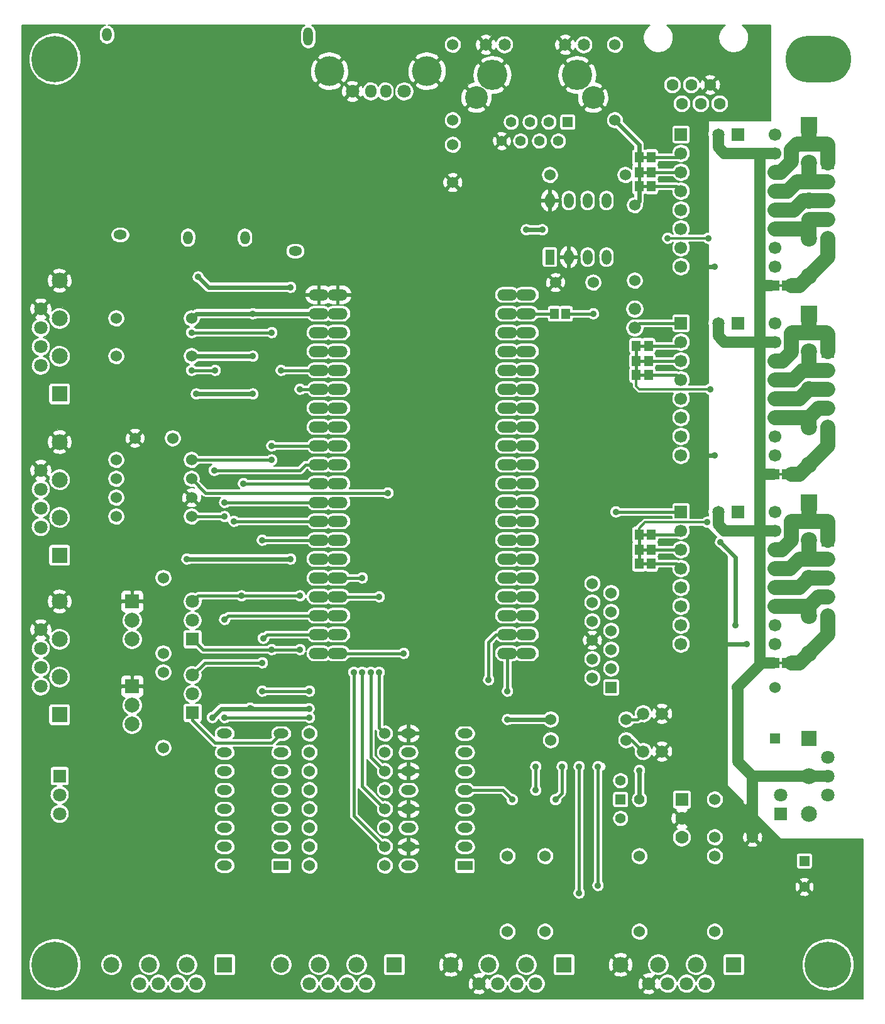
<source format=gbl>
G04 (created by PCBNEW-RS274X (2012-01-19 BZR 3256)-stable) date Fri 03 Jan 2014 10:12:11 AM CET*
G01*
G70*
G90*
%MOIN*%
G04 Gerber Fmt 3.4, Leading zero omitted, Abs format*
%FSLAX34Y34*%
G04 APERTURE LIST*
%ADD10C,0.006000*%
%ADD11R,0.051200X0.078700*%
%ADD12O,0.051200X0.078700*%
%ADD13C,0.070000*%
%ADD14R,0.070000X0.070000*%
%ADD15R,0.078700X0.051200*%
%ADD16O,0.078700X0.051200*%
%ADD17O,0.106300X0.059100*%
%ADD18R,0.047200X0.057000*%
%ADD19C,0.160000*%
%ADD20R,0.055000X0.055000*%
%ADD21C,0.055000*%
%ADD22C,0.120000*%
%ADD23C,0.065000*%
%ADD24C,0.060000*%
%ADD25C,0.066000*%
%ADD26C,0.078700*%
%ADD27R,0.074800X0.074800*%
%ADD28O,0.059100X0.070900*%
%ADD29C,0.070900*%
%ADD30C,0.157500*%
%ADD31R,0.065000X0.065000*%
%ADD32R,0.070900X0.070900*%
%ADD33C,0.063000*%
%ADD34R,0.060000X0.060000*%
%ADD35O,0.350400X0.246100*%
%ADD36C,0.246100*%
%ADD37R,0.066900X0.066900*%
%ADD38C,0.066900*%
%ADD39R,0.084600X0.084600*%
%ADD40C,0.084600*%
%ADD41R,0.086600X0.086600*%
%ADD42C,0.086600*%
%ADD43O,0.070400X0.050900*%
%ADD44O,0.050900X0.070400*%
%ADD45O,0.050900X0.097800*%
%ADD46C,0.035000*%
%ADD47C,0.016000*%
%ADD48C,0.012000*%
%ADD49C,0.024000*%
%ADD50C,0.079900*%
%ADD51C,0.060000*%
%ADD52C,0.008000*%
G04 APERTURE END LIST*
G54D10*
G54D11*
X40250Y-26500D03*
G54D12*
X41250Y-26500D03*
X42250Y-26500D03*
X43250Y-26500D03*
X43250Y-23500D03*
X42250Y-23500D03*
X41250Y-23500D03*
X40250Y-23500D03*
G54D13*
X47250Y-57250D03*
X47250Y-56250D03*
G54D14*
X47250Y-55250D03*
G54D15*
X26000Y-58750D03*
G54D16*
X26000Y-57750D03*
X26000Y-56750D03*
X26000Y-55750D03*
X26000Y-54750D03*
X26000Y-53750D03*
X26000Y-52750D03*
X26000Y-51750D03*
X23000Y-51750D03*
X23000Y-52750D03*
X23000Y-53750D03*
X23000Y-54750D03*
X23000Y-55750D03*
X23000Y-56750D03*
X23000Y-57750D03*
X23000Y-58750D03*
G54D15*
X35750Y-58750D03*
G54D16*
X35750Y-57750D03*
X35750Y-56750D03*
X35750Y-55750D03*
X35750Y-54750D03*
X35750Y-53750D03*
X35750Y-52750D03*
X35750Y-51750D03*
X32750Y-51750D03*
X32750Y-52750D03*
X32750Y-53750D03*
X32750Y-54750D03*
X32750Y-55750D03*
X32750Y-56750D03*
X32750Y-57750D03*
X32750Y-58750D03*
G54D17*
X39000Y-28500D03*
X39000Y-29500D03*
X39000Y-30500D03*
X39000Y-31500D03*
X39000Y-32500D03*
X39000Y-33500D03*
X39000Y-34500D03*
X39000Y-35500D03*
X39000Y-36500D03*
X39000Y-37500D03*
X39000Y-38500D03*
X39000Y-39500D03*
X39000Y-40500D03*
X39000Y-41500D03*
X39000Y-42500D03*
X39000Y-43500D03*
X39000Y-44500D03*
X39000Y-45500D03*
X39000Y-46500D03*
X39000Y-47500D03*
X28000Y-47500D03*
X28000Y-46500D03*
X28000Y-45500D03*
X28000Y-44500D03*
X28000Y-43500D03*
X28000Y-42500D03*
X28000Y-41500D03*
X28000Y-40500D03*
X28000Y-39500D03*
X28000Y-38500D03*
X28000Y-37500D03*
X28000Y-36500D03*
X28000Y-35500D03*
X28000Y-34500D03*
X28000Y-33500D03*
X28000Y-32500D03*
X28000Y-31500D03*
X28000Y-30500D03*
X28000Y-29500D03*
X28000Y-28500D03*
X29000Y-28500D03*
X29000Y-29500D03*
X29000Y-30500D03*
X29000Y-31500D03*
X29000Y-32500D03*
X29000Y-33500D03*
X29000Y-34500D03*
X29000Y-35500D03*
X29000Y-36500D03*
X29000Y-37500D03*
X29000Y-38500D03*
X29000Y-39500D03*
X29000Y-40500D03*
X29000Y-41500D03*
X29000Y-42500D03*
X29000Y-43500D03*
X29000Y-44500D03*
X29000Y-45500D03*
X29000Y-46500D03*
X29000Y-47500D03*
X38000Y-47500D03*
X38000Y-46500D03*
X38000Y-45500D03*
X38000Y-44500D03*
X38000Y-43500D03*
X38000Y-42500D03*
X38000Y-41500D03*
X38000Y-40500D03*
X38000Y-39500D03*
X38000Y-38500D03*
X38000Y-37500D03*
X38000Y-36500D03*
X38000Y-35500D03*
X38000Y-34500D03*
X38000Y-33500D03*
X38000Y-32500D03*
X38000Y-31500D03*
X38000Y-30500D03*
X38000Y-29500D03*
X38000Y-28500D03*
G54D18*
X41100Y-29500D03*
X40500Y-29500D03*
X52800Y-28000D03*
X52200Y-28000D03*
X52800Y-38000D03*
X52200Y-38000D03*
X52800Y-48000D03*
X52200Y-48000D03*
G54D19*
X37200Y-16850D03*
X41700Y-16850D03*
G54D20*
X41200Y-19350D03*
G54D21*
X40700Y-20350D03*
X40200Y-19350D03*
X39700Y-20350D03*
X39200Y-19350D03*
X38700Y-20350D03*
X38200Y-19350D03*
X37700Y-20350D03*
G54D22*
X42550Y-18050D03*
X36350Y-18050D03*
G54D23*
X42050Y-15250D03*
X41060Y-15250D03*
X37840Y-15250D03*
X36850Y-15250D03*
G54D24*
X50200Y-49300D03*
X52200Y-49300D03*
X20250Y-36100D03*
X18250Y-36100D03*
X35100Y-22550D03*
X35100Y-20550D03*
X51000Y-57250D03*
X49000Y-57250D03*
X51000Y-55250D03*
X49000Y-55250D03*
G54D25*
X44750Y-29250D03*
X44750Y-30250D03*
X45200Y-50700D03*
X46200Y-50700D03*
G54D20*
X52200Y-52000D03*
G54D21*
X50231Y-52000D03*
G54D20*
X53750Y-58500D03*
G54D21*
X53750Y-59878D03*
G54D26*
X18100Y-51250D03*
X18100Y-50250D03*
G54D27*
X18100Y-49250D03*
G54D26*
X18100Y-46750D03*
X18100Y-45750D03*
G54D27*
X18100Y-44750D03*
G54D28*
X30755Y-17720D03*
X31545Y-17720D03*
G54D29*
X29775Y-17720D03*
G54D30*
X28565Y-16650D03*
X33735Y-16650D03*
G54D29*
X32525Y-17720D03*
G54D25*
X45200Y-52700D03*
X46200Y-52700D03*
G54D18*
X45625Y-21200D03*
X44975Y-22750D03*
X44975Y-21200D03*
X45625Y-22000D03*
X44975Y-22000D03*
X45625Y-22750D03*
X45475Y-31200D03*
X44825Y-32750D03*
X44825Y-31200D03*
X45475Y-32000D03*
X44825Y-32000D03*
X45475Y-32750D03*
X45625Y-41200D03*
X44975Y-42750D03*
X44975Y-41200D03*
X45625Y-42000D03*
X44975Y-42000D03*
X45625Y-42750D03*
G54D31*
X50212Y-40000D03*
G54D23*
X49188Y-40000D03*
G54D31*
X50212Y-30000D03*
G54D23*
X49188Y-30000D03*
G54D31*
X50212Y-20000D03*
G54D23*
X49188Y-20000D03*
G54D32*
X14250Y-54000D03*
G54D29*
X14250Y-55000D03*
X14250Y-56000D03*
G54D32*
X21300Y-50650D03*
G54D29*
X21300Y-49650D03*
X21300Y-48650D03*
G54D32*
X21300Y-46750D03*
G54D29*
X21300Y-45750D03*
X21300Y-44750D03*
G54D33*
X47750Y-17375D03*
X48750Y-17375D03*
X46750Y-17375D03*
X49250Y-18375D03*
X48250Y-18375D03*
X47250Y-18375D03*
G54D24*
X45000Y-58250D03*
X45000Y-62250D03*
X27500Y-58750D03*
X31500Y-58750D03*
X27500Y-56750D03*
X31500Y-56750D03*
X40300Y-51000D03*
X44300Y-51000D03*
X49000Y-58250D03*
X49000Y-62250D03*
X27500Y-54750D03*
X31500Y-54750D03*
X27500Y-52750D03*
X31500Y-52750D03*
X27500Y-55750D03*
X31500Y-55750D03*
X27500Y-53750D03*
X31500Y-53750D03*
X27500Y-51750D03*
X31500Y-51750D03*
X19750Y-43500D03*
X19750Y-47500D03*
X19750Y-48500D03*
X19750Y-52500D03*
X21250Y-39250D03*
X17250Y-39250D03*
X17250Y-29750D03*
X21250Y-29750D03*
X44300Y-52100D03*
X40300Y-52100D03*
X44750Y-27750D03*
X44750Y-23750D03*
X35100Y-19250D03*
X35100Y-15250D03*
X43700Y-19250D03*
X43700Y-15250D03*
X44250Y-22150D03*
X40250Y-22150D03*
X27500Y-57750D03*
X31500Y-57750D03*
X40000Y-58250D03*
X40000Y-62250D03*
X38000Y-58250D03*
X38000Y-62250D03*
X21250Y-40250D03*
X17250Y-40250D03*
X21250Y-37250D03*
X17250Y-37250D03*
X17250Y-38250D03*
X21250Y-38250D03*
X17250Y-31750D03*
X21250Y-31750D03*
G54D34*
X43500Y-49300D03*
G54D24*
X42500Y-48800D03*
X43500Y-48300D03*
X42500Y-47800D03*
X43500Y-47300D03*
X42500Y-46800D03*
X43500Y-46300D03*
X42500Y-45800D03*
X43500Y-45300D03*
X42500Y-44800D03*
X43500Y-44300D03*
X42500Y-43800D03*
G54D35*
X54500Y-16000D03*
G54D36*
X55000Y-64000D03*
X14000Y-64000D03*
X14000Y-16000D03*
G54D37*
X47200Y-40000D03*
G54D38*
X47200Y-41000D03*
X47200Y-42000D03*
X47200Y-43000D03*
X47200Y-44000D03*
X47200Y-45000D03*
X47200Y-46000D03*
X47200Y-47000D03*
X52200Y-47000D03*
X52200Y-46000D03*
X52200Y-45000D03*
X52200Y-44000D03*
X52200Y-43000D03*
X52200Y-42000D03*
X52200Y-41000D03*
X52200Y-40000D03*
G54D37*
X47200Y-30000D03*
G54D38*
X47200Y-31000D03*
X47200Y-32000D03*
X47200Y-33000D03*
X47200Y-34000D03*
X47200Y-35000D03*
X47200Y-36000D03*
X47200Y-37000D03*
X52200Y-37000D03*
X52200Y-36000D03*
X52200Y-35000D03*
X52200Y-34000D03*
X52200Y-33000D03*
X52200Y-32000D03*
X52200Y-31000D03*
X52200Y-30000D03*
G54D37*
X47200Y-20000D03*
G54D38*
X47200Y-21000D03*
X47200Y-22000D03*
X47200Y-23000D03*
X47200Y-24000D03*
X47200Y-25000D03*
X47200Y-26000D03*
X47200Y-27000D03*
X52200Y-27000D03*
X52200Y-26000D03*
X52200Y-25000D03*
X52200Y-24000D03*
X52200Y-23000D03*
X52200Y-22000D03*
X52200Y-21000D03*
X52200Y-20000D03*
G54D39*
X23000Y-64000D03*
G54D40*
X21000Y-64000D03*
X19000Y-64000D03*
X17000Y-64000D03*
G54D29*
X21500Y-65000D03*
X20500Y-65000D03*
X19500Y-65000D03*
X18500Y-65000D03*
G54D39*
X14250Y-33750D03*
G54D40*
X14250Y-31750D03*
X14250Y-29750D03*
X14250Y-27750D03*
G54D29*
X13250Y-32250D03*
X13250Y-31250D03*
X13250Y-30250D03*
X13250Y-29250D03*
G54D39*
X32000Y-64000D03*
G54D40*
X30000Y-64000D03*
X28000Y-64000D03*
X26000Y-64000D03*
G54D29*
X30500Y-65000D03*
X29500Y-65000D03*
X28500Y-65000D03*
X27500Y-65000D03*
G54D39*
X50000Y-64000D03*
G54D40*
X48000Y-64000D03*
X46000Y-64000D03*
X44000Y-64000D03*
G54D29*
X48500Y-65000D03*
X47500Y-65000D03*
X46500Y-65000D03*
X45500Y-65000D03*
G54D39*
X41000Y-64000D03*
G54D40*
X39000Y-64000D03*
X37000Y-64000D03*
X35000Y-64000D03*
G54D29*
X39500Y-65000D03*
X38500Y-65000D03*
X37500Y-65000D03*
X36500Y-65000D03*
G54D39*
X14250Y-50750D03*
G54D40*
X14250Y-48750D03*
X14250Y-46750D03*
X14250Y-44750D03*
G54D29*
X13250Y-49250D03*
X13250Y-48250D03*
X13250Y-47250D03*
X13250Y-46250D03*
G54D39*
X14250Y-42300D03*
G54D40*
X14250Y-40300D03*
X14250Y-38300D03*
X14250Y-36300D03*
G54D29*
X13250Y-40800D03*
X13250Y-39800D03*
X13250Y-38800D03*
X13250Y-37800D03*
G54D32*
X52500Y-56000D03*
G54D29*
X52500Y-55000D03*
G54D20*
X44000Y-55250D03*
G54D21*
X44000Y-54250D03*
X44000Y-56250D03*
X45000Y-55250D03*
G54D41*
X54000Y-29500D03*
G54D42*
X54000Y-31500D03*
X54000Y-33500D03*
X54000Y-35500D03*
G54D32*
X55000Y-31500D03*
G54D29*
X55000Y-32500D03*
X55000Y-33500D03*
X55000Y-34500D03*
G54D42*
X54000Y-37500D03*
G54D29*
X55000Y-35500D03*
G54D41*
X54000Y-19500D03*
G54D42*
X54000Y-21500D03*
X54000Y-23500D03*
X54000Y-25500D03*
G54D32*
X55000Y-21500D03*
G54D29*
X55000Y-22500D03*
X55000Y-23500D03*
X55000Y-24500D03*
G54D42*
X54000Y-27500D03*
G54D29*
X55000Y-25500D03*
G54D41*
X54000Y-39500D03*
G54D42*
X54000Y-41500D03*
X54000Y-43500D03*
X54000Y-45500D03*
G54D32*
X55000Y-41500D03*
G54D29*
X55000Y-42500D03*
X55000Y-43500D03*
X55000Y-44500D03*
G54D42*
X54000Y-47500D03*
G54D29*
X55000Y-45500D03*
G54D24*
X40550Y-27850D03*
X42550Y-27850D03*
G54D43*
X26750Y-26182D03*
G54D44*
X24077Y-25465D03*
X21057Y-25465D03*
X16762Y-14717D03*
G54D43*
X17467Y-25323D03*
G54D45*
X27435Y-14820D03*
G54D39*
X54000Y-52000D03*
G54D40*
X54000Y-54000D03*
G54D29*
X55000Y-53000D03*
X55000Y-54000D03*
X55000Y-55000D03*
G54D40*
X54000Y-56000D03*
G54D46*
X26500Y-42500D03*
X39850Y-25050D03*
X46500Y-25500D03*
X48650Y-25500D03*
X49300Y-41600D03*
X50100Y-46000D03*
X21000Y-42500D03*
X39000Y-25050D03*
X48750Y-33500D03*
X48600Y-40550D03*
X26500Y-28100D03*
X21600Y-27550D03*
X24500Y-29500D03*
X21500Y-33750D03*
X38000Y-51000D03*
X27475Y-50425D03*
X24500Y-31750D03*
X22350Y-50900D03*
X24350Y-50400D03*
X24500Y-33750D03*
X42550Y-29500D03*
X43750Y-40000D03*
X23900Y-44450D03*
X27000Y-44450D03*
X27000Y-33500D03*
X25000Y-48000D03*
X27500Y-49500D03*
X38000Y-49500D03*
X25000Y-49500D03*
X26000Y-32500D03*
X25500Y-47300D03*
X27000Y-47300D03*
X37000Y-48900D03*
X21250Y-32500D03*
X22450Y-37800D03*
X22500Y-32500D03*
X21250Y-30500D03*
X25500Y-36500D03*
X25500Y-30500D03*
X40900Y-53500D03*
X38250Y-55250D03*
X40550Y-55250D03*
X42800Y-53500D03*
X42800Y-59800D03*
X30750Y-48500D03*
X32500Y-47500D03*
X41800Y-53500D03*
X41800Y-60200D03*
X31200Y-48500D03*
X31200Y-44500D03*
X29850Y-48500D03*
X30300Y-48500D03*
X30300Y-43500D03*
X49000Y-27000D03*
X50700Y-47000D03*
X19650Y-27550D03*
X22600Y-27550D03*
X49000Y-37000D03*
X25500Y-37250D03*
X25050Y-46700D03*
X23000Y-45700D03*
X23000Y-40250D03*
X23000Y-39500D03*
X25000Y-41500D03*
X24000Y-38500D03*
X23500Y-40500D03*
X27500Y-50900D03*
X23000Y-50900D03*
X39500Y-54750D03*
X45000Y-53700D03*
X31650Y-39000D03*
X39500Y-53500D03*
G54D47*
X44950Y-20500D02*
X44975Y-20525D01*
X45625Y-22750D02*
X46950Y-22750D01*
X44975Y-42750D02*
X45625Y-42750D01*
X45625Y-22000D02*
X44975Y-22000D01*
G54D48*
X45300Y-40550D02*
X48600Y-40550D01*
G54D47*
X45475Y-31200D02*
X44825Y-31200D01*
X47200Y-32000D02*
X45475Y-32000D01*
X44750Y-23750D02*
X44975Y-23525D01*
G54D48*
X45000Y-33500D02*
X48750Y-33500D01*
G54D47*
X47200Y-33000D02*
X46950Y-32750D01*
X46950Y-42750D02*
X45625Y-42750D01*
G54D49*
X44975Y-23525D02*
X44975Y-22750D01*
G54D47*
X45625Y-21200D02*
X44975Y-21200D01*
G54D49*
X39000Y-25050D02*
X39850Y-25050D01*
G54D47*
X44975Y-42750D02*
X44975Y-42000D01*
X47000Y-31200D02*
X45475Y-31200D01*
X47200Y-33000D02*
X46950Y-32750D01*
X44975Y-23525D02*
X44975Y-22750D01*
X47200Y-31000D02*
X47000Y-31200D01*
G54D49*
X43700Y-19250D02*
X44950Y-20500D01*
G54D48*
X44825Y-33325D02*
X45000Y-33500D01*
X46500Y-25500D02*
X48600Y-25500D01*
G54D47*
X44975Y-41200D02*
X45625Y-41200D01*
X46950Y-32750D02*
X44825Y-32750D01*
X47000Y-21200D02*
X47200Y-21000D01*
X45625Y-21200D02*
X47000Y-21200D01*
X44975Y-42000D02*
X45625Y-42000D01*
X47200Y-42000D02*
X45625Y-42000D01*
X47000Y-41200D02*
X45625Y-41200D01*
G54D49*
X50100Y-43500D02*
X50100Y-42400D01*
G54D47*
X44825Y-32750D02*
X45475Y-32750D01*
G54D49*
X50100Y-42400D02*
X49300Y-41600D01*
X44975Y-20525D02*
X44975Y-21200D01*
G54D47*
X44975Y-42000D02*
X44975Y-41200D01*
X47200Y-43000D02*
X46950Y-42750D01*
X44825Y-32750D02*
X44825Y-32000D01*
X47200Y-41000D02*
X47000Y-41200D01*
X44825Y-32000D02*
X44825Y-31200D01*
G54D49*
X26500Y-42500D02*
X21000Y-42500D01*
G54D48*
X48600Y-25500D02*
X48650Y-25500D01*
X44825Y-32750D02*
X44825Y-33325D01*
G54D47*
X44975Y-21200D02*
X44975Y-22000D01*
X46950Y-22750D02*
X47200Y-23000D01*
X45625Y-22750D02*
X44975Y-22750D01*
X44975Y-22750D02*
X44975Y-22000D01*
X45625Y-22000D02*
X47200Y-22000D01*
G54D48*
X44975Y-41200D02*
X44975Y-40875D01*
X44975Y-40875D02*
X45300Y-40550D01*
G54D49*
X21600Y-27550D02*
X22150Y-28100D01*
X22150Y-28100D02*
X26500Y-28100D01*
X50100Y-46000D02*
X50100Y-43500D01*
G54D47*
X45475Y-32000D02*
X44825Y-32000D01*
G54D49*
X40300Y-51000D02*
X38000Y-51000D01*
X23350Y-50425D02*
X22825Y-50425D01*
X22825Y-50425D02*
X22350Y-50900D01*
X23250Y-50425D02*
X23350Y-50425D01*
X23350Y-50425D02*
X24500Y-50425D01*
X22400Y-50850D02*
X22350Y-50900D01*
G54D47*
X27250Y-29500D02*
X28000Y-29500D01*
G54D49*
X28000Y-29500D02*
X24500Y-29500D01*
G54D47*
X28000Y-29500D02*
X29000Y-29500D01*
X27250Y-29500D02*
X28000Y-29500D01*
G54D49*
X21500Y-29500D02*
X21250Y-29750D01*
X24500Y-29500D02*
X21500Y-29500D01*
X22500Y-33750D02*
X21500Y-33750D01*
X22350Y-50900D02*
X22400Y-50850D01*
X21250Y-31750D02*
X24500Y-31750D01*
X24350Y-50400D02*
X24500Y-50400D01*
X22825Y-50425D02*
X22350Y-50900D01*
X23250Y-50425D02*
X22825Y-50425D01*
X24500Y-50425D02*
X27475Y-50425D01*
G54D47*
X41100Y-29500D02*
X42550Y-29500D01*
X24500Y-50400D02*
X24500Y-50425D01*
G54D49*
X22500Y-33750D02*
X24500Y-33750D01*
G54D47*
X39000Y-29500D02*
X40500Y-29500D01*
X38000Y-29500D02*
X39000Y-29500D01*
X43875Y-40000D02*
X47200Y-40000D01*
X43875Y-40000D02*
X43750Y-40000D01*
X44750Y-30250D02*
X45000Y-30000D01*
X45000Y-30000D02*
X47200Y-30000D01*
X47200Y-30000D02*
X45000Y-30000D01*
X28000Y-33500D02*
X29000Y-33500D01*
X24300Y-44450D02*
X27000Y-44450D01*
X24300Y-44450D02*
X23900Y-44450D01*
X21300Y-44750D02*
X21600Y-44450D01*
X23900Y-44450D02*
X21600Y-44450D01*
X28000Y-33500D02*
X27000Y-33500D01*
X21950Y-48000D02*
X25000Y-48000D01*
X21300Y-48650D02*
X21950Y-48000D01*
X27500Y-49500D02*
X25000Y-49500D01*
X38000Y-49500D02*
X38000Y-47500D01*
X26000Y-32500D02*
X28000Y-32500D01*
X21300Y-51050D02*
X22500Y-52250D01*
X21300Y-50650D02*
X21300Y-51050D01*
X25500Y-52250D02*
X26000Y-51750D01*
X22500Y-52250D02*
X25500Y-52250D01*
X29000Y-32500D02*
X28000Y-32500D01*
X25500Y-47300D02*
X25500Y-47300D01*
X25500Y-47300D02*
X24650Y-47300D01*
X37400Y-46500D02*
X38000Y-46500D01*
X37000Y-48900D02*
X37000Y-46900D01*
X25500Y-47300D02*
X27000Y-47300D01*
X37000Y-46900D02*
X37400Y-46500D01*
X22100Y-47300D02*
X21850Y-47300D01*
X38000Y-46500D02*
X39000Y-46500D01*
X21850Y-47300D02*
X21300Y-46750D01*
X24700Y-47300D02*
X22100Y-47300D01*
X24650Y-47300D02*
X24700Y-47300D01*
X28000Y-37500D02*
X29000Y-37500D01*
X21250Y-32500D02*
X22500Y-32500D01*
X22450Y-37800D02*
X26600Y-37800D01*
X26600Y-37800D02*
X26800Y-37800D01*
X28000Y-37500D02*
X27300Y-37500D01*
X27000Y-37800D02*
X27300Y-37500D01*
X26800Y-37800D02*
X27000Y-37800D01*
X28000Y-36500D02*
X25700Y-36500D01*
X24750Y-30500D02*
X21250Y-30500D01*
X28000Y-36500D02*
X29000Y-36500D01*
X25700Y-36500D02*
X25500Y-36500D01*
X25500Y-30500D02*
X24750Y-30500D01*
X37750Y-54750D02*
X38250Y-55250D01*
X35750Y-54750D02*
X37750Y-54750D01*
X40900Y-54900D02*
X40550Y-55250D01*
X40900Y-53500D02*
X40900Y-54900D01*
X42800Y-53500D02*
X42800Y-55750D01*
X42800Y-55750D02*
X42800Y-58400D01*
X42800Y-58400D02*
X42800Y-59800D01*
X42800Y-58400D02*
X42800Y-59800D01*
X30750Y-53000D02*
X30750Y-48500D01*
X29000Y-35500D02*
X28000Y-35500D01*
X31500Y-53750D02*
X30750Y-53000D01*
X29000Y-47500D02*
X28000Y-47500D01*
X29000Y-47500D02*
X32500Y-47500D01*
G54D50*
X54000Y-43500D02*
X55000Y-43500D01*
X53500Y-44000D02*
X54000Y-43500D01*
X52200Y-44000D02*
X53500Y-44000D01*
X54000Y-45000D02*
X52200Y-45000D01*
X54000Y-45000D02*
X54000Y-45500D01*
X54500Y-44500D02*
X54000Y-45000D01*
X54000Y-45000D02*
X54000Y-45000D01*
X55000Y-44500D02*
X54500Y-44500D01*
X54000Y-41500D02*
X54000Y-42500D01*
X54050Y-42500D02*
X53500Y-42500D01*
X55000Y-42500D02*
X54050Y-42500D01*
X53500Y-42500D02*
X53000Y-43000D01*
X53000Y-43000D02*
X52200Y-43000D01*
X54050Y-42500D02*
X54000Y-42500D01*
X53050Y-40500D02*
X54000Y-40500D01*
X55000Y-40500D02*
X54000Y-40500D01*
X52200Y-42000D02*
X52550Y-42000D01*
X52550Y-42000D02*
X53050Y-41500D01*
X53050Y-41500D02*
X53050Y-40500D01*
X55000Y-41500D02*
X55000Y-40500D01*
X54000Y-40500D02*
X54000Y-39500D01*
G54D47*
X41800Y-53500D02*
X41800Y-53500D01*
X41800Y-53500D02*
X41800Y-59925D01*
X41800Y-59925D02*
X41800Y-60200D01*
X31200Y-44500D02*
X29000Y-44500D01*
X31200Y-51450D02*
X31500Y-51750D01*
X31200Y-48500D02*
X31200Y-48500D01*
X29000Y-44500D02*
X28000Y-44500D01*
X31200Y-48500D02*
X31200Y-51450D01*
G54D50*
X53500Y-34000D02*
X52200Y-34000D01*
X54000Y-33500D02*
X53500Y-34000D01*
X55000Y-33500D02*
X54000Y-33500D01*
X54000Y-35000D02*
X54000Y-35000D01*
X54000Y-35000D02*
X54000Y-35500D01*
X54000Y-35000D02*
X52200Y-35000D01*
X54500Y-34500D02*
X54000Y-35000D01*
X55000Y-34500D02*
X54500Y-34500D01*
X53150Y-33000D02*
X52200Y-33000D01*
X55000Y-32500D02*
X54000Y-32500D01*
X53650Y-32500D02*
X53150Y-33000D01*
X54000Y-32500D02*
X54000Y-31500D01*
X54000Y-32500D02*
X54000Y-31500D01*
X54000Y-32500D02*
X54000Y-32500D01*
X55000Y-32500D02*
X53650Y-32500D01*
X53100Y-30500D02*
X54000Y-30500D01*
X52575Y-32000D02*
X53050Y-31525D01*
X53050Y-31525D02*
X53050Y-30550D01*
X52200Y-32000D02*
X52575Y-32000D01*
X54000Y-30500D02*
X54000Y-29500D01*
X55000Y-30575D02*
X54925Y-30500D01*
X54925Y-30500D02*
X54000Y-30500D01*
X55000Y-31500D02*
X55000Y-30575D01*
X53050Y-30550D02*
X53100Y-30500D01*
G54D47*
X29850Y-56100D02*
X31500Y-57750D01*
X29850Y-48500D02*
X29850Y-56100D01*
X30300Y-54550D02*
X31500Y-55750D01*
X30300Y-48500D02*
X30300Y-54550D01*
X30300Y-43500D02*
X29000Y-43500D01*
G54D50*
X53700Y-23500D02*
X53200Y-24000D01*
X54000Y-23500D02*
X53700Y-23500D01*
X55000Y-23500D02*
X54000Y-23500D01*
X53200Y-24000D02*
X52200Y-24000D01*
X55000Y-24500D02*
X54000Y-24500D01*
X54000Y-25000D02*
X54000Y-25500D01*
X52200Y-25000D02*
X54000Y-25000D01*
X54000Y-24500D02*
X54000Y-25000D01*
X52850Y-23000D02*
X52200Y-23000D01*
X54075Y-22500D02*
X54000Y-22500D01*
X54075Y-22500D02*
X53350Y-22500D01*
X54000Y-22500D02*
X54000Y-21500D01*
X55000Y-22500D02*
X54075Y-22500D01*
X53350Y-22500D02*
X52850Y-23000D01*
X54000Y-20500D02*
X54950Y-20500D01*
X54000Y-20500D02*
X54000Y-20450D01*
X52500Y-22000D02*
X53050Y-21450D01*
X55000Y-20550D02*
X55000Y-21500D01*
X54000Y-20450D02*
X54000Y-19500D01*
X54950Y-20500D02*
X55000Y-20550D01*
X52200Y-22000D02*
X52500Y-22000D01*
X53050Y-21450D02*
X53050Y-20800D01*
X53050Y-20800D02*
X53350Y-20500D01*
X53350Y-20500D02*
X54000Y-20500D01*
G54D51*
X52200Y-41000D02*
X51400Y-41000D01*
X51400Y-41000D02*
X51500Y-41000D01*
X51500Y-41000D02*
X51400Y-41000D01*
X49188Y-30688D02*
X49188Y-30000D01*
X49500Y-31000D02*
X49188Y-30688D01*
X51400Y-48000D02*
X51700Y-48000D01*
X51400Y-21000D02*
X49500Y-21000D01*
G54D47*
X52900Y-38000D02*
X53050Y-38000D01*
G54D51*
X50200Y-49300D02*
X51400Y-48100D01*
X51400Y-48000D02*
X51400Y-47600D01*
G54D48*
X52800Y-28000D02*
X52200Y-28000D01*
G54D47*
X53175Y-38000D02*
X53150Y-38000D01*
G54D50*
X55000Y-46500D02*
X54000Y-47500D01*
G54D47*
X52900Y-48000D02*
X53075Y-48000D01*
G54D50*
X53500Y-48000D02*
X53050Y-48000D01*
G54D47*
X53075Y-48000D02*
X53150Y-48000D01*
G54D50*
X54000Y-47500D02*
X53500Y-48000D01*
G54D47*
X53075Y-48000D02*
X53050Y-48000D01*
G54D51*
X51000Y-54000D02*
X50231Y-53231D01*
G54D50*
X54000Y-37500D02*
X55000Y-36500D01*
X53500Y-38000D02*
X53050Y-38000D01*
X55000Y-36500D02*
X55000Y-35500D01*
G54D47*
X53050Y-38000D02*
X53175Y-38000D01*
G54D50*
X54000Y-37500D02*
X53500Y-38000D01*
X55000Y-45500D02*
X55000Y-46500D01*
X54000Y-27500D02*
X55000Y-26500D01*
X55000Y-26500D02*
X55000Y-25500D01*
G54D49*
X49000Y-37000D02*
X47950Y-37000D01*
G54D51*
X50231Y-49331D02*
X50200Y-49300D01*
X50231Y-52000D02*
X50231Y-49331D01*
X51000Y-56250D02*
X51000Y-55250D01*
X50231Y-53231D02*
X50231Y-52000D01*
G54D47*
X53050Y-38000D02*
X52800Y-38000D01*
X53050Y-48000D02*
X52800Y-48000D01*
G54D51*
X51400Y-37900D02*
X51400Y-28000D01*
X51400Y-48100D02*
X51400Y-48000D01*
X51400Y-47600D02*
X51400Y-47000D01*
X51500Y-28000D02*
X51400Y-28000D01*
X51400Y-28000D02*
X51500Y-28000D01*
G54D48*
X52800Y-38000D02*
X52200Y-38000D01*
X52200Y-48000D02*
X52800Y-48000D01*
G54D51*
X51700Y-48000D02*
X51400Y-48000D01*
G54D50*
X53050Y-28000D02*
X53500Y-28000D01*
X53500Y-28000D02*
X54000Y-27500D01*
G54D49*
X52800Y-28000D02*
X53050Y-28000D01*
G54D47*
X52200Y-28000D02*
X51950Y-28000D01*
G54D51*
X49188Y-30688D02*
X49188Y-30000D01*
X49500Y-31000D02*
X49188Y-30688D01*
X52200Y-31000D02*
X49500Y-31000D01*
X51400Y-31000D02*
X52200Y-31000D01*
X52100Y-48000D02*
X51400Y-48000D01*
X51950Y-28000D02*
X51400Y-28000D01*
X51400Y-28000D02*
X51400Y-31000D01*
X51400Y-41000D02*
X49500Y-41000D01*
X49188Y-40688D02*
X49188Y-40000D01*
X51400Y-28000D02*
X51400Y-21000D01*
G54D49*
X50700Y-47000D02*
X49100Y-47000D01*
G54D51*
X49500Y-41000D02*
X49188Y-40688D01*
X51400Y-47000D02*
X51400Y-41000D01*
G54D49*
X49000Y-27000D02*
X47950Y-27000D01*
X52200Y-48000D02*
X52100Y-48000D01*
G54D51*
X51400Y-21000D02*
X52200Y-21000D01*
X52100Y-38000D02*
X51400Y-38000D01*
G54D49*
X52200Y-38000D02*
X52100Y-38000D01*
G54D51*
X49188Y-20688D02*
X49188Y-20000D01*
X49500Y-21000D02*
X49188Y-20688D01*
X47250Y-56250D02*
X51000Y-56250D01*
X51000Y-56250D02*
X51000Y-56200D01*
X54000Y-54000D02*
X51000Y-54000D01*
X51000Y-55250D02*
X51000Y-54000D01*
X51000Y-56200D02*
X51000Y-57250D01*
X55000Y-54000D02*
X54000Y-54000D01*
X51400Y-41000D02*
X51400Y-37900D01*
X51400Y-38000D02*
X51400Y-37900D01*
G54D47*
X24750Y-37250D02*
X25500Y-37250D01*
X21250Y-37250D02*
X24750Y-37250D01*
X29000Y-46500D02*
X28000Y-46500D01*
X28000Y-46500D02*
X25850Y-46500D01*
X25250Y-46500D02*
X25050Y-46700D01*
X25850Y-46500D02*
X25250Y-46500D01*
X44300Y-51000D02*
X44900Y-51000D01*
X44900Y-51000D02*
X45200Y-50700D01*
X44300Y-52100D02*
X44600Y-52100D01*
X44600Y-52100D02*
X45200Y-52700D01*
X23200Y-45500D02*
X23300Y-45500D01*
X23000Y-45700D02*
X23200Y-45500D01*
X21250Y-40250D02*
X23000Y-40250D01*
X23300Y-45500D02*
X28000Y-45500D01*
X28000Y-45500D02*
X29000Y-45500D01*
X28000Y-39500D02*
X29000Y-39500D01*
X23200Y-39500D02*
X23150Y-39500D01*
X23150Y-39500D02*
X23000Y-39500D01*
X23200Y-39500D02*
X24100Y-39500D01*
X24100Y-39500D02*
X28000Y-39500D01*
X25500Y-41500D02*
X25000Y-41500D01*
X28000Y-41500D02*
X25500Y-41500D01*
X28000Y-41500D02*
X29000Y-41500D01*
X24550Y-38500D02*
X28000Y-38500D01*
X24000Y-38500D02*
X24550Y-38500D01*
X28000Y-38500D02*
X29000Y-38500D01*
X28000Y-40500D02*
X29000Y-40500D01*
X24400Y-40500D02*
X28000Y-40500D01*
X23500Y-40500D02*
X24400Y-40500D01*
X23000Y-50900D02*
X27500Y-50900D01*
X39500Y-53500D02*
X39500Y-53800D01*
X39500Y-53800D02*
X39500Y-54750D01*
G54D49*
X45000Y-53700D02*
X45000Y-55250D01*
G54D47*
X22200Y-39000D02*
X22000Y-39000D01*
X22000Y-39000D02*
X21250Y-38250D01*
X31200Y-39000D02*
X31650Y-39000D01*
X23050Y-39000D02*
X22200Y-39000D01*
X31200Y-39000D02*
X29850Y-39000D01*
X23050Y-39000D02*
X29850Y-39000D01*
G54D52*
X12243Y-14211D02*
X16693Y-14211D01*
X16833Y-14211D02*
X27254Y-14211D01*
X27615Y-14211D02*
X45554Y-14211D01*
X46444Y-14211D02*
X49554Y-14211D01*
X50444Y-14211D02*
X51960Y-14211D01*
X12243Y-14275D02*
X16532Y-14275D01*
X16991Y-14275D02*
X27159Y-14275D01*
X27710Y-14275D02*
X45470Y-14275D01*
X46529Y-14275D02*
X49470Y-14275D01*
X50529Y-14275D02*
X51960Y-14275D01*
X12243Y-14339D02*
X16457Y-14339D01*
X17066Y-14339D02*
X27101Y-14339D01*
X27768Y-14339D02*
X45405Y-14339D01*
X46593Y-14339D02*
X49405Y-14339D01*
X50593Y-14339D02*
X51960Y-14339D01*
X12243Y-14403D02*
X16408Y-14403D01*
X17114Y-14403D02*
X27063Y-14403D01*
X27807Y-14403D02*
X45354Y-14403D01*
X46645Y-14403D02*
X49354Y-14403D01*
X50645Y-14403D02*
X51960Y-14403D01*
X12243Y-14467D02*
X16378Y-14467D01*
X17145Y-14467D02*
X27038Y-14467D01*
X27831Y-14467D02*
X45311Y-14467D01*
X46688Y-14467D02*
X49311Y-14467D01*
X50688Y-14467D02*
X51960Y-14467D01*
X12243Y-14531D02*
X16359Y-14531D01*
X17164Y-14531D02*
X27024Y-14531D01*
X27844Y-14531D02*
X45278Y-14531D01*
X46722Y-14531D02*
X49278Y-14531D01*
X50722Y-14531D02*
X51960Y-14531D01*
X12243Y-14595D02*
X16350Y-14595D01*
X17174Y-14595D02*
X27022Y-14595D01*
X27847Y-14595D02*
X45250Y-14595D01*
X46749Y-14595D02*
X49250Y-14595D01*
X50749Y-14595D02*
X51960Y-14595D01*
X12243Y-14659D02*
X13616Y-14659D01*
X14374Y-14659D02*
X16350Y-14659D01*
X17174Y-14659D02*
X27023Y-14659D01*
X27847Y-14659D02*
X45229Y-14659D01*
X46772Y-14659D02*
X49229Y-14659D01*
X50772Y-14659D02*
X51960Y-14659D01*
X12243Y-14723D02*
X13452Y-14723D01*
X14546Y-14723D02*
X16350Y-14723D01*
X17174Y-14723D02*
X27023Y-14723D01*
X27847Y-14723D02*
X36654Y-14723D01*
X37048Y-14723D02*
X40864Y-14723D01*
X41258Y-14723D02*
X45215Y-14723D01*
X46784Y-14723D02*
X49215Y-14723D01*
X50784Y-14723D02*
X51960Y-14723D01*
X12243Y-14787D02*
X13317Y-14787D01*
X14686Y-14787D02*
X16350Y-14787D01*
X17175Y-14787D02*
X27023Y-14787D01*
X27847Y-14787D02*
X36560Y-14787D01*
X37139Y-14787D02*
X37691Y-14787D01*
X37991Y-14787D02*
X40770Y-14787D01*
X41349Y-14787D02*
X41901Y-14787D01*
X42201Y-14787D02*
X45201Y-14787D01*
X46797Y-14787D02*
X49201Y-14787D01*
X50797Y-14787D02*
X51960Y-14787D01*
X12243Y-14851D02*
X13219Y-14851D01*
X14780Y-14851D02*
X16350Y-14851D01*
X17174Y-14851D02*
X27023Y-14851D01*
X27847Y-14851D02*
X34869Y-14851D01*
X35331Y-14851D02*
X36538Y-14851D01*
X37161Y-14851D02*
X37563Y-14851D01*
X38115Y-14851D02*
X40748Y-14851D01*
X41371Y-14851D02*
X41773Y-14851D01*
X42325Y-14851D02*
X43469Y-14851D01*
X43931Y-14851D02*
X45201Y-14851D01*
X46799Y-14851D02*
X49201Y-14851D01*
X50799Y-14851D02*
X51960Y-14851D01*
X12243Y-14915D02*
X13122Y-14915D01*
X14875Y-14915D02*
X16362Y-14915D01*
X17163Y-14915D02*
X27023Y-14915D01*
X27847Y-14915D02*
X34784Y-14915D01*
X35415Y-14915D02*
X36600Y-14915D01*
X37100Y-14915D02*
X37162Y-14915D01*
X37162Y-14915D02*
X37488Y-14915D01*
X38190Y-14915D02*
X40810Y-14915D01*
X41310Y-14915D02*
X41372Y-14915D01*
X41372Y-14915D02*
X41698Y-14915D01*
X42400Y-14915D02*
X43384Y-14915D01*
X44015Y-14915D02*
X45200Y-14915D01*
X46798Y-14915D02*
X49200Y-14915D01*
X50798Y-14915D02*
X51960Y-14915D01*
X12243Y-14979D02*
X13057Y-14979D01*
X14943Y-14979D02*
X16384Y-14979D01*
X17141Y-14979D02*
X27023Y-14979D01*
X27847Y-14979D02*
X34728Y-14979D01*
X35472Y-14979D02*
X36356Y-14979D01*
X36494Y-14979D02*
X36664Y-14979D01*
X37036Y-14979D02*
X37162Y-14979D01*
X37162Y-14979D02*
X37206Y-14979D01*
X37344Y-14979D02*
X37437Y-14979D01*
X38241Y-14979D02*
X40566Y-14979D01*
X40704Y-14979D02*
X40874Y-14979D01*
X41246Y-14979D02*
X41372Y-14979D01*
X41372Y-14979D02*
X41416Y-14979D01*
X41554Y-14979D02*
X41647Y-14979D01*
X42451Y-14979D02*
X43328Y-14979D01*
X44072Y-14979D02*
X45207Y-14979D01*
X46796Y-14979D02*
X49207Y-14979D01*
X50796Y-14979D02*
X51960Y-14979D01*
X12243Y-15043D02*
X12992Y-15043D01*
X15007Y-15043D02*
X16418Y-15043D01*
X17107Y-15043D02*
X27023Y-15043D01*
X27848Y-15043D02*
X34688Y-15043D01*
X35512Y-15043D02*
X36326Y-15043D01*
X36558Y-15043D02*
X36728Y-15043D01*
X36972Y-15043D02*
X37142Y-15043D01*
X37372Y-15043D02*
X37400Y-15043D01*
X38279Y-15043D02*
X40536Y-15043D01*
X40768Y-15043D02*
X40938Y-15043D01*
X41182Y-15043D02*
X41352Y-15043D01*
X41582Y-15043D02*
X41610Y-15043D01*
X42489Y-15043D02*
X43288Y-15043D01*
X44112Y-15043D02*
X45219Y-15043D01*
X46782Y-15043D02*
X49219Y-15043D01*
X50782Y-15043D02*
X51960Y-15043D01*
X12243Y-15107D02*
X12928Y-15107D01*
X15071Y-15107D02*
X16470Y-15107D01*
X17055Y-15107D02*
X27025Y-15107D01*
X27846Y-15107D02*
X34660Y-15107D01*
X35537Y-15107D02*
X36306Y-15107D01*
X36622Y-15107D02*
X36792Y-15107D01*
X36908Y-15107D02*
X37078Y-15107D01*
X38305Y-15107D02*
X40516Y-15107D01*
X40832Y-15107D02*
X41002Y-15107D01*
X41118Y-15107D02*
X41288Y-15107D01*
X42515Y-15107D02*
X43260Y-15107D01*
X44137Y-15107D02*
X45233Y-15107D01*
X46767Y-15107D02*
X49233Y-15107D01*
X50767Y-15107D02*
X51960Y-15107D01*
X12243Y-15171D02*
X12884Y-15171D01*
X15117Y-15171D02*
X16551Y-15171D01*
X16974Y-15171D02*
X27038Y-15171D01*
X27832Y-15171D02*
X34646Y-15171D01*
X35553Y-15171D02*
X36291Y-15171D01*
X36686Y-15171D02*
X37014Y-15171D01*
X38318Y-15171D02*
X40501Y-15171D01*
X40896Y-15171D02*
X41224Y-15171D01*
X42528Y-15171D02*
X43246Y-15171D01*
X44153Y-15171D02*
X45258Y-15171D01*
X46744Y-15171D02*
X49258Y-15171D01*
X50744Y-15171D02*
X51960Y-15171D01*
X12243Y-15235D02*
X12840Y-15235D01*
X15159Y-15235D02*
X27063Y-15235D01*
X27808Y-15235D02*
X34640Y-15235D01*
X35560Y-15235D02*
X35560Y-15235D01*
X35560Y-15235D02*
X36287Y-15235D01*
X36750Y-15235D02*
X36950Y-15235D01*
X38325Y-15235D02*
X38325Y-15235D01*
X38325Y-15235D02*
X40497Y-15235D01*
X40960Y-15235D02*
X41160Y-15235D01*
X42535Y-15235D02*
X42535Y-15235D01*
X42535Y-15235D02*
X43240Y-15235D01*
X44160Y-15235D02*
X44160Y-15235D01*
X44160Y-15235D02*
X45284Y-15235D01*
X46715Y-15235D02*
X49284Y-15235D01*
X50715Y-15235D02*
X51960Y-15235D01*
X12243Y-15299D02*
X12796Y-15299D01*
X15201Y-15299D02*
X27101Y-15299D01*
X27770Y-15299D02*
X34641Y-15299D01*
X35560Y-15299D02*
X35560Y-15299D01*
X35560Y-15299D02*
X36289Y-15299D01*
X36716Y-15299D02*
X36765Y-15299D01*
X36765Y-15299D02*
X36984Y-15299D01*
X38325Y-15299D02*
X38325Y-15299D01*
X38325Y-15299D02*
X40499Y-15299D01*
X40926Y-15299D02*
X40975Y-15299D01*
X40975Y-15299D02*
X41194Y-15299D01*
X42535Y-15299D02*
X42535Y-15299D01*
X42535Y-15299D02*
X43241Y-15299D01*
X44160Y-15299D02*
X44160Y-15299D01*
X44160Y-15299D02*
X45323Y-15299D01*
X46679Y-15299D02*
X49323Y-15299D01*
X50679Y-15299D02*
X51960Y-15299D01*
X12243Y-15363D02*
X12761Y-15363D01*
X15239Y-15363D02*
X27158Y-15363D01*
X27713Y-15363D02*
X34654Y-15363D01*
X35547Y-15363D02*
X35560Y-15363D01*
X35560Y-15363D02*
X36299Y-15363D01*
X36652Y-15363D02*
X36765Y-15363D01*
X36765Y-15363D02*
X36822Y-15363D01*
X36878Y-15363D02*
X37048Y-15363D01*
X38313Y-15363D02*
X38325Y-15363D01*
X38325Y-15363D02*
X40509Y-15363D01*
X40862Y-15363D02*
X40975Y-15363D01*
X40975Y-15363D02*
X41032Y-15363D01*
X41088Y-15363D02*
X41258Y-15363D01*
X42523Y-15363D02*
X42535Y-15363D01*
X42535Y-15363D02*
X43254Y-15363D01*
X44147Y-15363D02*
X44160Y-15363D01*
X44160Y-15363D02*
X45365Y-15363D01*
X46634Y-15363D02*
X49365Y-15363D01*
X50634Y-15363D02*
X51960Y-15363D01*
X12243Y-15427D02*
X12734Y-15427D01*
X15265Y-15427D02*
X27250Y-15427D01*
X27621Y-15427D02*
X34676Y-15427D01*
X35526Y-15427D02*
X35560Y-15427D01*
X35560Y-15427D02*
X36317Y-15427D01*
X36588Y-15427D02*
X36758Y-15427D01*
X36942Y-15427D02*
X37112Y-15427D01*
X37386Y-15427D02*
X37389Y-15427D01*
X38293Y-15427D02*
X38325Y-15427D01*
X38325Y-15427D02*
X40527Y-15427D01*
X40798Y-15427D02*
X40968Y-15427D01*
X41152Y-15427D02*
X41322Y-15427D01*
X41596Y-15427D02*
X41599Y-15427D01*
X42503Y-15427D02*
X42535Y-15427D01*
X42535Y-15427D02*
X43276Y-15427D01*
X44126Y-15427D02*
X44160Y-15427D01*
X44160Y-15427D02*
X45423Y-15427D01*
X46579Y-15427D02*
X49423Y-15427D01*
X50579Y-15427D02*
X51960Y-15427D01*
X12243Y-15491D02*
X12707Y-15491D01*
X15292Y-15491D02*
X34709Y-15491D01*
X35493Y-15491D02*
X35560Y-15491D01*
X35560Y-15491D02*
X36340Y-15491D01*
X36524Y-15491D02*
X36694Y-15491D01*
X37006Y-15491D02*
X37176Y-15491D01*
X37358Y-15491D02*
X37419Y-15491D01*
X38264Y-15491D02*
X38325Y-15491D01*
X38325Y-15491D02*
X40550Y-15491D01*
X40734Y-15491D02*
X40904Y-15491D01*
X41216Y-15491D02*
X41386Y-15491D01*
X41568Y-15491D02*
X41629Y-15491D01*
X42474Y-15491D02*
X42535Y-15491D01*
X42535Y-15491D02*
X43309Y-15491D01*
X44093Y-15491D02*
X44160Y-15491D01*
X44160Y-15491D02*
X45487Y-15491D01*
X46512Y-15491D02*
X49487Y-15491D01*
X50512Y-15491D02*
X51960Y-15491D01*
X12243Y-15555D02*
X12679Y-15555D01*
X15318Y-15555D02*
X34756Y-15555D01*
X35447Y-15555D02*
X35560Y-15555D01*
X35560Y-15555D02*
X36433Y-15555D01*
X36460Y-15555D02*
X36630Y-15555D01*
X37070Y-15555D02*
X37240Y-15555D01*
X37268Y-15555D02*
X37460Y-15555D01*
X38219Y-15555D02*
X38325Y-15555D01*
X38325Y-15555D02*
X40643Y-15555D01*
X40670Y-15555D02*
X40840Y-15555D01*
X41280Y-15555D02*
X41450Y-15555D01*
X41478Y-15555D02*
X41670Y-15555D01*
X42429Y-15555D02*
X42535Y-15555D01*
X42535Y-15555D02*
X43356Y-15555D01*
X44047Y-15555D02*
X44160Y-15555D01*
X44160Y-15555D02*
X45578Y-15555D01*
X46421Y-15555D02*
X49578Y-15555D01*
X50421Y-15555D02*
X51960Y-15555D01*
X12243Y-15619D02*
X12661Y-15619D01*
X15340Y-15619D02*
X34825Y-15619D01*
X35377Y-15619D02*
X35560Y-15619D01*
X35560Y-15619D02*
X36566Y-15619D01*
X37134Y-15619D02*
X37523Y-15619D01*
X38156Y-15619D02*
X38325Y-15619D01*
X38325Y-15619D02*
X40776Y-15619D01*
X41344Y-15619D02*
X41733Y-15619D01*
X42366Y-15619D02*
X42535Y-15619D01*
X42535Y-15619D02*
X43425Y-15619D01*
X43977Y-15619D02*
X44160Y-15619D01*
X44160Y-15619D02*
X45708Y-15619D01*
X46292Y-15619D02*
X49708Y-15619D01*
X50292Y-15619D02*
X51960Y-15619D01*
X12243Y-15683D02*
X12647Y-15683D01*
X15353Y-15683D02*
X28233Y-15683D01*
X28900Y-15683D02*
X33403Y-15683D01*
X34070Y-15683D02*
X34942Y-15683D01*
X35256Y-15683D02*
X35560Y-15683D01*
X35560Y-15683D02*
X36551Y-15683D01*
X37150Y-15683D02*
X37162Y-15683D01*
X37162Y-15683D02*
X37620Y-15683D01*
X38064Y-15683D02*
X38325Y-15683D01*
X38325Y-15683D02*
X40761Y-15683D01*
X41360Y-15683D02*
X41372Y-15683D01*
X41372Y-15683D02*
X41830Y-15683D01*
X42274Y-15683D02*
X42535Y-15683D01*
X42535Y-15683D02*
X43542Y-15683D01*
X43856Y-15683D02*
X44160Y-15683D01*
X44160Y-15683D02*
X51960Y-15683D01*
X12243Y-15747D02*
X12633Y-15747D01*
X15365Y-15747D02*
X28082Y-15747D01*
X29044Y-15747D02*
X33252Y-15747D01*
X34214Y-15747D02*
X35560Y-15747D01*
X35560Y-15747D02*
X36587Y-15747D01*
X37117Y-15747D02*
X37162Y-15747D01*
X37162Y-15747D02*
X38325Y-15747D01*
X38325Y-15747D02*
X40797Y-15747D01*
X41327Y-15747D02*
X41372Y-15747D01*
X41372Y-15747D02*
X42535Y-15747D01*
X42535Y-15747D02*
X44160Y-15747D01*
X44160Y-15747D02*
X51960Y-15747D01*
X12243Y-15811D02*
X12620Y-15811D01*
X15378Y-15811D02*
X27995Y-15811D01*
X29134Y-15811D02*
X33165Y-15811D01*
X34304Y-15811D02*
X35560Y-15811D01*
X35560Y-15811D02*
X36804Y-15811D01*
X36904Y-15811D02*
X37162Y-15811D01*
X37162Y-15811D02*
X37173Y-15811D01*
X37195Y-15811D02*
X38325Y-15811D01*
X38325Y-15811D02*
X41014Y-15811D01*
X41114Y-15811D02*
X41372Y-15811D01*
X41372Y-15811D02*
X41675Y-15811D01*
X41695Y-15811D02*
X42535Y-15811D01*
X42535Y-15811D02*
X44160Y-15811D01*
X44160Y-15811D02*
X51960Y-15811D01*
X12243Y-15875D02*
X12612Y-15875D01*
X15389Y-15875D02*
X15389Y-15875D01*
X15389Y-15875D02*
X27955Y-15875D01*
X29174Y-15875D02*
X33125Y-15875D01*
X34344Y-15875D02*
X35560Y-15875D01*
X35560Y-15875D02*
X36851Y-15875D01*
X37556Y-15875D02*
X38325Y-15875D01*
X38325Y-15875D02*
X41350Y-15875D01*
X42056Y-15875D02*
X42535Y-15875D01*
X42535Y-15875D02*
X44160Y-15875D01*
X44160Y-15875D02*
X51960Y-15875D01*
X12243Y-15939D02*
X12611Y-15939D01*
X15389Y-15939D02*
X15389Y-15939D01*
X15389Y-15939D02*
X27939Y-15939D01*
X29191Y-15939D02*
X29205Y-15939D01*
X29205Y-15939D02*
X33109Y-15939D01*
X34361Y-15939D02*
X34375Y-15939D01*
X34375Y-15939D02*
X35560Y-15939D01*
X35560Y-15939D02*
X36706Y-15939D01*
X37691Y-15939D02*
X38325Y-15939D01*
X38325Y-15939D02*
X41206Y-15939D01*
X42191Y-15939D02*
X42535Y-15939D01*
X42535Y-15939D02*
X44160Y-15939D01*
X44160Y-15939D02*
X51960Y-15939D01*
X12243Y-16003D02*
X12610Y-16003D01*
X15388Y-16003D02*
X15389Y-16003D01*
X15389Y-16003D02*
X28003Y-16003D01*
X29127Y-16003D02*
X29205Y-16003D01*
X29205Y-16003D02*
X33173Y-16003D01*
X34297Y-16003D02*
X34375Y-16003D01*
X34375Y-16003D02*
X35560Y-16003D01*
X35560Y-16003D02*
X36621Y-16003D01*
X37778Y-16003D02*
X38325Y-16003D01*
X38325Y-16003D02*
X41121Y-16003D01*
X42278Y-16003D02*
X42535Y-16003D01*
X42535Y-16003D02*
X44160Y-16003D01*
X44160Y-16003D02*
X51960Y-16003D01*
X12243Y-16067D02*
X12609Y-16067D01*
X15387Y-16067D02*
X15389Y-16067D01*
X15389Y-16067D02*
X27747Y-16067D01*
X27897Y-16067D02*
X28067Y-16067D01*
X29063Y-16067D02*
X29205Y-16067D01*
X29205Y-16067D02*
X29233Y-16067D01*
X29382Y-16067D02*
X32917Y-16067D01*
X33067Y-16067D02*
X33237Y-16067D01*
X34233Y-16067D02*
X34375Y-16067D01*
X34375Y-16067D02*
X34403Y-16067D01*
X34552Y-16067D02*
X35560Y-16067D01*
X35560Y-16067D02*
X36581Y-16067D01*
X37818Y-16067D02*
X38325Y-16067D01*
X38325Y-16067D02*
X41081Y-16067D01*
X42318Y-16067D02*
X42535Y-16067D01*
X42535Y-16067D02*
X44160Y-16067D01*
X44160Y-16067D02*
X51960Y-16067D01*
X12243Y-16131D02*
X12612Y-16131D01*
X15386Y-16131D02*
X15389Y-16131D01*
X15389Y-16131D02*
X27682Y-16131D01*
X27961Y-16131D02*
X28131Y-16131D01*
X28999Y-16131D02*
X29169Y-16131D01*
X29448Y-16131D02*
X32852Y-16131D01*
X33131Y-16131D02*
X33301Y-16131D01*
X34169Y-16131D02*
X34339Y-16131D01*
X34618Y-16131D02*
X35560Y-16131D01*
X35560Y-16131D02*
X36566Y-16131D01*
X37834Y-16131D02*
X37849Y-16131D01*
X37849Y-16131D02*
X38325Y-16131D01*
X38325Y-16131D02*
X41066Y-16131D01*
X42334Y-16131D02*
X42349Y-16131D01*
X42349Y-16131D02*
X42535Y-16131D01*
X42535Y-16131D02*
X44160Y-16131D01*
X44160Y-16131D02*
X51960Y-16131D01*
X12243Y-16195D02*
X12624Y-16195D01*
X15381Y-16195D02*
X15389Y-16195D01*
X15389Y-16195D02*
X27649Y-16195D01*
X28025Y-16195D02*
X28195Y-16195D01*
X28935Y-16195D02*
X29105Y-16195D01*
X29482Y-16195D02*
X32819Y-16195D01*
X33195Y-16195D02*
X33365Y-16195D01*
X34105Y-16195D02*
X34275Y-16195D01*
X34652Y-16195D02*
X35560Y-16195D01*
X35560Y-16195D02*
X36630Y-16195D01*
X37770Y-16195D02*
X37849Y-16195D01*
X37849Y-16195D02*
X38325Y-16195D01*
X38325Y-16195D02*
X41130Y-16195D01*
X42270Y-16195D02*
X42349Y-16195D01*
X42349Y-16195D02*
X42535Y-16195D01*
X42535Y-16195D02*
X44160Y-16195D01*
X44160Y-16195D02*
X51960Y-16195D01*
X12243Y-16259D02*
X12635Y-16259D01*
X15366Y-16259D02*
X15389Y-16259D01*
X15389Y-16259D02*
X27617Y-16259D01*
X28089Y-16259D02*
X28259Y-16259D01*
X28871Y-16259D02*
X29041Y-16259D01*
X29513Y-16259D02*
X32787Y-16259D01*
X33259Y-16259D02*
X33429Y-16259D01*
X34041Y-16259D02*
X34211Y-16259D01*
X34683Y-16259D02*
X35560Y-16259D01*
X35560Y-16259D02*
X36373Y-16259D01*
X36524Y-16259D02*
X36694Y-16259D01*
X37706Y-16259D02*
X37849Y-16259D01*
X37849Y-16259D02*
X37876Y-16259D01*
X38026Y-16259D02*
X38325Y-16259D01*
X38325Y-16259D02*
X40873Y-16259D01*
X41024Y-16259D02*
X41194Y-16259D01*
X42206Y-16259D02*
X42349Y-16259D01*
X42349Y-16259D02*
X42376Y-16259D01*
X42526Y-16259D02*
X42535Y-16259D01*
X42535Y-16259D02*
X44160Y-16259D01*
X44160Y-16259D02*
X51960Y-16259D01*
X12243Y-16323D02*
X12647Y-16323D01*
X15352Y-16323D02*
X15389Y-16323D01*
X15389Y-16323D02*
X27595Y-16323D01*
X28153Y-16323D02*
X28323Y-16323D01*
X28807Y-16323D02*
X28977Y-16323D01*
X29533Y-16323D02*
X32765Y-16323D01*
X33323Y-16323D02*
X33493Y-16323D01*
X33977Y-16323D02*
X34147Y-16323D01*
X34703Y-16323D02*
X35560Y-16323D01*
X35560Y-16323D02*
X36307Y-16323D01*
X36588Y-16323D02*
X36758Y-16323D01*
X37642Y-16323D02*
X37812Y-16323D01*
X38093Y-16323D02*
X38325Y-16323D01*
X38325Y-16323D02*
X40807Y-16323D01*
X41088Y-16323D02*
X41258Y-16323D01*
X42142Y-16323D02*
X42312Y-16323D01*
X42593Y-16323D02*
X44160Y-16323D01*
X44160Y-16323D02*
X51960Y-16323D01*
X12243Y-16387D02*
X12659Y-16387D01*
X15337Y-16387D02*
X15389Y-16387D01*
X15389Y-16387D02*
X27577Y-16387D01*
X28217Y-16387D02*
X28387Y-16387D01*
X28743Y-16387D02*
X28913Y-16387D01*
X29553Y-16387D02*
X32747Y-16387D01*
X33387Y-16387D02*
X33557Y-16387D01*
X33913Y-16387D02*
X34083Y-16387D01*
X34723Y-16387D02*
X35560Y-16387D01*
X35560Y-16387D02*
X36274Y-16387D01*
X36652Y-16387D02*
X36822Y-16387D01*
X37578Y-16387D02*
X37748Y-16387D01*
X38127Y-16387D02*
X38325Y-16387D01*
X38325Y-16387D02*
X40774Y-16387D01*
X41152Y-16387D02*
X41322Y-16387D01*
X42078Y-16387D02*
X42248Y-16387D01*
X42627Y-16387D02*
X44160Y-16387D01*
X44160Y-16387D02*
X51960Y-16387D01*
X12243Y-16451D02*
X12685Y-16451D01*
X15320Y-16451D02*
X15389Y-16451D01*
X15389Y-16451D02*
X27559Y-16451D01*
X28281Y-16451D02*
X28451Y-16451D01*
X28679Y-16451D02*
X28849Y-16451D01*
X29570Y-16451D02*
X32729Y-16451D01*
X33451Y-16451D02*
X33621Y-16451D01*
X33849Y-16451D02*
X34019Y-16451D01*
X34740Y-16451D02*
X35560Y-16451D01*
X35560Y-16451D02*
X36241Y-16451D01*
X36716Y-16451D02*
X36886Y-16451D01*
X37514Y-16451D02*
X37684Y-16451D01*
X38158Y-16451D02*
X38325Y-16451D01*
X38325Y-16451D02*
X40741Y-16451D01*
X41216Y-16451D02*
X41386Y-16451D01*
X42014Y-16451D02*
X42184Y-16451D01*
X42658Y-16451D02*
X44160Y-16451D01*
X44160Y-16451D02*
X51960Y-16451D01*
X12243Y-16515D02*
X12710Y-16515D01*
X15292Y-16515D02*
X15389Y-16515D01*
X15389Y-16515D02*
X27551Y-16515D01*
X28345Y-16515D02*
X28515Y-16515D01*
X28615Y-16515D02*
X28785Y-16515D01*
X29577Y-16515D02*
X32721Y-16515D01*
X33515Y-16515D02*
X33685Y-16515D01*
X33785Y-16515D02*
X33955Y-16515D01*
X34747Y-16515D02*
X35560Y-16515D01*
X35560Y-16515D02*
X36219Y-16515D01*
X36780Y-16515D02*
X36950Y-16515D01*
X37450Y-16515D02*
X37620Y-16515D01*
X38179Y-16515D02*
X38325Y-16515D01*
X38325Y-16515D02*
X40719Y-16515D01*
X41280Y-16515D02*
X41450Y-16515D01*
X41950Y-16515D02*
X42120Y-16515D01*
X42679Y-16515D02*
X44160Y-16515D01*
X44160Y-16515D02*
X51960Y-16515D01*
X12243Y-16579D02*
X12736Y-16579D01*
X15263Y-16579D02*
X15389Y-16579D01*
X15389Y-16579D02*
X27545Y-16579D01*
X28409Y-16579D02*
X28721Y-16579D01*
X29585Y-16579D02*
X32715Y-16579D01*
X33579Y-16579D02*
X33891Y-16579D01*
X34755Y-16579D02*
X35560Y-16579D01*
X35560Y-16579D02*
X36200Y-16579D01*
X36844Y-16579D02*
X37014Y-16579D01*
X37386Y-16579D02*
X37556Y-16579D01*
X38199Y-16579D02*
X38325Y-16579D01*
X38325Y-16579D02*
X40700Y-16579D01*
X41344Y-16579D02*
X41514Y-16579D01*
X41886Y-16579D02*
X42056Y-16579D01*
X42699Y-16579D02*
X44160Y-16579D01*
X44160Y-16579D02*
X51960Y-16579D01*
X12243Y-16643D02*
X12763Y-16643D01*
X15234Y-16643D02*
X15389Y-16643D01*
X15389Y-16643D02*
X27540Y-16643D01*
X28473Y-16643D02*
X28657Y-16643D01*
X29592Y-16643D02*
X29592Y-16643D01*
X29592Y-16643D02*
X32710Y-16643D01*
X33643Y-16643D02*
X33827Y-16643D01*
X34762Y-16643D02*
X34762Y-16643D01*
X34762Y-16643D02*
X35560Y-16643D01*
X35560Y-16643D02*
X36182Y-16643D01*
X36908Y-16643D02*
X37078Y-16643D01*
X37322Y-16643D02*
X37492Y-16643D01*
X38218Y-16643D02*
X38325Y-16643D01*
X38325Y-16643D02*
X40682Y-16643D01*
X41408Y-16643D02*
X41578Y-16643D01*
X41822Y-16643D02*
X41992Y-16643D01*
X42718Y-16643D02*
X44160Y-16643D01*
X44160Y-16643D02*
X51960Y-16643D01*
X12243Y-16707D02*
X12804Y-16707D01*
X15201Y-16707D02*
X15389Y-16707D01*
X15389Y-16707D02*
X27543Y-16707D01*
X28423Y-16707D02*
X28480Y-16707D01*
X28480Y-16707D02*
X28707Y-16707D01*
X29586Y-16707D02*
X29592Y-16707D01*
X29592Y-16707D02*
X32713Y-16707D01*
X33593Y-16707D02*
X33650Y-16707D01*
X33650Y-16707D02*
X33877Y-16707D01*
X34756Y-16707D02*
X34762Y-16707D01*
X34762Y-16707D02*
X35560Y-16707D01*
X35560Y-16707D02*
X36173Y-16707D01*
X36972Y-16707D02*
X37142Y-16707D01*
X37258Y-16707D02*
X37428Y-16707D01*
X38225Y-16707D02*
X38325Y-16707D01*
X38325Y-16707D02*
X40673Y-16707D01*
X41472Y-16707D02*
X41642Y-16707D01*
X41758Y-16707D02*
X41928Y-16707D01*
X42725Y-16707D02*
X44160Y-16707D01*
X44160Y-16707D02*
X51960Y-16707D01*
X12243Y-16771D02*
X12845Y-16771D01*
X15156Y-16771D02*
X15389Y-16771D01*
X15389Y-16771D02*
X27551Y-16771D01*
X28359Y-16771D02*
X28480Y-16771D01*
X28480Y-16771D02*
X28529Y-16771D01*
X28601Y-16771D02*
X28771Y-16771D01*
X29581Y-16771D02*
X29592Y-16771D01*
X29592Y-16771D02*
X32721Y-16771D01*
X33529Y-16771D02*
X33650Y-16771D01*
X33650Y-16771D02*
X33699Y-16771D01*
X33771Y-16771D02*
X33941Y-16771D01*
X34751Y-16771D02*
X34762Y-16771D01*
X34762Y-16771D02*
X35560Y-16771D01*
X35560Y-16771D02*
X36167Y-16771D01*
X37036Y-16771D02*
X37364Y-16771D01*
X38232Y-16771D02*
X38325Y-16771D01*
X38325Y-16771D02*
X40667Y-16771D01*
X41536Y-16771D02*
X41864Y-16771D01*
X42732Y-16771D02*
X44160Y-16771D01*
X44160Y-16771D02*
X51960Y-16771D01*
X12243Y-16835D02*
X12886Y-16835D01*
X15111Y-16835D02*
X15389Y-16835D01*
X15389Y-16835D02*
X27559Y-16835D01*
X28295Y-16835D02*
X28465Y-16835D01*
X28665Y-16835D02*
X28835Y-16835D01*
X29575Y-16835D02*
X29592Y-16835D01*
X29592Y-16835D02*
X32729Y-16835D01*
X33465Y-16835D02*
X33635Y-16835D01*
X33835Y-16835D02*
X34005Y-16835D01*
X34745Y-16835D02*
X34762Y-16835D01*
X34762Y-16835D02*
X35560Y-16835D01*
X35560Y-16835D02*
X36162Y-16835D01*
X37100Y-16835D02*
X37300Y-16835D01*
X38240Y-16835D02*
X38240Y-16835D01*
X38240Y-16835D02*
X38325Y-16835D01*
X38325Y-16835D02*
X40662Y-16835D01*
X41600Y-16835D02*
X41800Y-16835D01*
X42740Y-16835D02*
X44160Y-16835D01*
X44160Y-16835D02*
X48630Y-16835D01*
X48864Y-16835D02*
X51960Y-16835D01*
X12243Y-16899D02*
X12937Y-16899D01*
X15066Y-16899D02*
X15389Y-16899D01*
X15389Y-16899D02*
X27573Y-16899D01*
X28231Y-16899D02*
X28401Y-16899D01*
X28729Y-16899D02*
X28899Y-16899D01*
X29557Y-16899D02*
X29592Y-16899D01*
X29592Y-16899D02*
X32743Y-16899D01*
X33401Y-16899D02*
X33571Y-16899D01*
X33899Y-16899D02*
X34069Y-16899D01*
X34727Y-16899D02*
X34762Y-16899D01*
X34762Y-16899D02*
X35560Y-16899D01*
X35560Y-16899D02*
X36164Y-16899D01*
X37164Y-16899D02*
X37334Y-16899D01*
X38235Y-16899D02*
X38240Y-16899D01*
X38240Y-16899D02*
X38325Y-16899D01*
X38325Y-16899D02*
X40664Y-16899D01*
X41566Y-16899D02*
X41615Y-16899D01*
X41615Y-16899D02*
X41736Y-16899D01*
X42735Y-16899D02*
X44160Y-16899D01*
X44160Y-16899D02*
X48472Y-16899D01*
X49027Y-16899D02*
X51960Y-16899D01*
X12243Y-16963D02*
X12999Y-16963D01*
X15003Y-16963D02*
X15389Y-16963D01*
X15389Y-16963D02*
X27593Y-16963D01*
X28167Y-16963D02*
X28337Y-16963D01*
X28793Y-16963D02*
X28963Y-16963D01*
X29539Y-16963D02*
X29592Y-16963D01*
X29592Y-16963D02*
X32763Y-16963D01*
X33337Y-16963D02*
X33507Y-16963D01*
X33963Y-16963D02*
X34133Y-16963D01*
X34709Y-16963D02*
X34762Y-16963D01*
X34762Y-16963D02*
X35560Y-16963D01*
X35560Y-16963D02*
X36172Y-16963D01*
X37228Y-16963D02*
X37398Y-16963D01*
X38230Y-16963D02*
X38240Y-16963D01*
X38240Y-16963D02*
X38325Y-16963D01*
X38325Y-16963D02*
X40672Y-16963D01*
X41502Y-16963D02*
X41615Y-16963D01*
X41615Y-16963D02*
X41672Y-16963D01*
X42730Y-16963D02*
X44160Y-16963D01*
X44160Y-16963D02*
X46511Y-16963D01*
X46988Y-16963D02*
X47511Y-16963D01*
X47988Y-16963D02*
X48452Y-16963D01*
X49047Y-16963D02*
X51960Y-16963D01*
X12243Y-17027D02*
X13061Y-17027D01*
X14936Y-17027D02*
X15389Y-17027D01*
X15389Y-17027D02*
X27613Y-17027D01*
X28103Y-17027D02*
X28273Y-17027D01*
X28857Y-17027D02*
X29027Y-17027D01*
X29520Y-17027D02*
X29592Y-17027D01*
X29592Y-17027D02*
X32783Y-17027D01*
X33273Y-17027D02*
X33443Y-17027D01*
X34027Y-17027D02*
X34197Y-17027D01*
X34690Y-17027D02*
X34762Y-17027D01*
X34762Y-17027D02*
X35560Y-17027D01*
X35560Y-17027D02*
X36179Y-17027D01*
X37292Y-17027D02*
X37462Y-17027D01*
X38224Y-17027D02*
X38240Y-17027D01*
X38240Y-17027D02*
X38325Y-17027D01*
X38325Y-17027D02*
X40679Y-17027D01*
X41438Y-17027D02*
X41608Y-17027D01*
X42724Y-17027D02*
X44160Y-17027D01*
X44160Y-17027D02*
X46426Y-17027D01*
X47074Y-17027D02*
X47426Y-17027D01*
X48074Y-17027D02*
X48487Y-17027D01*
X49013Y-17027D02*
X49055Y-17027D01*
X49055Y-17027D02*
X51960Y-17027D01*
X12243Y-17091D02*
X13136Y-17091D01*
X14869Y-17091D02*
X15389Y-17091D01*
X15389Y-17091D02*
X27640Y-17091D01*
X28039Y-17091D02*
X28209Y-17091D01*
X28921Y-17091D02*
X29091Y-17091D01*
X29488Y-17091D02*
X29592Y-17091D01*
X29592Y-17091D02*
X32810Y-17091D01*
X33209Y-17091D02*
X33379Y-17091D01*
X34091Y-17091D02*
X34261Y-17091D01*
X34658Y-17091D02*
X34762Y-17091D01*
X34762Y-17091D02*
X35560Y-17091D01*
X35560Y-17091D02*
X36191Y-17091D01*
X37356Y-17091D02*
X37526Y-17091D01*
X38208Y-17091D02*
X38240Y-17091D01*
X38240Y-17091D02*
X38325Y-17091D01*
X38325Y-17091D02*
X40691Y-17091D01*
X41374Y-17091D02*
X41544Y-17091D01*
X42708Y-17091D02*
X44160Y-17091D01*
X44160Y-17091D02*
X46368Y-17091D01*
X47131Y-17091D02*
X47368Y-17091D01*
X48131Y-17091D02*
X48294Y-17091D01*
X48381Y-17091D02*
X48551Y-17091D01*
X48949Y-17091D02*
X49055Y-17091D01*
X49055Y-17091D02*
X49119Y-17091D01*
X49205Y-17091D02*
X51960Y-17091D01*
X12243Y-17155D02*
X13228Y-17155D01*
X14773Y-17155D02*
X15389Y-17155D01*
X15389Y-17155D02*
X27674Y-17155D01*
X27975Y-17155D02*
X28145Y-17155D01*
X28985Y-17155D02*
X29155Y-17155D01*
X29455Y-17155D02*
X29592Y-17155D01*
X29592Y-17155D02*
X29600Y-17155D01*
X29951Y-17155D02*
X32844Y-17155D01*
X33145Y-17155D02*
X33315Y-17155D01*
X34155Y-17155D02*
X34325Y-17155D01*
X34625Y-17155D02*
X34762Y-17155D01*
X34762Y-17155D02*
X35560Y-17155D01*
X35560Y-17155D02*
X36212Y-17155D01*
X37420Y-17155D02*
X37590Y-17155D01*
X38190Y-17155D02*
X38240Y-17155D01*
X38240Y-17155D02*
X38325Y-17155D01*
X38325Y-17155D02*
X40711Y-17155D01*
X41310Y-17155D02*
X41480Y-17155D01*
X42689Y-17155D02*
X44160Y-17155D01*
X44160Y-17155D02*
X46327Y-17155D01*
X47172Y-17155D02*
X47327Y-17155D01*
X48172Y-17155D02*
X48244Y-17155D01*
X48445Y-17155D02*
X48615Y-17155D01*
X48885Y-17155D02*
X49055Y-17155D01*
X49257Y-17155D02*
X51960Y-17155D01*
X12243Y-17219D02*
X13322Y-17219D01*
X14672Y-17219D02*
X15389Y-17219D01*
X15389Y-17219D02*
X27725Y-17219D01*
X27911Y-17219D02*
X28081Y-17219D01*
X29049Y-17219D02*
X29219Y-17219D01*
X29406Y-17219D02*
X29472Y-17219D01*
X30077Y-17219D02*
X30643Y-17219D01*
X30865Y-17219D02*
X31433Y-17219D01*
X31655Y-17219D02*
X32407Y-17219D01*
X32640Y-17219D02*
X32895Y-17219D01*
X33081Y-17219D02*
X33251Y-17219D01*
X34219Y-17219D02*
X34389Y-17219D01*
X34576Y-17219D02*
X34762Y-17219D01*
X34762Y-17219D02*
X35560Y-17219D01*
X35560Y-17219D02*
X36232Y-17219D01*
X37484Y-17219D02*
X37654Y-17219D01*
X38172Y-17219D02*
X38240Y-17219D01*
X38240Y-17219D02*
X38325Y-17219D01*
X38325Y-17219D02*
X40732Y-17219D01*
X41246Y-17219D02*
X41416Y-17219D01*
X42671Y-17219D02*
X44160Y-17219D01*
X44160Y-17219D02*
X46300Y-17219D01*
X47199Y-17219D02*
X47300Y-17219D01*
X48199Y-17219D02*
X48219Y-17219D01*
X48509Y-17219D02*
X48679Y-17219D01*
X48821Y-17219D02*
X48991Y-17219D01*
X49281Y-17219D02*
X51960Y-17219D01*
X12243Y-17283D02*
X13469Y-17283D01*
X14534Y-17283D02*
X15389Y-17283D01*
X15389Y-17283D02*
X27829Y-17283D01*
X27847Y-17283D02*
X28017Y-17283D01*
X29113Y-17283D02*
X29283Y-17283D01*
X29302Y-17283D02*
X29450Y-17283D01*
X30099Y-17283D02*
X30502Y-17283D01*
X31007Y-17283D02*
X31292Y-17283D01*
X31797Y-17283D02*
X32253Y-17283D01*
X32796Y-17283D02*
X32999Y-17283D01*
X33017Y-17283D02*
X33187Y-17283D01*
X34283Y-17283D02*
X34453Y-17283D01*
X34472Y-17283D02*
X34762Y-17283D01*
X34762Y-17283D02*
X35560Y-17283D01*
X35560Y-17283D02*
X36011Y-17283D01*
X37548Y-17283D02*
X37718Y-17283D01*
X38142Y-17283D02*
X38240Y-17283D01*
X38240Y-17283D02*
X38325Y-17283D01*
X38325Y-17283D02*
X40757Y-17283D01*
X41182Y-17283D02*
X41352Y-17283D01*
X42883Y-17283D02*
X44160Y-17283D01*
X44160Y-17283D02*
X46284Y-17283D01*
X47216Y-17283D02*
X47284Y-17283D01*
X48573Y-17283D02*
X48743Y-17283D01*
X48757Y-17283D02*
X48927Y-17283D01*
X49294Y-17283D02*
X51960Y-17283D01*
X12243Y-17347D02*
X13660Y-17347D01*
X14359Y-17347D02*
X15389Y-17347D01*
X15389Y-17347D02*
X27953Y-17347D01*
X29177Y-17347D02*
X29487Y-17347D01*
X30063Y-17347D02*
X30107Y-17347D01*
X30107Y-17347D02*
X30426Y-17347D01*
X31083Y-17347D02*
X31216Y-17347D01*
X31873Y-17347D02*
X32171Y-17347D01*
X32878Y-17347D02*
X33123Y-17347D01*
X34347Y-17347D02*
X34762Y-17347D01*
X34762Y-17347D02*
X35560Y-17347D01*
X35560Y-17347D02*
X35902Y-17347D01*
X37612Y-17347D02*
X37782Y-17347D01*
X38109Y-17347D02*
X38240Y-17347D01*
X38240Y-17347D02*
X38325Y-17347D01*
X38325Y-17347D02*
X40791Y-17347D01*
X41118Y-17347D02*
X41288Y-17347D01*
X42997Y-17347D02*
X44160Y-17347D01*
X44160Y-17347D02*
X46275Y-17347D01*
X47225Y-17347D02*
X47225Y-17347D01*
X47225Y-17347D02*
X47275Y-17347D01*
X48637Y-17347D02*
X48863Y-17347D01*
X49304Y-17347D02*
X49304Y-17347D01*
X49304Y-17347D02*
X51960Y-17347D01*
X12243Y-17411D02*
X15389Y-17411D01*
X15389Y-17411D02*
X27948Y-17411D01*
X29183Y-17411D02*
X29205Y-17411D01*
X29205Y-17411D02*
X29293Y-17411D01*
X29381Y-17411D02*
X29551Y-17411D01*
X29999Y-17411D02*
X30107Y-17411D01*
X30107Y-17411D02*
X30169Y-17411D01*
X30256Y-17411D02*
X30375Y-17411D01*
X31133Y-17411D02*
X31165Y-17411D01*
X31923Y-17411D02*
X32114Y-17411D01*
X32936Y-17411D02*
X33118Y-17411D01*
X34353Y-17411D02*
X34375Y-17411D01*
X34375Y-17411D02*
X34762Y-17411D01*
X34762Y-17411D02*
X35560Y-17411D01*
X35560Y-17411D02*
X35868Y-17411D01*
X37676Y-17411D02*
X37846Y-17411D01*
X38075Y-17411D02*
X38240Y-17411D01*
X38240Y-17411D02*
X38325Y-17411D01*
X38325Y-17411D02*
X40825Y-17411D01*
X41054Y-17411D02*
X41224Y-17411D01*
X43031Y-17411D02*
X44160Y-17411D01*
X44160Y-17411D02*
X46274Y-17411D01*
X47225Y-17411D02*
X47225Y-17411D01*
X47225Y-17411D02*
X47274Y-17411D01*
X48629Y-17411D02*
X48665Y-17411D01*
X48665Y-17411D02*
X48871Y-17411D01*
X49302Y-17411D02*
X49304Y-17411D01*
X49304Y-17411D02*
X51960Y-17411D01*
X12243Y-17475D02*
X15389Y-17475D01*
X15389Y-17475D02*
X27987Y-17475D01*
X29144Y-17475D02*
X29205Y-17475D01*
X29205Y-17475D02*
X29237Y-17475D01*
X29445Y-17475D02*
X29615Y-17475D01*
X29935Y-17475D02*
X30105Y-17475D01*
X30312Y-17475D02*
X30340Y-17475D01*
X31959Y-17475D02*
X32071Y-17475D01*
X32979Y-17475D02*
X33157Y-17475D01*
X34314Y-17475D02*
X34375Y-17475D01*
X34375Y-17475D02*
X34762Y-17475D01*
X34762Y-17475D02*
X35560Y-17475D01*
X35560Y-17475D02*
X35860Y-17475D01*
X37740Y-17475D02*
X37910Y-17475D01*
X37973Y-17475D02*
X38240Y-17475D01*
X38240Y-17475D02*
X38325Y-17475D01*
X38325Y-17475D02*
X40928Y-17475D01*
X40990Y-17475D02*
X41160Y-17475D01*
X43040Y-17475D02*
X43057Y-17475D01*
X43057Y-17475D02*
X44160Y-17475D01*
X44160Y-17475D02*
X46286Y-17475D01*
X47215Y-17475D02*
X47225Y-17475D01*
X47225Y-17475D02*
X47286Y-17475D01*
X48565Y-17475D02*
X48665Y-17475D01*
X48665Y-17475D02*
X48735Y-17475D01*
X48765Y-17475D02*
X48935Y-17475D01*
X49294Y-17475D02*
X49304Y-17475D01*
X49304Y-17475D02*
X51960Y-17475D01*
X12243Y-17539D02*
X15389Y-17539D01*
X15389Y-17539D02*
X28059Y-17539D01*
X29075Y-17539D02*
X29205Y-17539D01*
X29205Y-17539D02*
X29211Y-17539D01*
X29509Y-17539D02*
X29679Y-17539D01*
X29871Y-17539D02*
X30041Y-17539D01*
X31983Y-17539D02*
X32043Y-17539D01*
X33005Y-17539D02*
X33229Y-17539D01*
X34245Y-17539D02*
X34375Y-17539D01*
X34375Y-17539D02*
X34762Y-17539D01*
X34762Y-17539D02*
X35560Y-17539D01*
X35560Y-17539D02*
X35924Y-17539D01*
X37804Y-17539D02*
X38240Y-17539D01*
X38240Y-17539D02*
X38325Y-17539D01*
X38325Y-17539D02*
X41096Y-17539D01*
X42976Y-17539D02*
X43057Y-17539D01*
X43057Y-17539D02*
X44160Y-17539D01*
X44160Y-17539D02*
X46304Y-17539D01*
X47197Y-17539D02*
X47225Y-17539D01*
X47225Y-17539D02*
X47304Y-17539D01*
X48197Y-17539D02*
X48222Y-17539D01*
X48501Y-17539D02*
X48665Y-17539D01*
X48665Y-17539D02*
X48671Y-17539D01*
X48829Y-17539D02*
X48999Y-17539D01*
X49279Y-17539D02*
X49304Y-17539D01*
X49304Y-17539D02*
X51960Y-17539D01*
X12243Y-17603D02*
X15389Y-17603D01*
X15389Y-17603D02*
X28185Y-17603D01*
X28942Y-17603D02*
X29195Y-17603D01*
X29573Y-17603D02*
X29743Y-17603D01*
X29807Y-17603D02*
X29977Y-17603D01*
X31995Y-17603D02*
X32024Y-17603D01*
X33025Y-17603D02*
X33355Y-17603D01*
X34112Y-17603D02*
X34375Y-17603D01*
X34375Y-17603D02*
X34762Y-17603D01*
X34762Y-17603D02*
X35560Y-17603D01*
X35560Y-17603D02*
X35645Y-17603D01*
X35818Y-17603D02*
X35988Y-17603D01*
X37838Y-17603D02*
X37849Y-17603D01*
X37849Y-17603D02*
X38240Y-17603D01*
X38240Y-17603D02*
X38325Y-17603D01*
X38325Y-17603D02*
X41063Y-17603D01*
X42912Y-17603D02*
X43057Y-17603D01*
X43057Y-17603D02*
X43082Y-17603D01*
X43254Y-17603D02*
X44160Y-17603D01*
X44160Y-17603D02*
X46332Y-17603D01*
X47169Y-17603D02*
X47225Y-17603D01*
X47225Y-17603D02*
X47332Y-17603D01*
X48169Y-17603D02*
X48246Y-17603D01*
X48437Y-17603D02*
X48607Y-17603D01*
X48893Y-17603D02*
X49063Y-17603D01*
X49253Y-17603D02*
X49304Y-17603D01*
X49304Y-17603D02*
X51960Y-17603D01*
X12243Y-17667D02*
X15389Y-17667D01*
X15389Y-17667D02*
X28466Y-17667D01*
X28666Y-17667D02*
X29186Y-17667D01*
X29637Y-17667D02*
X29913Y-17667D01*
X31998Y-17667D02*
X32011Y-17667D01*
X33038Y-17667D02*
X33636Y-17667D01*
X33836Y-17667D02*
X34375Y-17667D01*
X34375Y-17667D02*
X34762Y-17667D01*
X34762Y-17667D02*
X35560Y-17667D01*
X35560Y-17667D02*
X35608Y-17667D01*
X35882Y-17667D02*
X36052Y-17667D01*
X37798Y-17667D02*
X37849Y-17667D01*
X37849Y-17667D02*
X38240Y-17667D01*
X38240Y-17667D02*
X38325Y-17667D01*
X38325Y-17667D02*
X41103Y-17667D01*
X42848Y-17667D02*
X43018Y-17667D01*
X43294Y-17667D02*
X44160Y-17667D01*
X44160Y-17667D02*
X46373Y-17667D01*
X47126Y-17667D02*
X47225Y-17667D01*
X47225Y-17667D02*
X47373Y-17667D01*
X48126Y-17667D02*
X48320Y-17667D01*
X48373Y-17667D02*
X48543Y-17667D01*
X48957Y-17667D02*
X49127Y-17667D01*
X49181Y-17667D02*
X49304Y-17667D01*
X49304Y-17667D02*
X51960Y-17667D01*
X12243Y-17731D02*
X15389Y-17731D01*
X15389Y-17731D02*
X29183Y-17731D01*
X29679Y-17731D02*
X29690Y-17731D01*
X29690Y-17731D02*
X29871Y-17731D01*
X31998Y-17731D02*
X32010Y-17731D01*
X33038Y-17731D02*
X33039Y-17731D01*
X33039Y-17731D02*
X34375Y-17731D01*
X34375Y-17731D02*
X34762Y-17731D01*
X34762Y-17731D02*
X35560Y-17731D01*
X35560Y-17731D02*
X35576Y-17731D01*
X35946Y-17731D02*
X36116Y-17731D01*
X37750Y-17731D02*
X37849Y-17731D01*
X37849Y-17731D02*
X38240Y-17731D01*
X38240Y-17731D02*
X38325Y-17731D01*
X38325Y-17731D02*
X41151Y-17731D01*
X42784Y-17731D02*
X42954Y-17731D01*
X43323Y-17731D02*
X44160Y-17731D01*
X44160Y-17731D02*
X46434Y-17731D01*
X47066Y-17731D02*
X47225Y-17731D01*
X47225Y-17731D02*
X47434Y-17731D01*
X48066Y-17731D02*
X48479Y-17731D01*
X49021Y-17731D02*
X49304Y-17731D01*
X49304Y-17731D02*
X51960Y-17731D01*
X12243Y-17795D02*
X15389Y-17795D01*
X15389Y-17795D02*
X29190Y-17795D01*
X29615Y-17795D02*
X29690Y-17795D01*
X29690Y-17795D02*
X29935Y-17795D01*
X31998Y-17795D02*
X31999Y-17795D01*
X31999Y-17795D02*
X32016Y-17795D01*
X33035Y-17795D02*
X33039Y-17795D01*
X33039Y-17795D02*
X34375Y-17795D01*
X34375Y-17795D02*
X34762Y-17795D01*
X34762Y-17795D02*
X35553Y-17795D01*
X36010Y-17795D02*
X36180Y-17795D01*
X37630Y-17795D02*
X37849Y-17795D01*
X37849Y-17795D02*
X38240Y-17795D01*
X38240Y-17795D02*
X38325Y-17795D01*
X38325Y-17795D02*
X41275Y-17795D01*
X42720Y-17795D02*
X42890Y-17795D01*
X43344Y-17795D02*
X44160Y-17795D01*
X44160Y-17795D02*
X46525Y-17795D01*
X46976Y-17795D02*
X47225Y-17795D01*
X47225Y-17795D02*
X47525Y-17795D01*
X47976Y-17795D02*
X48455Y-17795D01*
X49046Y-17795D02*
X49055Y-17795D01*
X49055Y-17795D02*
X49304Y-17795D01*
X49304Y-17795D02*
X51960Y-17795D01*
X12243Y-17859D02*
X15389Y-17859D01*
X15389Y-17859D02*
X29201Y-17859D01*
X29551Y-17859D02*
X29690Y-17859D01*
X29690Y-17859D02*
X29721Y-17859D01*
X29829Y-17859D02*
X29999Y-17859D01*
X31992Y-17859D02*
X31999Y-17859D01*
X31999Y-17859D02*
X32028Y-17859D01*
X33021Y-17859D02*
X33039Y-17859D01*
X33039Y-17859D02*
X34375Y-17859D01*
X34375Y-17859D02*
X34762Y-17859D01*
X34762Y-17859D02*
X35536Y-17859D01*
X36074Y-17859D02*
X36244Y-17859D01*
X37443Y-17859D02*
X37849Y-17859D01*
X37849Y-17859D02*
X38240Y-17859D01*
X38240Y-17859D02*
X38325Y-17859D01*
X38325Y-17859D02*
X41465Y-17859D01*
X42656Y-17859D02*
X42826Y-17859D01*
X43365Y-17859D02*
X44160Y-17859D01*
X44160Y-17859D02*
X47225Y-17859D01*
X47225Y-17859D02*
X48481Y-17859D01*
X49021Y-17859D02*
X49055Y-17859D01*
X49055Y-17859D02*
X49304Y-17859D01*
X49304Y-17859D02*
X51960Y-17859D01*
X12243Y-17923D02*
X15389Y-17923D01*
X15389Y-17923D02*
X29222Y-17923D01*
X29487Y-17923D02*
X29657Y-17923D01*
X29893Y-17923D02*
X30063Y-17923D01*
X31978Y-17923D02*
X31999Y-17923D01*
X31999Y-17923D02*
X32053Y-17923D01*
X32998Y-17923D02*
X33039Y-17923D01*
X33039Y-17923D02*
X34375Y-17923D01*
X34375Y-17923D02*
X34762Y-17923D01*
X34762Y-17923D02*
X35522Y-17923D01*
X36138Y-17923D02*
X36308Y-17923D01*
X37174Y-17923D02*
X37849Y-17923D01*
X37849Y-17923D02*
X38240Y-17923D01*
X38240Y-17923D02*
X38325Y-17923D01*
X38325Y-17923D02*
X41722Y-17923D01*
X42592Y-17923D02*
X42762Y-17923D01*
X43374Y-17923D02*
X44160Y-17923D01*
X44160Y-17923D02*
X47100Y-17923D01*
X47400Y-17923D02*
X48100Y-17923D01*
X48400Y-17923D02*
X48670Y-17923D01*
X48822Y-17923D02*
X49055Y-17923D01*
X49055Y-17923D02*
X49100Y-17923D01*
X49400Y-17923D02*
X51960Y-17923D01*
X12243Y-17987D02*
X15389Y-17987D01*
X15389Y-17987D02*
X29247Y-17987D01*
X29423Y-17987D02*
X29593Y-17987D01*
X29957Y-17987D02*
X30127Y-17987D01*
X30303Y-17987D02*
X30351Y-17987D01*
X31950Y-17987D02*
X31999Y-17987D01*
X31999Y-17987D02*
X32086Y-17987D01*
X32966Y-17987D02*
X33039Y-17987D01*
X33039Y-17987D02*
X34375Y-17987D01*
X34375Y-17987D02*
X34762Y-17987D01*
X34762Y-17987D02*
X35517Y-17987D01*
X36202Y-17987D02*
X36372Y-17987D01*
X37182Y-17987D02*
X37849Y-17987D01*
X37849Y-17987D02*
X38240Y-17987D01*
X38240Y-17987D02*
X38325Y-17987D01*
X38325Y-17987D02*
X41717Y-17987D01*
X42528Y-17987D02*
X42698Y-17987D01*
X43383Y-17987D02*
X44160Y-17987D01*
X44160Y-17987D02*
X46975Y-17987D01*
X47524Y-17987D02*
X47975Y-17987D01*
X48524Y-17987D02*
X48975Y-17987D01*
X49524Y-17987D02*
X51960Y-17987D01*
X12243Y-18051D02*
X15389Y-18051D01*
X15389Y-18051D02*
X29356Y-18051D01*
X29359Y-18051D02*
X29529Y-18051D01*
X30021Y-18051D02*
X30191Y-18051D01*
X30195Y-18051D02*
X30391Y-18051D01*
X31119Y-18051D02*
X31181Y-18051D01*
X31910Y-18051D02*
X31999Y-18051D01*
X31999Y-18051D02*
X32131Y-18051D01*
X32921Y-18051D02*
X33039Y-18051D01*
X33039Y-18051D02*
X34375Y-18051D01*
X34375Y-18051D02*
X34762Y-18051D01*
X34762Y-18051D02*
X35513Y-18051D01*
X36264Y-18051D02*
X36265Y-18051D01*
X36265Y-18051D02*
X36436Y-18051D01*
X37187Y-18051D02*
X37849Y-18051D01*
X37849Y-18051D02*
X38240Y-18051D01*
X38240Y-18051D02*
X38325Y-18051D01*
X38325Y-18051D02*
X41713Y-18051D01*
X42464Y-18051D02*
X42636Y-18051D01*
X43387Y-18051D02*
X43388Y-18051D01*
X43388Y-18051D02*
X44160Y-18051D01*
X44160Y-18051D02*
X46902Y-18051D01*
X47598Y-18051D02*
X47902Y-18051D01*
X48598Y-18051D02*
X48902Y-18051D01*
X49598Y-18051D02*
X51960Y-18051D01*
X12243Y-18115D02*
X15389Y-18115D01*
X15389Y-18115D02*
X29465Y-18115D01*
X30085Y-18115D02*
X30449Y-18115D01*
X31062Y-18115D02*
X31239Y-18115D01*
X31852Y-18115D02*
X31999Y-18115D01*
X31999Y-18115D02*
X32193Y-18115D01*
X32856Y-18115D02*
X33039Y-18115D01*
X33039Y-18115D02*
X34375Y-18115D01*
X34375Y-18115D02*
X34762Y-18115D01*
X34762Y-18115D02*
X35518Y-18115D01*
X36200Y-18115D02*
X36265Y-18115D01*
X36265Y-18115D02*
X36500Y-18115D01*
X37182Y-18115D02*
X37849Y-18115D01*
X37849Y-18115D02*
X38240Y-18115D01*
X38240Y-18115D02*
X38325Y-18115D01*
X38325Y-18115D02*
X41718Y-18115D01*
X42400Y-18115D02*
X42700Y-18115D01*
X43382Y-18115D02*
X43388Y-18115D01*
X43388Y-18115D02*
X44160Y-18115D01*
X44160Y-18115D02*
X46852Y-18115D01*
X47647Y-18115D02*
X47852Y-18115D01*
X48647Y-18115D02*
X48852Y-18115D01*
X49647Y-18115D02*
X51960Y-18115D01*
X12243Y-18179D02*
X15389Y-18179D01*
X15389Y-18179D02*
X29458Y-18179D01*
X30093Y-18179D02*
X30107Y-18179D01*
X30107Y-18179D02*
X30536Y-18179D01*
X30975Y-18179D02*
X31326Y-18179D01*
X31765Y-18179D02*
X31999Y-18179D01*
X31999Y-18179D02*
X32292Y-18179D01*
X32761Y-18179D02*
X33039Y-18179D01*
X33039Y-18179D02*
X34375Y-18179D01*
X34375Y-18179D02*
X34762Y-18179D01*
X34762Y-18179D02*
X35526Y-18179D01*
X36136Y-18179D02*
X36265Y-18179D01*
X36265Y-18179D02*
X36306Y-18179D01*
X36394Y-18179D02*
X36564Y-18179D01*
X37178Y-18179D02*
X37849Y-18179D01*
X37849Y-18179D02*
X38240Y-18179D01*
X38240Y-18179D02*
X38325Y-18179D01*
X38325Y-18179D02*
X41726Y-18179D01*
X42336Y-18179D02*
X42506Y-18179D01*
X42594Y-18179D02*
X42764Y-18179D01*
X43378Y-18179D02*
X43388Y-18179D01*
X43388Y-18179D02*
X44160Y-18179D01*
X44160Y-18179D02*
X46817Y-18179D01*
X47682Y-18179D02*
X47817Y-18179D01*
X48682Y-18179D02*
X48817Y-18179D01*
X49682Y-18179D02*
X51960Y-18179D01*
X12243Y-18243D02*
X15389Y-18243D01*
X15389Y-18243D02*
X29499Y-18243D01*
X30054Y-18243D02*
X30107Y-18243D01*
X30107Y-18243D02*
X31999Y-18243D01*
X31999Y-18243D02*
X33039Y-18243D01*
X33039Y-18243D02*
X34375Y-18243D01*
X34375Y-18243D02*
X34762Y-18243D01*
X34762Y-18243D02*
X35535Y-18243D01*
X36072Y-18243D02*
X36242Y-18243D01*
X36458Y-18243D02*
X36628Y-18243D01*
X37163Y-18243D02*
X37849Y-18243D01*
X37849Y-18243D02*
X38240Y-18243D01*
X38240Y-18243D02*
X38325Y-18243D01*
X38325Y-18243D02*
X41735Y-18243D01*
X42272Y-18243D02*
X42442Y-18243D01*
X42658Y-18243D02*
X42828Y-18243D01*
X43363Y-18243D02*
X43388Y-18243D01*
X43388Y-18243D02*
X44160Y-18243D01*
X44160Y-18243D02*
X46792Y-18243D01*
X47708Y-18243D02*
X47792Y-18243D01*
X48708Y-18243D02*
X48792Y-18243D01*
X49708Y-18243D02*
X51960Y-18243D01*
X12243Y-18307D02*
X15389Y-18307D01*
X15389Y-18307D02*
X29691Y-18307D01*
X29842Y-18307D02*
X30107Y-18307D01*
X30107Y-18307D02*
X31999Y-18307D01*
X31999Y-18307D02*
X33039Y-18307D01*
X33039Y-18307D02*
X34375Y-18307D01*
X34375Y-18307D02*
X34762Y-18307D01*
X34762Y-18307D02*
X35557Y-18307D01*
X36008Y-18307D02*
X36178Y-18307D01*
X36522Y-18307D02*
X36692Y-18307D01*
X37146Y-18307D02*
X37849Y-18307D01*
X37849Y-18307D02*
X38240Y-18307D01*
X38240Y-18307D02*
X38325Y-18307D01*
X38325Y-18307D02*
X41757Y-18307D01*
X42208Y-18307D02*
X42378Y-18307D01*
X42722Y-18307D02*
X42892Y-18307D01*
X43346Y-18307D02*
X43388Y-18307D01*
X43388Y-18307D02*
X44160Y-18307D01*
X44160Y-18307D02*
X46779Y-18307D01*
X47720Y-18307D02*
X47779Y-18307D01*
X48720Y-18307D02*
X48779Y-18307D01*
X49720Y-18307D02*
X51960Y-18307D01*
X12243Y-18371D02*
X15389Y-18371D01*
X15389Y-18371D02*
X30107Y-18371D01*
X30107Y-18371D02*
X31999Y-18371D01*
X31999Y-18371D02*
X33039Y-18371D01*
X33039Y-18371D02*
X34375Y-18371D01*
X34375Y-18371D02*
X34762Y-18371D01*
X34762Y-18371D02*
X35578Y-18371D01*
X35944Y-18371D02*
X36114Y-18371D01*
X36586Y-18371D02*
X36756Y-18371D01*
X37123Y-18371D02*
X37849Y-18371D01*
X37849Y-18371D02*
X38240Y-18371D01*
X38240Y-18371D02*
X38325Y-18371D01*
X38325Y-18371D02*
X41778Y-18371D01*
X42144Y-18371D02*
X42314Y-18371D01*
X42786Y-18371D02*
X42956Y-18371D01*
X43323Y-18371D02*
X43388Y-18371D01*
X43388Y-18371D02*
X44160Y-18371D01*
X44160Y-18371D02*
X46774Y-18371D01*
X47725Y-18371D02*
X47725Y-18371D01*
X47725Y-18371D02*
X47774Y-18371D01*
X48725Y-18371D02*
X48725Y-18371D01*
X48725Y-18371D02*
X48774Y-18371D01*
X49725Y-18371D02*
X49725Y-18371D01*
X49725Y-18371D02*
X51960Y-18371D01*
X12243Y-18435D02*
X15389Y-18435D01*
X15389Y-18435D02*
X30107Y-18435D01*
X30107Y-18435D02*
X31999Y-18435D01*
X31999Y-18435D02*
X33039Y-18435D01*
X33039Y-18435D02*
X34375Y-18435D01*
X34375Y-18435D02*
X34762Y-18435D01*
X34762Y-18435D02*
X35607Y-18435D01*
X35880Y-18435D02*
X36050Y-18435D01*
X36650Y-18435D02*
X36820Y-18435D01*
X37091Y-18435D02*
X37849Y-18435D01*
X37849Y-18435D02*
X38240Y-18435D01*
X38240Y-18435D02*
X38325Y-18435D01*
X38325Y-18435D02*
X41807Y-18435D01*
X42080Y-18435D02*
X42250Y-18435D01*
X42850Y-18435D02*
X43020Y-18435D01*
X43291Y-18435D02*
X43388Y-18435D01*
X43388Y-18435D02*
X44160Y-18435D01*
X44160Y-18435D02*
X46778Y-18435D01*
X47724Y-18435D02*
X47725Y-18435D01*
X47725Y-18435D02*
X47778Y-18435D01*
X48724Y-18435D02*
X48725Y-18435D01*
X48725Y-18435D02*
X48778Y-18435D01*
X49724Y-18435D02*
X49725Y-18435D01*
X49725Y-18435D02*
X51960Y-18435D01*
X12243Y-18499D02*
X15389Y-18499D01*
X15389Y-18499D02*
X30107Y-18499D01*
X30107Y-18499D02*
X31999Y-18499D01*
X31999Y-18499D02*
X33039Y-18499D01*
X33039Y-18499D02*
X34375Y-18499D01*
X34375Y-18499D02*
X34762Y-18499D01*
X34762Y-18499D02*
X35650Y-18499D01*
X35816Y-18499D02*
X35986Y-18499D01*
X36714Y-18499D02*
X36884Y-18499D01*
X37051Y-18499D02*
X37849Y-18499D01*
X37849Y-18499D02*
X38240Y-18499D01*
X38240Y-18499D02*
X38325Y-18499D01*
X38325Y-18499D02*
X41850Y-18499D01*
X42016Y-18499D02*
X42186Y-18499D01*
X42914Y-18499D02*
X43084Y-18499D01*
X43251Y-18499D02*
X43388Y-18499D01*
X43388Y-18499D02*
X44160Y-18499D01*
X44160Y-18499D02*
X46790Y-18499D01*
X47709Y-18499D02*
X47725Y-18499D01*
X47725Y-18499D02*
X47790Y-18499D01*
X48709Y-18499D02*
X48725Y-18499D01*
X48725Y-18499D02*
X48790Y-18499D01*
X49709Y-18499D02*
X49725Y-18499D01*
X49725Y-18499D02*
X51960Y-18499D01*
X12243Y-18563D02*
X15389Y-18563D01*
X15389Y-18563D02*
X30107Y-18563D01*
X30107Y-18563D02*
X31999Y-18563D01*
X31999Y-18563D02*
X33039Y-18563D01*
X33039Y-18563D02*
X34375Y-18563D01*
X34375Y-18563D02*
X34762Y-18563D01*
X34762Y-18563D02*
X35922Y-18563D01*
X36778Y-18563D02*
X37849Y-18563D01*
X37849Y-18563D02*
X38240Y-18563D01*
X38240Y-18563D02*
X38325Y-18563D01*
X38325Y-18563D02*
X42122Y-18563D01*
X42978Y-18563D02*
X43388Y-18563D01*
X43388Y-18563D02*
X44160Y-18563D01*
X44160Y-18563D02*
X46814Y-18563D01*
X47687Y-18563D02*
X47725Y-18563D01*
X47725Y-18563D02*
X47814Y-18563D01*
X48687Y-18563D02*
X48725Y-18563D01*
X48725Y-18563D02*
X48814Y-18563D01*
X49687Y-18563D02*
X49725Y-18563D01*
X49725Y-18563D02*
X51960Y-18563D01*
X12243Y-18627D02*
X15389Y-18627D01*
X15389Y-18627D02*
X30107Y-18627D01*
X30107Y-18627D02*
X31999Y-18627D01*
X31999Y-18627D02*
X33039Y-18627D01*
X33039Y-18627D02*
X34375Y-18627D01*
X34375Y-18627D02*
X34762Y-18627D01*
X34762Y-18627D02*
X35858Y-18627D01*
X36842Y-18627D02*
X37849Y-18627D01*
X37849Y-18627D02*
X38240Y-18627D01*
X38240Y-18627D02*
X38325Y-18627D01*
X38325Y-18627D02*
X42058Y-18627D01*
X43042Y-18627D02*
X43388Y-18627D01*
X43388Y-18627D02*
X44160Y-18627D01*
X44160Y-18627D02*
X46848Y-18627D01*
X47654Y-18627D02*
X47725Y-18627D01*
X47725Y-18627D02*
X47848Y-18627D01*
X48654Y-18627D02*
X48725Y-18627D01*
X48725Y-18627D02*
X48848Y-18627D01*
X49654Y-18627D02*
X49725Y-18627D01*
X49725Y-18627D02*
X51960Y-18627D01*
X12243Y-18691D02*
X15389Y-18691D01*
X15389Y-18691D02*
X30107Y-18691D01*
X30107Y-18691D02*
X31999Y-18691D01*
X31999Y-18691D02*
X33039Y-18691D01*
X33039Y-18691D02*
X34375Y-18691D01*
X34375Y-18691D02*
X34762Y-18691D01*
X34762Y-18691D02*
X35870Y-18691D01*
X36831Y-18691D02*
X36857Y-18691D01*
X36857Y-18691D02*
X37849Y-18691D01*
X37849Y-18691D02*
X38240Y-18691D01*
X38240Y-18691D02*
X38325Y-18691D01*
X38325Y-18691D02*
X42070Y-18691D01*
X43031Y-18691D02*
X43057Y-18691D01*
X43057Y-18691D02*
X43388Y-18691D01*
X43388Y-18691D02*
X44160Y-18691D01*
X44160Y-18691D02*
X46895Y-18691D01*
X47608Y-18691D02*
X47725Y-18691D01*
X47725Y-18691D02*
X47895Y-18691D01*
X48608Y-18691D02*
X48725Y-18691D01*
X48725Y-18691D02*
X48895Y-18691D01*
X49608Y-18691D02*
X49725Y-18691D01*
X49725Y-18691D02*
X51960Y-18691D01*
X12243Y-18755D02*
X15389Y-18755D01*
X15389Y-18755D02*
X30107Y-18755D01*
X30107Y-18755D02*
X31999Y-18755D01*
X31999Y-18755D02*
X33039Y-18755D01*
X33039Y-18755D02*
X34375Y-18755D01*
X34375Y-18755D02*
X34762Y-18755D01*
X34762Y-18755D02*
X35904Y-18755D01*
X36797Y-18755D02*
X36857Y-18755D01*
X36857Y-18755D02*
X37849Y-18755D01*
X37849Y-18755D02*
X38240Y-18755D01*
X38240Y-18755D02*
X38325Y-18755D01*
X38325Y-18755D02*
X42104Y-18755D01*
X42997Y-18755D02*
X43057Y-18755D01*
X43057Y-18755D02*
X43388Y-18755D01*
X43388Y-18755D02*
X44160Y-18755D01*
X44160Y-18755D02*
X46965Y-18755D01*
X47538Y-18755D02*
X47725Y-18755D01*
X47725Y-18755D02*
X47965Y-18755D01*
X48538Y-18755D02*
X48725Y-18755D01*
X48725Y-18755D02*
X48965Y-18755D01*
X49538Y-18755D02*
X49725Y-18755D01*
X49725Y-18755D02*
X51960Y-18755D01*
X12243Y-18819D02*
X15389Y-18819D01*
X15389Y-18819D02*
X30107Y-18819D01*
X30107Y-18819D02*
X31999Y-18819D01*
X31999Y-18819D02*
X33039Y-18819D01*
X33039Y-18819D02*
X34375Y-18819D01*
X34375Y-18819D02*
X34762Y-18819D01*
X34762Y-18819D02*
X34939Y-18819D01*
X35261Y-18819D02*
X36021Y-18819D01*
X36683Y-18819D02*
X36857Y-18819D01*
X36857Y-18819D02*
X37849Y-18819D01*
X37849Y-18819D02*
X38240Y-18819D01*
X38240Y-18819D02*
X38325Y-18819D01*
X38325Y-18819D02*
X42221Y-18819D01*
X42883Y-18819D02*
X43057Y-18819D01*
X43057Y-18819D02*
X43388Y-18819D01*
X43388Y-18819D02*
X43539Y-18819D01*
X43861Y-18819D02*
X44160Y-18819D01*
X44160Y-18819D02*
X47081Y-18819D01*
X47420Y-18819D02*
X47725Y-18819D01*
X47725Y-18819D02*
X48081Y-18819D01*
X48420Y-18819D02*
X48725Y-18819D01*
X48725Y-18819D02*
X49081Y-18819D01*
X49420Y-18819D02*
X49725Y-18819D01*
X49725Y-18819D02*
X51960Y-18819D01*
X12243Y-18883D02*
X15389Y-18883D01*
X15389Y-18883D02*
X30107Y-18883D01*
X30107Y-18883D02*
X31999Y-18883D01*
X31999Y-18883D02*
X33039Y-18883D01*
X33039Y-18883D02*
X34375Y-18883D01*
X34375Y-18883D02*
X34762Y-18883D01*
X34762Y-18883D02*
X34820Y-18883D01*
X35378Y-18883D02*
X36301Y-18883D01*
X36414Y-18883D02*
X36857Y-18883D01*
X36857Y-18883D02*
X37849Y-18883D01*
X37849Y-18883D02*
X38240Y-18883D01*
X38240Y-18883D02*
X38325Y-18883D01*
X38325Y-18883D02*
X42501Y-18883D01*
X42614Y-18883D02*
X43057Y-18883D01*
X43057Y-18883D02*
X43388Y-18883D01*
X43388Y-18883D02*
X43420Y-18883D01*
X43978Y-18883D02*
X44160Y-18883D01*
X44160Y-18883D02*
X47725Y-18883D01*
X47725Y-18883D02*
X48725Y-18883D01*
X48725Y-18883D02*
X49725Y-18883D01*
X49725Y-18883D02*
X51960Y-18883D01*
X12243Y-18947D02*
X15389Y-18947D01*
X15389Y-18947D02*
X30107Y-18947D01*
X30107Y-18947D02*
X31999Y-18947D01*
X31999Y-18947D02*
X33039Y-18947D01*
X33039Y-18947D02*
X34375Y-18947D01*
X34375Y-18947D02*
X34752Y-18947D01*
X35447Y-18947D02*
X36857Y-18947D01*
X36857Y-18947D02*
X37849Y-18947D01*
X37849Y-18947D02*
X38036Y-18947D01*
X38364Y-18947D02*
X39036Y-18947D01*
X39364Y-18947D02*
X40036Y-18947D01*
X40364Y-18947D02*
X40830Y-18947D01*
X41569Y-18947D02*
X43057Y-18947D01*
X43057Y-18947D02*
X43352Y-18947D01*
X44047Y-18947D02*
X44160Y-18947D01*
X44160Y-18947D02*
X47725Y-18947D01*
X47725Y-18947D02*
X48725Y-18947D01*
X48725Y-18947D02*
X49725Y-18947D01*
X49725Y-18947D02*
X51960Y-18947D01*
X12243Y-19011D02*
X15389Y-19011D01*
X15389Y-19011D02*
X30107Y-19011D01*
X30107Y-19011D02*
X31999Y-19011D01*
X31999Y-19011D02*
X33039Y-19011D01*
X33039Y-19011D02*
X34375Y-19011D01*
X34375Y-19011D02*
X34706Y-19011D01*
X35493Y-19011D02*
X36857Y-19011D01*
X36857Y-19011D02*
X37849Y-19011D01*
X37849Y-19011D02*
X37924Y-19011D01*
X38475Y-19011D02*
X38924Y-19011D01*
X39475Y-19011D02*
X39924Y-19011D01*
X40475Y-19011D02*
X40779Y-19011D01*
X41620Y-19011D02*
X43057Y-19011D01*
X43057Y-19011D02*
X43306Y-19011D01*
X44093Y-19011D02*
X44160Y-19011D01*
X44160Y-19011D02*
X47725Y-19011D01*
X47725Y-19011D02*
X48725Y-19011D01*
X48725Y-19011D02*
X49725Y-19011D01*
X49725Y-19011D02*
X51960Y-19011D01*
X12243Y-19075D02*
X15389Y-19075D01*
X15389Y-19075D02*
X30107Y-19075D01*
X30107Y-19075D02*
X31999Y-19075D01*
X31999Y-19075D02*
X33039Y-19075D01*
X33039Y-19075D02*
X34375Y-19075D01*
X34375Y-19075D02*
X34674Y-19075D01*
X35525Y-19075D02*
X36857Y-19075D01*
X36857Y-19075D02*
X37849Y-19075D01*
X37849Y-19075D02*
X37860Y-19075D01*
X38540Y-19075D02*
X38860Y-19075D01*
X39540Y-19075D02*
X39860Y-19075D01*
X40540Y-19075D02*
X40766Y-19075D01*
X41634Y-19075D02*
X43057Y-19075D01*
X43057Y-19075D02*
X43274Y-19075D01*
X44125Y-19075D02*
X44160Y-19075D01*
X44160Y-19075D02*
X47725Y-19075D01*
X47725Y-19075D02*
X48725Y-19075D01*
X48725Y-19075D02*
X49725Y-19075D01*
X49725Y-19075D02*
X51960Y-19075D01*
X12243Y-19139D02*
X15389Y-19139D01*
X15389Y-19139D02*
X30107Y-19139D01*
X30107Y-19139D02*
X31999Y-19139D01*
X31999Y-19139D02*
X33039Y-19139D01*
X33039Y-19139D02*
X34375Y-19139D01*
X34375Y-19139D02*
X34653Y-19139D01*
X35546Y-19139D02*
X36857Y-19139D01*
X36857Y-19139D02*
X37817Y-19139D01*
X38582Y-19139D02*
X38817Y-19139D01*
X39582Y-19139D02*
X39817Y-19139D01*
X40582Y-19139D02*
X40766Y-19139D01*
X41634Y-19139D02*
X43057Y-19139D01*
X43057Y-19139D02*
X43253Y-19139D01*
X44146Y-19139D02*
X44160Y-19139D01*
X44160Y-19139D02*
X47725Y-19139D01*
X47725Y-19139D02*
X48725Y-19139D01*
X48725Y-19139D02*
X49725Y-19139D01*
X49725Y-19139D02*
X51960Y-19139D01*
X12243Y-19203D02*
X15389Y-19203D01*
X15389Y-19203D02*
X30107Y-19203D01*
X30107Y-19203D02*
X31999Y-19203D01*
X31999Y-19203D02*
X33039Y-19203D01*
X33039Y-19203D02*
X34375Y-19203D01*
X34375Y-19203D02*
X34640Y-19203D01*
X35559Y-19203D02*
X36857Y-19203D01*
X36857Y-19203D02*
X37789Y-19203D01*
X38609Y-19203D02*
X38789Y-19203D01*
X39609Y-19203D02*
X39789Y-19203D01*
X40609Y-19203D02*
X40766Y-19203D01*
X41634Y-19203D02*
X43057Y-19203D01*
X43057Y-19203D02*
X43240Y-19203D01*
X44159Y-19203D02*
X44160Y-19203D01*
X44160Y-19203D02*
X47725Y-19203D01*
X47725Y-19203D02*
X48725Y-19203D01*
X48725Y-19203D02*
X49725Y-19203D01*
X49725Y-19203D02*
X51960Y-19203D01*
X12243Y-19267D02*
X15389Y-19267D01*
X15389Y-19267D02*
X30107Y-19267D01*
X30107Y-19267D02*
X31999Y-19267D01*
X31999Y-19267D02*
X33039Y-19267D01*
X33039Y-19267D02*
X34375Y-19267D01*
X34375Y-19267D02*
X34639Y-19267D01*
X35560Y-19267D02*
X35560Y-19267D01*
X35560Y-19267D02*
X36857Y-19267D01*
X36857Y-19267D02*
X37773Y-19267D01*
X38626Y-19267D02*
X38773Y-19267D01*
X39626Y-19267D02*
X39773Y-19267D01*
X40626Y-19267D02*
X40766Y-19267D01*
X41634Y-19267D02*
X43057Y-19267D01*
X43057Y-19267D02*
X43239Y-19267D01*
X44160Y-19267D02*
X47725Y-19267D01*
X47725Y-19267D02*
X48660Y-19267D01*
X12243Y-19331D02*
X15389Y-19331D01*
X15389Y-19331D02*
X30107Y-19331D01*
X30107Y-19331D02*
X31999Y-19331D01*
X31999Y-19331D02*
X33039Y-19331D01*
X33039Y-19331D02*
X34375Y-19331D01*
X34375Y-19331D02*
X34648Y-19331D01*
X35554Y-19331D02*
X35560Y-19331D01*
X35560Y-19331D02*
X36857Y-19331D01*
X36857Y-19331D02*
X37765Y-19331D01*
X38635Y-19331D02*
X38635Y-19331D01*
X38635Y-19331D02*
X38765Y-19331D01*
X39635Y-19331D02*
X39635Y-19331D01*
X39635Y-19331D02*
X39765Y-19331D01*
X40635Y-19331D02*
X40635Y-19331D01*
X40635Y-19331D02*
X40766Y-19331D01*
X41634Y-19331D02*
X43057Y-19331D01*
X43057Y-19331D02*
X43248Y-19331D01*
X44177Y-19331D02*
X47725Y-19331D01*
X47725Y-19331D02*
X48660Y-19331D01*
X12243Y-19395D02*
X15389Y-19395D01*
X15389Y-19395D02*
X30107Y-19395D01*
X30107Y-19395D02*
X31999Y-19395D01*
X31999Y-19395D02*
X33039Y-19395D01*
X33039Y-19395D02*
X34375Y-19395D01*
X34375Y-19395D02*
X34664Y-19395D01*
X35540Y-19395D02*
X35560Y-19395D01*
X35560Y-19395D02*
X36857Y-19395D01*
X36857Y-19395D02*
X37766Y-19395D01*
X38635Y-19395D02*
X38635Y-19395D01*
X38635Y-19395D02*
X38766Y-19395D01*
X39635Y-19395D02*
X39635Y-19395D01*
X39635Y-19395D02*
X39766Y-19395D01*
X40635Y-19395D02*
X40635Y-19395D01*
X40635Y-19395D02*
X40766Y-19395D01*
X41634Y-19395D02*
X43057Y-19395D01*
X43057Y-19395D02*
X43264Y-19395D01*
X44241Y-19395D02*
X47725Y-19395D01*
X47725Y-19395D02*
X48660Y-19395D01*
X12243Y-19459D02*
X15389Y-19459D01*
X15389Y-19459D02*
X30107Y-19459D01*
X30107Y-19459D02*
X31999Y-19459D01*
X31999Y-19459D02*
X33039Y-19459D01*
X33039Y-19459D02*
X34375Y-19459D01*
X34375Y-19459D02*
X34689Y-19459D01*
X35511Y-19459D02*
X35560Y-19459D01*
X35560Y-19459D02*
X36857Y-19459D01*
X36857Y-19459D02*
X37778Y-19459D01*
X38622Y-19459D02*
X38635Y-19459D01*
X38635Y-19459D02*
X38778Y-19459D01*
X39622Y-19459D02*
X39635Y-19459D01*
X39635Y-19459D02*
X39778Y-19459D01*
X40622Y-19459D02*
X40635Y-19459D01*
X40635Y-19459D02*
X40766Y-19459D01*
X41634Y-19459D02*
X43057Y-19459D01*
X43057Y-19459D02*
X43289Y-19459D01*
X44305Y-19459D02*
X47725Y-19459D01*
X47725Y-19459D02*
X48660Y-19459D01*
X12243Y-19523D02*
X15389Y-19523D01*
X15389Y-19523D02*
X30107Y-19523D01*
X30107Y-19523D02*
X31999Y-19523D01*
X31999Y-19523D02*
X33039Y-19523D01*
X33039Y-19523D02*
X34375Y-19523D01*
X34375Y-19523D02*
X34729Y-19523D01*
X35471Y-19523D02*
X35560Y-19523D01*
X35560Y-19523D02*
X36857Y-19523D01*
X36857Y-19523D02*
X37801Y-19523D01*
X38600Y-19523D02*
X38635Y-19523D01*
X38635Y-19523D02*
X38801Y-19523D01*
X39600Y-19523D02*
X39635Y-19523D01*
X39635Y-19523D02*
X39801Y-19523D01*
X40600Y-19523D02*
X40635Y-19523D01*
X40635Y-19523D02*
X40766Y-19523D01*
X41634Y-19523D02*
X43057Y-19523D01*
X43057Y-19523D02*
X43329Y-19523D01*
X44369Y-19523D02*
X46795Y-19523D01*
X47605Y-19523D02*
X47725Y-19523D01*
X47725Y-19523D02*
X48660Y-19523D01*
X12243Y-19587D02*
X15389Y-19587D01*
X15389Y-19587D02*
X30107Y-19587D01*
X30107Y-19587D02*
X31999Y-19587D01*
X31999Y-19587D02*
X33039Y-19587D01*
X33039Y-19587D02*
X34375Y-19587D01*
X34375Y-19587D02*
X34786Y-19587D01*
X35413Y-19587D02*
X35560Y-19587D01*
X35560Y-19587D02*
X36857Y-19587D01*
X36857Y-19587D02*
X37836Y-19587D01*
X38566Y-19587D02*
X38635Y-19587D01*
X38635Y-19587D02*
X38836Y-19587D01*
X39566Y-19587D02*
X39635Y-19587D01*
X39635Y-19587D02*
X39836Y-19587D01*
X40566Y-19587D02*
X40635Y-19587D01*
X40635Y-19587D02*
X40766Y-19587D01*
X41634Y-19587D02*
X43057Y-19587D01*
X43057Y-19587D02*
X43386Y-19587D01*
X44433Y-19587D02*
X46727Y-19587D01*
X47672Y-19587D02*
X47725Y-19587D01*
X47725Y-19587D02*
X48660Y-19587D01*
X12243Y-19651D02*
X15389Y-19651D01*
X15389Y-19651D02*
X30107Y-19651D01*
X30107Y-19651D02*
X31999Y-19651D01*
X31999Y-19651D02*
X33039Y-19651D01*
X33039Y-19651D02*
X34375Y-19651D01*
X34375Y-19651D02*
X34872Y-19651D01*
X35327Y-19651D02*
X35560Y-19651D01*
X35560Y-19651D02*
X36857Y-19651D01*
X36857Y-19651D02*
X37887Y-19651D01*
X38515Y-19651D02*
X38635Y-19651D01*
X38635Y-19651D02*
X38887Y-19651D01*
X39515Y-19651D02*
X39635Y-19651D01*
X39635Y-19651D02*
X39887Y-19651D01*
X40515Y-19651D02*
X40635Y-19651D01*
X40635Y-19651D02*
X40768Y-19651D01*
X41633Y-19651D02*
X41634Y-19651D01*
X41634Y-19651D02*
X43057Y-19651D01*
X43057Y-19651D02*
X43472Y-19651D01*
X44497Y-19651D02*
X46707Y-19651D01*
X47693Y-19651D02*
X47725Y-19651D01*
X47725Y-19651D02*
X48660Y-19651D01*
X12243Y-19715D02*
X15389Y-19715D01*
X15389Y-19715D02*
X30107Y-19715D01*
X30107Y-19715D02*
X31999Y-19715D01*
X31999Y-19715D02*
X33039Y-19715D01*
X33039Y-19715D02*
X34375Y-19715D01*
X34375Y-19715D02*
X35560Y-19715D01*
X35560Y-19715D02*
X36857Y-19715D01*
X36857Y-19715D02*
X37963Y-19715D01*
X38437Y-19715D02*
X38635Y-19715D01*
X38635Y-19715D02*
X38963Y-19715D01*
X39437Y-19715D02*
X39635Y-19715D01*
X39635Y-19715D02*
X39963Y-19715D01*
X40437Y-19715D02*
X40635Y-19715D01*
X40635Y-19715D02*
X40794Y-19715D01*
X41607Y-19715D02*
X41634Y-19715D01*
X41634Y-19715D02*
X43057Y-19715D01*
X43057Y-19715D02*
X43769Y-19715D01*
X44561Y-19715D02*
X46707Y-19715D01*
X47693Y-19715D02*
X47725Y-19715D01*
X47725Y-19715D02*
X48660Y-19715D01*
X12243Y-19779D02*
X15389Y-19779D01*
X15389Y-19779D02*
X30107Y-19779D01*
X30107Y-19779D02*
X31999Y-19779D01*
X31999Y-19779D02*
X33039Y-19779D01*
X33039Y-19779D02*
X34375Y-19779D01*
X34375Y-19779D02*
X35560Y-19779D01*
X35560Y-19779D02*
X36857Y-19779D01*
X36857Y-19779D02*
X38126Y-19779D01*
X38274Y-19779D02*
X38635Y-19779D01*
X38635Y-19779D02*
X39126Y-19779D01*
X39274Y-19779D02*
X39635Y-19779D01*
X39635Y-19779D02*
X40126Y-19779D01*
X40274Y-19779D02*
X40635Y-19779D01*
X40635Y-19779D02*
X40884Y-19779D01*
X41517Y-19779D02*
X41634Y-19779D01*
X41634Y-19779D02*
X43057Y-19779D01*
X43057Y-19779D02*
X43833Y-19779D01*
X44625Y-19779D02*
X46707Y-19779D01*
X47693Y-19779D02*
X47725Y-19779D01*
X47725Y-19779D02*
X48660Y-19779D01*
X12243Y-19843D02*
X15389Y-19843D01*
X15389Y-19843D02*
X30107Y-19843D01*
X30107Y-19843D02*
X31999Y-19843D01*
X31999Y-19843D02*
X33039Y-19843D01*
X33039Y-19843D02*
X34375Y-19843D01*
X34375Y-19843D02*
X35560Y-19843D01*
X35560Y-19843D02*
X36857Y-19843D01*
X36857Y-19843D02*
X37627Y-19843D01*
X37780Y-19843D02*
X38635Y-19843D01*
X38635Y-19843D02*
X39635Y-19843D01*
X39635Y-19843D02*
X40635Y-19843D01*
X40635Y-19843D02*
X41634Y-19843D01*
X41634Y-19843D02*
X43057Y-19843D01*
X43057Y-19843D02*
X43897Y-19843D01*
X44689Y-19843D02*
X46707Y-19843D01*
X47693Y-19843D02*
X47725Y-19843D01*
X47725Y-19843D02*
X48647Y-19843D01*
X12243Y-19907D02*
X15389Y-19907D01*
X15389Y-19907D02*
X30107Y-19907D01*
X30107Y-19907D02*
X31999Y-19907D01*
X31999Y-19907D02*
X33039Y-19907D01*
X33039Y-19907D02*
X34375Y-19907D01*
X34375Y-19907D02*
X35560Y-19907D01*
X35560Y-19907D02*
X36857Y-19907D01*
X36857Y-19907D02*
X37446Y-19907D01*
X37953Y-19907D02*
X38635Y-19907D01*
X38635Y-19907D02*
X39635Y-19907D01*
X39635Y-19907D02*
X40635Y-19907D01*
X40635Y-19907D02*
X41634Y-19907D01*
X41634Y-19907D02*
X43057Y-19907D01*
X43057Y-19907D02*
X43961Y-19907D01*
X44753Y-19907D02*
X46707Y-19907D01*
X47693Y-19907D02*
X47725Y-19907D01*
X47725Y-19907D02*
X48632Y-19907D01*
X12243Y-19971D02*
X15389Y-19971D01*
X15389Y-19971D02*
X30107Y-19971D01*
X30107Y-19971D02*
X31999Y-19971D01*
X31999Y-19971D02*
X33039Y-19971D01*
X33039Y-19971D02*
X34375Y-19971D01*
X34375Y-19971D02*
X35560Y-19971D01*
X35560Y-19971D02*
X36857Y-19971D01*
X36857Y-19971D02*
X37428Y-19971D01*
X37971Y-19971D02*
X38484Y-19971D01*
X38916Y-19971D02*
X39484Y-19971D01*
X39916Y-19971D02*
X40484Y-19971D01*
X40916Y-19971D02*
X41634Y-19971D01*
X41634Y-19971D02*
X43057Y-19971D01*
X43057Y-19971D02*
X44025Y-19971D01*
X44817Y-19971D02*
X46707Y-19971D01*
X47693Y-19971D02*
X47725Y-19971D01*
X47725Y-19971D02*
X48626Y-19971D01*
X12243Y-20035D02*
X15389Y-20035D01*
X15389Y-20035D02*
X30107Y-20035D01*
X30107Y-20035D02*
X31999Y-20035D01*
X31999Y-20035D02*
X33039Y-20035D01*
X33039Y-20035D02*
X34375Y-20035D01*
X34375Y-20035D02*
X35560Y-20035D01*
X35560Y-20035D02*
X36857Y-20035D01*
X36857Y-20035D02*
X37470Y-20035D01*
X37930Y-20035D02*
X37976Y-20035D01*
X37976Y-20035D02*
X38400Y-20035D01*
X39000Y-20035D02*
X39400Y-20035D01*
X40000Y-20035D02*
X40400Y-20035D01*
X41000Y-20035D02*
X41634Y-20035D01*
X41634Y-20035D02*
X43057Y-20035D01*
X43057Y-20035D02*
X44089Y-20035D01*
X44881Y-20035D02*
X46707Y-20035D01*
X47693Y-20035D02*
X47725Y-20035D01*
X47725Y-20035D02*
X48624Y-20035D01*
X12243Y-20099D02*
X15389Y-20099D01*
X15389Y-20099D02*
X30107Y-20099D01*
X30107Y-20099D02*
X31999Y-20099D01*
X31999Y-20099D02*
X33039Y-20099D01*
X33039Y-20099D02*
X34375Y-20099D01*
X34375Y-20099D02*
X35011Y-20099D01*
X35190Y-20099D02*
X35560Y-20099D01*
X35560Y-20099D02*
X36857Y-20099D01*
X36857Y-20099D02*
X37251Y-20099D01*
X37364Y-20099D02*
X37534Y-20099D01*
X37866Y-20099D02*
X37976Y-20099D01*
X37976Y-20099D02*
X38036Y-20099D01*
X38148Y-20099D02*
X38344Y-20099D01*
X39056Y-20099D02*
X39344Y-20099D01*
X40056Y-20099D02*
X40344Y-20099D01*
X41056Y-20099D02*
X41634Y-20099D01*
X41634Y-20099D02*
X43057Y-20099D01*
X43057Y-20099D02*
X44153Y-20099D01*
X44945Y-20099D02*
X46707Y-20099D01*
X47693Y-20099D02*
X47725Y-20099D01*
X47725Y-20099D02*
X48635Y-20099D01*
X12243Y-20163D02*
X15389Y-20163D01*
X15389Y-20163D02*
X30107Y-20163D01*
X30107Y-20163D02*
X31999Y-20163D01*
X31999Y-20163D02*
X33039Y-20163D01*
X33039Y-20163D02*
X34375Y-20163D01*
X34375Y-20163D02*
X34851Y-20163D01*
X35349Y-20163D02*
X35560Y-20163D01*
X35560Y-20163D02*
X36857Y-20163D01*
X36857Y-20163D02*
X37222Y-20163D01*
X37428Y-20163D02*
X37598Y-20163D01*
X37802Y-20163D02*
X37972Y-20163D01*
X38176Y-20163D02*
X38306Y-20163D01*
X39093Y-20163D02*
X39306Y-20163D01*
X40093Y-20163D02*
X40306Y-20163D01*
X41093Y-20163D02*
X41634Y-20163D01*
X41634Y-20163D02*
X43057Y-20163D01*
X43057Y-20163D02*
X44217Y-20163D01*
X45009Y-20163D02*
X46707Y-20163D01*
X47693Y-20163D02*
X47725Y-20163D01*
X47725Y-20163D02*
X48650Y-20163D01*
X12243Y-20227D02*
X15389Y-20227D01*
X15389Y-20227D02*
X30107Y-20227D01*
X30107Y-20227D02*
X31999Y-20227D01*
X31999Y-20227D02*
X33039Y-20227D01*
X33039Y-20227D02*
X34375Y-20227D01*
X34375Y-20227D02*
X34772Y-20227D01*
X35427Y-20227D02*
X35560Y-20227D01*
X35560Y-20227D02*
X36857Y-20227D01*
X36857Y-20227D02*
X37202Y-20227D01*
X37492Y-20227D02*
X37662Y-20227D01*
X37738Y-20227D02*
X37908Y-20227D01*
X38198Y-20227D02*
X38281Y-20227D01*
X39118Y-20227D02*
X39281Y-20227D01*
X40118Y-20227D02*
X40281Y-20227D01*
X41118Y-20227D02*
X41634Y-20227D01*
X41634Y-20227D02*
X43057Y-20227D01*
X43057Y-20227D02*
X44281Y-20227D01*
X45073Y-20227D02*
X46707Y-20227D01*
X47693Y-20227D02*
X47725Y-20227D01*
X47725Y-20227D02*
X48660Y-20227D01*
X12243Y-20291D02*
X15389Y-20291D01*
X15389Y-20291D02*
X30107Y-20291D01*
X30107Y-20291D02*
X31999Y-20291D01*
X31999Y-20291D02*
X33039Y-20291D01*
X33039Y-20291D02*
X34375Y-20291D01*
X34375Y-20291D02*
X34719Y-20291D01*
X35480Y-20291D02*
X35560Y-20291D01*
X35560Y-20291D02*
X36857Y-20291D01*
X36857Y-20291D02*
X37188Y-20291D01*
X37556Y-20291D02*
X37844Y-20291D01*
X38209Y-20291D02*
X38268Y-20291D01*
X39131Y-20291D02*
X39268Y-20291D01*
X40131Y-20291D02*
X40268Y-20291D01*
X41131Y-20291D02*
X41634Y-20291D01*
X41634Y-20291D02*
X43057Y-20291D01*
X43057Y-20291D02*
X44345Y-20291D01*
X45137Y-20291D02*
X46707Y-20291D01*
X47693Y-20291D02*
X47725Y-20291D01*
X47725Y-20291D02*
X48660Y-20291D01*
X12243Y-20355D02*
X15389Y-20355D01*
X15389Y-20355D02*
X30107Y-20355D01*
X30107Y-20355D02*
X31999Y-20355D01*
X31999Y-20355D02*
X33039Y-20355D01*
X33039Y-20355D02*
X34375Y-20355D01*
X34375Y-20355D02*
X34682Y-20355D01*
X35516Y-20355D02*
X35560Y-20355D01*
X35560Y-20355D02*
X36857Y-20355D01*
X36857Y-20355D02*
X37187Y-20355D01*
X37610Y-20355D02*
X37615Y-20355D01*
X37615Y-20355D02*
X37790Y-20355D01*
X38213Y-20355D02*
X38213Y-20355D01*
X38213Y-20355D02*
X38264Y-20355D01*
X39135Y-20355D02*
X39135Y-20355D01*
X39135Y-20355D02*
X39264Y-20355D01*
X40135Y-20355D02*
X40135Y-20355D01*
X40135Y-20355D02*
X40264Y-20355D01*
X41135Y-20355D02*
X41135Y-20355D01*
X41135Y-20355D02*
X41634Y-20355D01*
X41634Y-20355D02*
X43057Y-20355D01*
X43057Y-20355D02*
X44409Y-20355D01*
X45195Y-20355D02*
X46708Y-20355D01*
X47693Y-20355D02*
X47693Y-20355D01*
X47693Y-20355D02*
X47725Y-20355D01*
X47725Y-20355D02*
X48660Y-20355D01*
X12243Y-20419D02*
X15389Y-20419D01*
X15389Y-20419D02*
X30107Y-20419D01*
X30107Y-20419D02*
X31999Y-20419D01*
X31999Y-20419D02*
X33039Y-20419D01*
X33039Y-20419D02*
X34375Y-20419D01*
X34375Y-20419D02*
X34657Y-20419D01*
X35542Y-20419D02*
X35560Y-20419D01*
X35560Y-20419D02*
X36857Y-20419D01*
X36857Y-20419D02*
X37193Y-20419D01*
X37546Y-20419D02*
X37615Y-20419D01*
X37615Y-20419D02*
X37854Y-20419D01*
X38210Y-20419D02*
X38213Y-20419D01*
X38213Y-20419D02*
X38271Y-20419D01*
X39131Y-20419D02*
X39135Y-20419D01*
X39135Y-20419D02*
X39271Y-20419D01*
X40131Y-20419D02*
X40135Y-20419D01*
X40135Y-20419D02*
X40271Y-20419D01*
X41131Y-20419D02*
X41135Y-20419D01*
X41135Y-20419D02*
X41634Y-20419D01*
X41634Y-20419D02*
X43057Y-20419D01*
X43057Y-20419D02*
X44473Y-20419D01*
X45234Y-20419D02*
X46732Y-20419D01*
X47669Y-20419D02*
X47693Y-20419D01*
X47693Y-20419D02*
X47725Y-20419D01*
X47725Y-20419D02*
X48660Y-20419D01*
X12243Y-20483D02*
X15389Y-20483D01*
X15389Y-20483D02*
X30107Y-20483D01*
X30107Y-20483D02*
X31999Y-20483D01*
X31999Y-20483D02*
X33039Y-20483D01*
X33039Y-20483D02*
X34375Y-20483D01*
X34375Y-20483D02*
X34644Y-20483D01*
X35555Y-20483D02*
X35560Y-20483D01*
X35560Y-20483D02*
X36857Y-20483D01*
X36857Y-20483D02*
X37204Y-20483D01*
X37482Y-20483D02*
X37615Y-20483D01*
X37615Y-20483D02*
X37652Y-20483D01*
X37748Y-20483D02*
X37918Y-20483D01*
X38196Y-20483D02*
X38213Y-20483D01*
X38213Y-20483D02*
X38285Y-20483D01*
X39117Y-20483D02*
X39135Y-20483D01*
X39135Y-20483D02*
X39285Y-20483D01*
X40117Y-20483D02*
X40135Y-20483D01*
X40135Y-20483D02*
X40285Y-20483D01*
X41117Y-20483D02*
X41135Y-20483D01*
X41135Y-20483D02*
X41634Y-20483D01*
X41634Y-20483D02*
X43057Y-20483D01*
X43057Y-20483D02*
X44537Y-20483D01*
X45251Y-20483D02*
X46810Y-20483D01*
X47591Y-20483D02*
X47693Y-20483D01*
X47693Y-20483D02*
X47725Y-20483D01*
X47725Y-20483D02*
X48660Y-20483D01*
X12243Y-20547D02*
X15389Y-20547D01*
X15389Y-20547D02*
X30107Y-20547D01*
X30107Y-20547D02*
X31999Y-20547D01*
X31999Y-20547D02*
X33039Y-20547D01*
X33039Y-20547D02*
X34375Y-20547D01*
X34375Y-20547D02*
X34639Y-20547D01*
X35560Y-20547D02*
X35560Y-20547D01*
X35560Y-20547D02*
X36857Y-20547D01*
X36857Y-20547D02*
X37227Y-20547D01*
X37418Y-20547D02*
X37588Y-20547D01*
X37812Y-20547D02*
X37982Y-20547D01*
X38173Y-20547D02*
X38213Y-20547D01*
X38213Y-20547D02*
X38310Y-20547D01*
X39089Y-20547D02*
X39135Y-20547D01*
X39135Y-20547D02*
X39310Y-20547D01*
X40089Y-20547D02*
X40135Y-20547D01*
X40135Y-20547D02*
X40310Y-20547D01*
X41089Y-20547D02*
X41135Y-20547D01*
X41135Y-20547D02*
X41634Y-20547D01*
X41634Y-20547D02*
X43057Y-20547D01*
X43057Y-20547D02*
X44601Y-20547D01*
X45255Y-20547D02*
X47002Y-20547D01*
X47396Y-20547D02*
X47693Y-20547D01*
X47693Y-20547D02*
X47725Y-20547D01*
X47725Y-20547D02*
X48660Y-20547D01*
X12243Y-20611D02*
X15389Y-20611D01*
X15389Y-20611D02*
X30107Y-20611D01*
X30107Y-20611D02*
X31999Y-20611D01*
X31999Y-20611D02*
X33039Y-20611D01*
X33039Y-20611D02*
X34375Y-20611D01*
X34375Y-20611D02*
X34644Y-20611D01*
X35559Y-20611D02*
X35560Y-20611D01*
X35560Y-20611D02*
X36857Y-20611D01*
X36857Y-20611D02*
X37285Y-20611D01*
X37354Y-20611D02*
X37524Y-20611D01*
X37876Y-20611D02*
X38046Y-20611D01*
X38116Y-20611D02*
X38213Y-20611D01*
X38213Y-20611D02*
X38351Y-20611D01*
X39049Y-20611D02*
X39135Y-20611D01*
X39135Y-20611D02*
X39351Y-20611D01*
X40049Y-20611D02*
X40135Y-20611D01*
X40135Y-20611D02*
X40351Y-20611D01*
X41049Y-20611D02*
X41135Y-20611D01*
X41135Y-20611D02*
X41634Y-20611D01*
X41634Y-20611D02*
X43057Y-20611D01*
X43057Y-20611D02*
X44665Y-20611D01*
X45255Y-20611D02*
X46892Y-20611D01*
X47506Y-20611D02*
X47693Y-20611D01*
X47693Y-20611D02*
X47725Y-20611D01*
X47725Y-20611D02*
X48660Y-20611D01*
X12243Y-20675D02*
X15389Y-20675D01*
X15389Y-20675D02*
X30107Y-20675D01*
X30107Y-20675D02*
X31999Y-20675D01*
X31999Y-20675D02*
X33039Y-20675D01*
X33039Y-20675D02*
X34375Y-20675D01*
X34375Y-20675D02*
X34656Y-20675D01*
X35544Y-20675D02*
X35560Y-20675D01*
X35560Y-20675D02*
X36857Y-20675D01*
X36857Y-20675D02*
X37460Y-20675D01*
X37940Y-20675D02*
X38213Y-20675D01*
X38213Y-20675D02*
X38410Y-20675D01*
X38989Y-20675D02*
X39135Y-20675D01*
X39135Y-20675D02*
X39410Y-20675D01*
X39989Y-20675D02*
X40135Y-20675D01*
X40135Y-20675D02*
X40410Y-20675D01*
X40989Y-20675D02*
X41135Y-20675D01*
X41135Y-20675D02*
X41634Y-20675D01*
X41634Y-20675D02*
X43057Y-20675D01*
X43057Y-20675D02*
X44695Y-20675D01*
X45255Y-20675D02*
X46826Y-20675D01*
X47573Y-20675D02*
X47693Y-20675D01*
X47693Y-20675D02*
X47725Y-20675D01*
X47725Y-20675D02*
X48660Y-20675D01*
X12243Y-20739D02*
X15389Y-20739D01*
X15389Y-20739D02*
X30107Y-20739D01*
X30107Y-20739D02*
X31999Y-20739D01*
X31999Y-20739D02*
X33039Y-20739D01*
X33039Y-20739D02*
X34375Y-20739D01*
X34375Y-20739D02*
X34681Y-20739D01*
X35520Y-20739D02*
X35560Y-20739D01*
X35560Y-20739D02*
X36857Y-20739D01*
X36857Y-20739D02*
X37432Y-20739D01*
X37969Y-20739D02*
X37976Y-20739D01*
X37976Y-20739D02*
X38213Y-20739D01*
X38213Y-20739D02*
X38504Y-20739D01*
X38899Y-20739D02*
X39135Y-20739D01*
X39135Y-20739D02*
X39504Y-20739D01*
X39899Y-20739D02*
X40135Y-20739D01*
X40135Y-20739D02*
X40504Y-20739D01*
X40899Y-20739D02*
X41135Y-20739D01*
X41135Y-20739D02*
X41634Y-20739D01*
X41634Y-20739D02*
X43057Y-20739D01*
X43057Y-20739D02*
X44695Y-20739D01*
X45255Y-20739D02*
X46780Y-20739D01*
X47619Y-20739D02*
X47693Y-20739D01*
X47693Y-20739D02*
X47725Y-20739D01*
X47725Y-20739D02*
X48660Y-20739D01*
X12243Y-20803D02*
X15389Y-20803D01*
X15389Y-20803D02*
X30107Y-20803D01*
X30107Y-20803D02*
X31999Y-20803D01*
X31999Y-20803D02*
X33039Y-20803D01*
X33039Y-20803D02*
X34375Y-20803D01*
X34375Y-20803D02*
X34717Y-20803D01*
X35485Y-20803D02*
X35560Y-20803D01*
X35560Y-20803D02*
X36857Y-20803D01*
X36857Y-20803D02*
X37460Y-20803D01*
X37944Y-20803D02*
X37976Y-20803D01*
X37976Y-20803D02*
X38213Y-20803D01*
X38213Y-20803D02*
X39135Y-20803D01*
X39135Y-20803D02*
X40135Y-20803D01*
X40135Y-20803D02*
X41135Y-20803D01*
X41135Y-20803D02*
X41634Y-20803D01*
X41634Y-20803D02*
X43057Y-20803D01*
X43057Y-20803D02*
X44626Y-20803D01*
X45974Y-20803D02*
X46747Y-20803D01*
X47652Y-20803D02*
X47693Y-20803D01*
X47693Y-20803D02*
X47725Y-20803D01*
X47725Y-20803D02*
X48660Y-20803D01*
X12243Y-20867D02*
X15389Y-20867D01*
X15389Y-20867D02*
X30107Y-20867D01*
X30107Y-20867D02*
X31999Y-20867D01*
X31999Y-20867D02*
X33039Y-20867D01*
X33039Y-20867D02*
X34375Y-20867D01*
X34375Y-20867D02*
X34767Y-20867D01*
X35435Y-20867D02*
X35560Y-20867D01*
X35560Y-20867D02*
X36857Y-20867D01*
X36857Y-20867D02*
X37976Y-20867D01*
X37976Y-20867D02*
X38213Y-20867D01*
X38213Y-20867D02*
X39135Y-20867D01*
X39135Y-20867D02*
X40135Y-20867D01*
X40135Y-20867D02*
X41135Y-20867D01*
X41135Y-20867D02*
X41634Y-20867D01*
X41634Y-20867D02*
X43057Y-20867D01*
X43057Y-20867D02*
X44586Y-20867D01*
X46013Y-20867D02*
X46723Y-20867D01*
X47677Y-20867D02*
X47693Y-20867D01*
X47693Y-20867D02*
X47725Y-20867D01*
X47725Y-20867D02*
X48660Y-20867D01*
X12243Y-20931D02*
X15389Y-20931D01*
X15389Y-20931D02*
X30107Y-20931D01*
X30107Y-20931D02*
X31999Y-20931D01*
X31999Y-20931D02*
X33039Y-20931D01*
X33039Y-20931D02*
X34375Y-20931D01*
X34375Y-20931D02*
X34843Y-20931D01*
X35358Y-20931D02*
X35560Y-20931D01*
X35560Y-20931D02*
X36857Y-20931D01*
X36857Y-20931D02*
X37976Y-20931D01*
X37976Y-20931D02*
X38213Y-20931D01*
X38213Y-20931D02*
X39135Y-20931D01*
X39135Y-20931D02*
X40135Y-20931D01*
X40135Y-20931D02*
X41135Y-20931D01*
X41135Y-20931D02*
X41634Y-20931D01*
X41634Y-20931D02*
X43057Y-20931D01*
X43057Y-20931D02*
X44580Y-20931D01*
X46020Y-20931D02*
X46709Y-20931D01*
X47689Y-20931D02*
X47693Y-20931D01*
X47693Y-20931D02*
X47725Y-20931D01*
X47725Y-20931D02*
X48660Y-20931D01*
X12243Y-20995D02*
X15389Y-20995D01*
X15389Y-20995D02*
X30107Y-20995D01*
X30107Y-20995D02*
X31999Y-20995D01*
X31999Y-20995D02*
X33039Y-20995D01*
X33039Y-20995D02*
X34375Y-20995D01*
X34375Y-20995D02*
X34981Y-20995D01*
X35224Y-20995D02*
X35560Y-20995D01*
X35560Y-20995D02*
X36857Y-20995D01*
X36857Y-20995D02*
X37976Y-20995D01*
X37976Y-20995D02*
X38213Y-20995D01*
X38213Y-20995D02*
X39135Y-20995D01*
X39135Y-20995D02*
X40135Y-20995D01*
X40135Y-20995D02*
X41135Y-20995D01*
X41135Y-20995D02*
X41634Y-20995D01*
X41634Y-20995D02*
X43057Y-20995D01*
X43057Y-20995D02*
X44580Y-20995D01*
X47694Y-20995D02*
X47725Y-20995D01*
X47725Y-20995D02*
X48660Y-20995D01*
X12243Y-21059D02*
X15389Y-21059D01*
X15389Y-21059D02*
X30107Y-21059D01*
X30107Y-21059D02*
X31999Y-21059D01*
X31999Y-21059D02*
X33039Y-21059D01*
X33039Y-21059D02*
X34375Y-21059D01*
X34375Y-21059D02*
X35560Y-21059D01*
X35560Y-21059D02*
X36857Y-21059D01*
X36857Y-21059D02*
X37976Y-21059D01*
X37976Y-21059D02*
X38213Y-21059D01*
X38213Y-21059D02*
X39135Y-21059D01*
X39135Y-21059D02*
X40135Y-21059D01*
X40135Y-21059D02*
X41135Y-21059D01*
X41135Y-21059D02*
X41634Y-21059D01*
X41634Y-21059D02*
X43057Y-21059D01*
X43057Y-21059D02*
X44580Y-21059D01*
X47693Y-21059D02*
X47725Y-21059D01*
X47725Y-21059D02*
X48660Y-21059D01*
X12243Y-21123D02*
X15389Y-21123D01*
X15389Y-21123D02*
X30107Y-21123D01*
X30107Y-21123D02*
X31999Y-21123D01*
X31999Y-21123D02*
X33039Y-21123D01*
X33039Y-21123D02*
X34375Y-21123D01*
X34375Y-21123D02*
X35560Y-21123D01*
X35560Y-21123D02*
X36857Y-21123D01*
X36857Y-21123D02*
X37976Y-21123D01*
X37976Y-21123D02*
X38213Y-21123D01*
X38213Y-21123D02*
X39135Y-21123D01*
X39135Y-21123D02*
X40135Y-21123D01*
X40135Y-21123D02*
X41135Y-21123D01*
X41135Y-21123D02*
X41634Y-21123D01*
X41634Y-21123D02*
X43057Y-21123D01*
X43057Y-21123D02*
X44580Y-21123D01*
X47679Y-21123D02*
X47725Y-21123D01*
X47725Y-21123D02*
X48660Y-21123D01*
X12243Y-21187D02*
X15389Y-21187D01*
X15389Y-21187D02*
X30107Y-21187D01*
X30107Y-21187D02*
X31999Y-21187D01*
X31999Y-21187D02*
X33039Y-21187D01*
X33039Y-21187D02*
X34375Y-21187D01*
X34375Y-21187D02*
X35560Y-21187D01*
X35560Y-21187D02*
X36857Y-21187D01*
X36857Y-21187D02*
X37976Y-21187D01*
X37976Y-21187D02*
X38213Y-21187D01*
X38213Y-21187D02*
X39135Y-21187D01*
X39135Y-21187D02*
X40135Y-21187D01*
X40135Y-21187D02*
X41135Y-21187D01*
X41135Y-21187D02*
X41634Y-21187D01*
X41634Y-21187D02*
X43057Y-21187D01*
X43057Y-21187D02*
X44580Y-21187D01*
X47658Y-21187D02*
X47725Y-21187D01*
X47725Y-21187D02*
X48660Y-21187D01*
X12243Y-21251D02*
X15389Y-21251D01*
X15389Y-21251D02*
X30107Y-21251D01*
X30107Y-21251D02*
X31999Y-21251D01*
X31999Y-21251D02*
X33039Y-21251D01*
X33039Y-21251D02*
X34375Y-21251D01*
X34375Y-21251D02*
X35560Y-21251D01*
X35560Y-21251D02*
X36857Y-21251D01*
X36857Y-21251D02*
X37976Y-21251D01*
X37976Y-21251D02*
X38213Y-21251D01*
X38213Y-21251D02*
X39135Y-21251D01*
X39135Y-21251D02*
X40135Y-21251D01*
X40135Y-21251D02*
X41135Y-21251D01*
X41135Y-21251D02*
X41634Y-21251D01*
X41634Y-21251D02*
X43057Y-21251D01*
X43057Y-21251D02*
X44580Y-21251D01*
X47628Y-21251D02*
X47725Y-21251D01*
X47725Y-21251D02*
X48660Y-21251D01*
X12243Y-21315D02*
X15389Y-21315D01*
X15389Y-21315D02*
X30107Y-21315D01*
X30107Y-21315D02*
X31999Y-21315D01*
X31999Y-21315D02*
X33039Y-21315D01*
X33039Y-21315D02*
X34375Y-21315D01*
X34375Y-21315D02*
X35560Y-21315D01*
X35560Y-21315D02*
X36857Y-21315D01*
X36857Y-21315D02*
X37976Y-21315D01*
X37976Y-21315D02*
X38213Y-21315D01*
X38213Y-21315D02*
X39135Y-21315D01*
X39135Y-21315D02*
X40135Y-21315D01*
X40135Y-21315D02*
X41135Y-21315D01*
X41135Y-21315D02*
X41634Y-21315D01*
X41634Y-21315D02*
X43057Y-21315D01*
X43057Y-21315D02*
X44580Y-21315D01*
X47583Y-21315D02*
X47725Y-21315D01*
X47725Y-21315D02*
X48660Y-21315D01*
X12243Y-21379D02*
X15389Y-21379D01*
X15389Y-21379D02*
X30107Y-21379D01*
X30107Y-21379D02*
X31999Y-21379D01*
X31999Y-21379D02*
X33039Y-21379D01*
X33039Y-21379D02*
X34375Y-21379D01*
X34375Y-21379D02*
X35560Y-21379D01*
X35560Y-21379D02*
X36857Y-21379D01*
X36857Y-21379D02*
X37976Y-21379D01*
X37976Y-21379D02*
X38213Y-21379D01*
X38213Y-21379D02*
X39135Y-21379D01*
X39135Y-21379D02*
X40135Y-21379D01*
X40135Y-21379D02*
X41135Y-21379D01*
X41135Y-21379D02*
X41634Y-21379D01*
X41634Y-21379D02*
X43057Y-21379D01*
X43057Y-21379D02*
X44580Y-21379D01*
X47518Y-21379D02*
X47725Y-21379D01*
X47725Y-21379D02*
X48660Y-21379D01*
X12243Y-21443D02*
X15389Y-21443D01*
X15389Y-21443D02*
X30107Y-21443D01*
X30107Y-21443D02*
X31999Y-21443D01*
X31999Y-21443D02*
X33039Y-21443D01*
X33039Y-21443D02*
X34375Y-21443D01*
X34375Y-21443D02*
X35560Y-21443D01*
X35560Y-21443D02*
X36857Y-21443D01*
X36857Y-21443D02*
X37976Y-21443D01*
X37976Y-21443D02*
X38213Y-21443D01*
X38213Y-21443D02*
X39135Y-21443D01*
X39135Y-21443D02*
X40135Y-21443D01*
X40135Y-21443D02*
X41135Y-21443D01*
X41135Y-21443D02*
X41634Y-21443D01*
X41634Y-21443D02*
X43057Y-21443D01*
X43057Y-21443D02*
X44580Y-21443D01*
X46020Y-21443D02*
X46979Y-21443D01*
X47423Y-21443D02*
X47725Y-21443D01*
X47725Y-21443D02*
X48660Y-21443D01*
X12243Y-21507D02*
X15389Y-21507D01*
X15389Y-21507D02*
X30107Y-21507D01*
X30107Y-21507D02*
X31999Y-21507D01*
X31999Y-21507D02*
X33039Y-21507D01*
X33039Y-21507D02*
X34375Y-21507D01*
X34375Y-21507D02*
X35560Y-21507D01*
X35560Y-21507D02*
X36857Y-21507D01*
X36857Y-21507D02*
X37976Y-21507D01*
X37976Y-21507D02*
X38213Y-21507D01*
X38213Y-21507D02*
X39135Y-21507D01*
X39135Y-21507D02*
X40135Y-21507D01*
X40135Y-21507D02*
X41135Y-21507D01*
X41135Y-21507D02*
X41634Y-21507D01*
X41634Y-21507D02*
X43057Y-21507D01*
X43057Y-21507D02*
X44582Y-21507D01*
X46019Y-21507D02*
X47149Y-21507D01*
X47256Y-21507D02*
X47725Y-21507D01*
X47725Y-21507D02*
X48660Y-21507D01*
X12243Y-21571D02*
X15389Y-21571D01*
X15389Y-21571D02*
X30107Y-21571D01*
X30107Y-21571D02*
X31999Y-21571D01*
X31999Y-21571D02*
X33039Y-21571D01*
X33039Y-21571D02*
X34375Y-21571D01*
X34375Y-21571D02*
X35560Y-21571D01*
X35560Y-21571D02*
X36857Y-21571D01*
X36857Y-21571D02*
X37976Y-21571D01*
X37976Y-21571D02*
X38213Y-21571D01*
X38213Y-21571D02*
X39135Y-21571D01*
X39135Y-21571D02*
X40135Y-21571D01*
X40135Y-21571D02*
X41135Y-21571D01*
X41135Y-21571D02*
X41634Y-21571D01*
X41634Y-21571D02*
X43057Y-21571D01*
X43057Y-21571D02*
X44606Y-21571D01*
X45996Y-21571D02*
X46953Y-21571D01*
X47446Y-21571D02*
X47725Y-21571D01*
X47725Y-21571D02*
X48660Y-21571D01*
X12243Y-21635D02*
X15389Y-21635D01*
X15389Y-21635D02*
X30107Y-21635D01*
X30107Y-21635D02*
X31999Y-21635D01*
X31999Y-21635D02*
X33039Y-21635D01*
X33039Y-21635D02*
X34375Y-21635D01*
X34375Y-21635D02*
X35560Y-21635D01*
X35560Y-21635D02*
X36857Y-21635D01*
X36857Y-21635D02*
X37976Y-21635D01*
X37976Y-21635D02*
X38213Y-21635D01*
X38213Y-21635D02*
X39135Y-21635D01*
X39135Y-21635D02*
X40135Y-21635D01*
X40135Y-21635D02*
X41135Y-21635D01*
X41135Y-21635D02*
X41634Y-21635D01*
X41634Y-21635D02*
X43057Y-21635D01*
X43057Y-21635D02*
X44600Y-21635D01*
X45998Y-21635D02*
X46866Y-21635D01*
X47533Y-21635D02*
X47725Y-21635D01*
X47725Y-21635D02*
X48660Y-21635D01*
X12243Y-21699D02*
X15389Y-21699D01*
X15389Y-21699D02*
X30107Y-21699D01*
X30107Y-21699D02*
X31999Y-21699D01*
X31999Y-21699D02*
X33039Y-21699D01*
X33039Y-21699D02*
X34375Y-21699D01*
X34375Y-21699D02*
X35560Y-21699D01*
X35560Y-21699D02*
X36857Y-21699D01*
X36857Y-21699D02*
X37976Y-21699D01*
X37976Y-21699D02*
X38213Y-21699D01*
X38213Y-21699D02*
X39135Y-21699D01*
X39135Y-21699D02*
X40135Y-21699D01*
X40135Y-21699D02*
X40161Y-21699D01*
X40340Y-21699D02*
X41135Y-21699D01*
X41135Y-21699D02*
X41634Y-21699D01*
X41634Y-21699D02*
X43057Y-21699D01*
X43057Y-21699D02*
X44161Y-21699D01*
X44340Y-21699D02*
X44580Y-21699D01*
X46020Y-21699D02*
X46807Y-21699D01*
X47592Y-21699D02*
X47725Y-21699D01*
X47725Y-21699D02*
X48660Y-21699D01*
X12243Y-21763D02*
X15389Y-21763D01*
X15389Y-21763D02*
X30107Y-21763D01*
X30107Y-21763D02*
X31999Y-21763D01*
X31999Y-21763D02*
X33039Y-21763D01*
X33039Y-21763D02*
X34375Y-21763D01*
X34375Y-21763D02*
X35560Y-21763D01*
X35560Y-21763D02*
X36857Y-21763D01*
X36857Y-21763D02*
X37976Y-21763D01*
X37976Y-21763D02*
X38213Y-21763D01*
X38213Y-21763D02*
X39135Y-21763D01*
X39135Y-21763D02*
X40001Y-21763D01*
X40499Y-21763D02*
X41135Y-21763D01*
X41135Y-21763D02*
X41634Y-21763D01*
X41634Y-21763D02*
X43057Y-21763D01*
X43057Y-21763D02*
X44001Y-21763D01*
X44499Y-21763D02*
X44580Y-21763D01*
X47635Y-21763D02*
X47725Y-21763D01*
X47725Y-21763D02*
X48660Y-21763D01*
X12243Y-21827D02*
X15389Y-21827D01*
X15389Y-21827D02*
X30107Y-21827D01*
X30107Y-21827D02*
X31999Y-21827D01*
X31999Y-21827D02*
X33039Y-21827D01*
X33039Y-21827D02*
X34375Y-21827D01*
X34375Y-21827D02*
X35560Y-21827D01*
X35560Y-21827D02*
X36857Y-21827D01*
X36857Y-21827D02*
X37976Y-21827D01*
X37976Y-21827D02*
X38213Y-21827D01*
X38213Y-21827D02*
X39135Y-21827D01*
X39135Y-21827D02*
X39922Y-21827D01*
X40577Y-21827D02*
X41135Y-21827D01*
X41135Y-21827D02*
X41634Y-21827D01*
X41634Y-21827D02*
X43057Y-21827D01*
X43057Y-21827D02*
X43922Y-21827D01*
X44578Y-21827D02*
X44580Y-21827D01*
X47662Y-21827D02*
X47725Y-21827D01*
X47725Y-21827D02*
X48660Y-21827D01*
X12243Y-21891D02*
X15389Y-21891D01*
X15389Y-21891D02*
X30107Y-21891D01*
X30107Y-21891D02*
X31999Y-21891D01*
X31999Y-21891D02*
X33039Y-21891D01*
X33039Y-21891D02*
X34375Y-21891D01*
X34375Y-21891D02*
X35560Y-21891D01*
X35560Y-21891D02*
X36857Y-21891D01*
X36857Y-21891D02*
X37976Y-21891D01*
X37976Y-21891D02*
X38213Y-21891D01*
X38213Y-21891D02*
X39135Y-21891D01*
X39135Y-21891D02*
X39869Y-21891D01*
X40630Y-21891D02*
X41135Y-21891D01*
X41135Y-21891D02*
X41634Y-21891D01*
X41634Y-21891D02*
X43057Y-21891D01*
X43057Y-21891D02*
X43869Y-21891D01*
X47681Y-21891D02*
X47725Y-21891D01*
X47725Y-21891D02*
X48660Y-21891D01*
X12243Y-21955D02*
X15389Y-21955D01*
X15389Y-21955D02*
X30107Y-21955D01*
X30107Y-21955D02*
X31999Y-21955D01*
X31999Y-21955D02*
X33039Y-21955D01*
X33039Y-21955D02*
X34375Y-21955D01*
X34375Y-21955D02*
X35560Y-21955D01*
X35560Y-21955D02*
X36857Y-21955D01*
X36857Y-21955D02*
X37976Y-21955D01*
X37976Y-21955D02*
X38213Y-21955D01*
X38213Y-21955D02*
X39135Y-21955D01*
X39135Y-21955D02*
X39832Y-21955D01*
X40666Y-21955D02*
X41135Y-21955D01*
X41135Y-21955D02*
X41634Y-21955D01*
X41634Y-21955D02*
X43057Y-21955D01*
X43057Y-21955D02*
X43832Y-21955D01*
X47694Y-21955D02*
X47725Y-21955D01*
X47725Y-21955D02*
X48660Y-21955D01*
X12243Y-22019D02*
X15389Y-22019D01*
X15389Y-22019D02*
X30107Y-22019D01*
X30107Y-22019D02*
X31999Y-22019D01*
X31999Y-22019D02*
X33039Y-22019D01*
X33039Y-22019D02*
X34375Y-22019D01*
X34375Y-22019D02*
X35026Y-22019D01*
X35185Y-22019D02*
X35560Y-22019D01*
X35560Y-22019D02*
X36857Y-22019D01*
X36857Y-22019D02*
X37976Y-22019D01*
X37976Y-22019D02*
X38213Y-22019D01*
X38213Y-22019D02*
X39135Y-22019D01*
X39135Y-22019D02*
X39807Y-22019D01*
X40692Y-22019D02*
X41135Y-22019D01*
X41135Y-22019D02*
X41634Y-22019D01*
X41634Y-22019D02*
X43057Y-22019D01*
X43057Y-22019D02*
X43807Y-22019D01*
X47693Y-22019D02*
X47725Y-22019D01*
X47725Y-22019D02*
X48660Y-22019D01*
X12243Y-22083D02*
X15389Y-22083D01*
X15389Y-22083D02*
X30107Y-22083D01*
X30107Y-22083D02*
X31999Y-22083D01*
X31999Y-22083D02*
X33039Y-22083D01*
X33039Y-22083D02*
X34375Y-22083D01*
X34375Y-22083D02*
X34832Y-22083D01*
X35367Y-22083D02*
X35560Y-22083D01*
X35560Y-22083D02*
X36857Y-22083D01*
X36857Y-22083D02*
X37976Y-22083D01*
X37976Y-22083D02*
X38213Y-22083D01*
X38213Y-22083D02*
X39135Y-22083D01*
X39135Y-22083D02*
X39794Y-22083D01*
X40705Y-22083D02*
X41135Y-22083D01*
X41135Y-22083D02*
X41634Y-22083D01*
X41634Y-22083D02*
X43057Y-22083D01*
X43057Y-22083D02*
X43794Y-22083D01*
X47688Y-22083D02*
X47725Y-22083D01*
X47725Y-22083D02*
X48660Y-22083D01*
X12243Y-22147D02*
X15389Y-22147D01*
X15389Y-22147D02*
X30107Y-22147D01*
X30107Y-22147D02*
X31999Y-22147D01*
X31999Y-22147D02*
X33039Y-22147D01*
X33039Y-22147D02*
X34375Y-22147D01*
X34375Y-22147D02*
X34813Y-22147D01*
X35386Y-22147D02*
X35560Y-22147D01*
X35560Y-22147D02*
X36857Y-22147D01*
X36857Y-22147D02*
X37976Y-22147D01*
X37976Y-22147D02*
X38213Y-22147D01*
X38213Y-22147D02*
X39135Y-22147D01*
X39135Y-22147D02*
X39789Y-22147D01*
X40710Y-22147D02*
X40710Y-22147D01*
X40710Y-22147D02*
X41135Y-22147D01*
X41135Y-22147D02*
X41634Y-22147D01*
X41634Y-22147D02*
X43057Y-22147D01*
X43057Y-22147D02*
X43789Y-22147D01*
X47674Y-22147D02*
X47725Y-22147D01*
X47725Y-22147D02*
X48660Y-22147D01*
X12243Y-22211D02*
X15389Y-22211D01*
X15389Y-22211D02*
X30107Y-22211D01*
X30107Y-22211D02*
X31999Y-22211D01*
X31999Y-22211D02*
X33039Y-22211D01*
X33039Y-22211D02*
X34375Y-22211D01*
X34375Y-22211D02*
X34846Y-22211D01*
X35354Y-22211D02*
X35394Y-22211D01*
X35394Y-22211D02*
X35560Y-22211D01*
X35560Y-22211D02*
X36857Y-22211D01*
X36857Y-22211D02*
X37976Y-22211D01*
X37976Y-22211D02*
X38213Y-22211D01*
X38213Y-22211D02*
X39135Y-22211D01*
X39135Y-22211D02*
X39794Y-22211D01*
X40709Y-22211D02*
X40710Y-22211D01*
X40710Y-22211D02*
X41135Y-22211D01*
X41135Y-22211D02*
X41634Y-22211D01*
X41634Y-22211D02*
X43057Y-22211D01*
X43057Y-22211D02*
X43794Y-22211D01*
X47647Y-22211D02*
X47725Y-22211D01*
X47725Y-22211D02*
X48660Y-22211D01*
X12243Y-22275D02*
X15389Y-22275D01*
X15389Y-22275D02*
X30107Y-22275D01*
X30107Y-22275D02*
X31999Y-22275D01*
X31999Y-22275D02*
X33039Y-22275D01*
X33039Y-22275D02*
X34375Y-22275D01*
X34375Y-22275D02*
X34657Y-22275D01*
X34740Y-22275D02*
X34910Y-22275D01*
X35290Y-22275D02*
X35394Y-22275D01*
X35394Y-22275D02*
X35460Y-22275D01*
X35543Y-22275D02*
X35560Y-22275D01*
X35560Y-22275D02*
X36857Y-22275D01*
X36857Y-22275D02*
X37976Y-22275D01*
X37976Y-22275D02*
X38213Y-22275D01*
X38213Y-22275D02*
X39135Y-22275D01*
X39135Y-22275D02*
X39806Y-22275D01*
X40694Y-22275D02*
X40710Y-22275D01*
X40710Y-22275D02*
X41135Y-22275D01*
X41135Y-22275D02*
X41634Y-22275D01*
X41634Y-22275D02*
X43057Y-22275D01*
X43057Y-22275D02*
X43806Y-22275D01*
X46020Y-22275D02*
X46790Y-22275D01*
X47611Y-22275D02*
X47725Y-22275D01*
X47725Y-22275D02*
X48660Y-22275D01*
X12243Y-22339D02*
X15389Y-22339D01*
X15389Y-22339D02*
X30107Y-22339D01*
X30107Y-22339D02*
X31999Y-22339D01*
X31999Y-22339D02*
X33039Y-22339D01*
X33039Y-22339D02*
X34375Y-22339D01*
X34375Y-22339D02*
X34606Y-22339D01*
X34804Y-22339D02*
X34974Y-22339D01*
X35226Y-22339D02*
X35394Y-22339D01*
X35394Y-22339D02*
X35396Y-22339D01*
X35592Y-22339D02*
X36857Y-22339D01*
X36857Y-22339D02*
X37976Y-22339D01*
X37976Y-22339D02*
X38213Y-22339D01*
X38213Y-22339D02*
X39135Y-22339D01*
X39135Y-22339D02*
X39831Y-22339D01*
X40670Y-22339D02*
X40710Y-22339D01*
X40710Y-22339D02*
X41135Y-22339D01*
X41135Y-22339D02*
X41634Y-22339D01*
X41634Y-22339D02*
X43057Y-22339D01*
X43057Y-22339D02*
X43831Y-22339D01*
X46012Y-22339D02*
X46841Y-22339D01*
X47561Y-22339D02*
X47725Y-22339D01*
X47725Y-22339D02*
X48660Y-22339D01*
X12243Y-22403D02*
X15389Y-22403D01*
X15389Y-22403D02*
X30107Y-22403D01*
X30107Y-22403D02*
X31999Y-22403D01*
X31999Y-22403D02*
X33039Y-22403D01*
X33039Y-22403D02*
X34375Y-22403D01*
X34375Y-22403D02*
X34583Y-22403D01*
X34868Y-22403D02*
X35038Y-22403D01*
X35162Y-22403D02*
X35332Y-22403D01*
X35617Y-22403D02*
X36857Y-22403D01*
X36857Y-22403D02*
X37976Y-22403D01*
X37976Y-22403D02*
X38213Y-22403D01*
X38213Y-22403D02*
X39135Y-22403D01*
X39135Y-22403D02*
X39867Y-22403D01*
X40635Y-22403D02*
X40710Y-22403D01*
X40710Y-22403D02*
X41135Y-22403D01*
X41135Y-22403D02*
X41634Y-22403D01*
X41634Y-22403D02*
X43057Y-22403D01*
X43057Y-22403D02*
X43867Y-22403D01*
X46007Y-22403D02*
X46914Y-22403D01*
X47487Y-22403D02*
X47725Y-22403D01*
X47725Y-22403D02*
X48660Y-22403D01*
X12243Y-22467D02*
X15389Y-22467D01*
X15389Y-22467D02*
X30107Y-22467D01*
X30107Y-22467D02*
X31999Y-22467D01*
X31999Y-22467D02*
X33039Y-22467D01*
X33039Y-22467D02*
X34375Y-22467D01*
X34375Y-22467D02*
X34568Y-22467D01*
X34932Y-22467D02*
X35268Y-22467D01*
X35629Y-22467D02*
X36857Y-22467D01*
X36857Y-22467D02*
X37976Y-22467D01*
X37976Y-22467D02*
X38213Y-22467D01*
X38213Y-22467D02*
X39135Y-22467D01*
X39135Y-22467D02*
X39917Y-22467D01*
X40585Y-22467D02*
X40710Y-22467D01*
X40710Y-22467D02*
X41135Y-22467D01*
X41135Y-22467D02*
X41634Y-22467D01*
X41634Y-22467D02*
X43057Y-22467D01*
X43057Y-22467D02*
X43917Y-22467D01*
X46020Y-22467D02*
X47035Y-22467D01*
X47362Y-22467D02*
X47725Y-22467D01*
X47725Y-22467D02*
X48660Y-22467D01*
X12243Y-22531D02*
X15389Y-22531D01*
X15389Y-22531D02*
X30107Y-22531D01*
X30107Y-22531D02*
X31999Y-22531D01*
X31999Y-22531D02*
X33039Y-22531D01*
X33039Y-22531D02*
X34375Y-22531D01*
X34375Y-22531D02*
X34564Y-22531D01*
X34996Y-22531D02*
X35204Y-22531D01*
X35637Y-22531D02*
X35637Y-22531D01*
X35637Y-22531D02*
X36857Y-22531D01*
X36857Y-22531D02*
X37976Y-22531D01*
X37976Y-22531D02*
X38213Y-22531D01*
X38213Y-22531D02*
X39135Y-22531D01*
X39135Y-22531D02*
X39993Y-22531D01*
X40508Y-22531D02*
X40710Y-22531D01*
X40710Y-22531D02*
X41135Y-22531D01*
X41135Y-22531D02*
X41634Y-22531D01*
X41634Y-22531D02*
X43057Y-22531D01*
X43057Y-22531D02*
X43993Y-22531D01*
X44508Y-22531D02*
X44580Y-22531D01*
X47358Y-22531D02*
X47725Y-22531D01*
X47725Y-22531D02*
X48660Y-22531D01*
X12243Y-22595D02*
X15389Y-22595D01*
X15389Y-22595D02*
X30107Y-22595D01*
X30107Y-22595D02*
X31999Y-22595D01*
X31999Y-22595D02*
X33039Y-22595D01*
X33039Y-22595D02*
X34375Y-22595D01*
X34375Y-22595D02*
X34565Y-22595D01*
X34970Y-22595D02*
X35015Y-22595D01*
X35015Y-22595D02*
X35230Y-22595D01*
X35636Y-22595D02*
X35637Y-22595D01*
X35637Y-22595D02*
X36857Y-22595D01*
X36857Y-22595D02*
X37976Y-22595D01*
X37976Y-22595D02*
X38213Y-22595D01*
X38213Y-22595D02*
X39135Y-22595D01*
X39135Y-22595D02*
X40131Y-22595D01*
X40374Y-22595D02*
X40710Y-22595D01*
X40710Y-22595D02*
X41135Y-22595D01*
X41135Y-22595D02*
X41634Y-22595D01*
X41634Y-22595D02*
X43057Y-22595D01*
X43057Y-22595D02*
X44131Y-22595D01*
X44374Y-22595D02*
X44580Y-22595D01*
X47482Y-22595D02*
X47725Y-22595D01*
X47725Y-22595D02*
X48660Y-22595D01*
X12243Y-22659D02*
X15389Y-22659D01*
X15389Y-22659D02*
X30107Y-22659D01*
X30107Y-22659D02*
X31999Y-22659D01*
X31999Y-22659D02*
X33039Y-22659D01*
X33039Y-22659D02*
X34375Y-22659D01*
X34375Y-22659D02*
X34575Y-22659D01*
X34906Y-22659D02*
X35015Y-22659D01*
X35015Y-22659D02*
X35076Y-22659D01*
X35124Y-22659D02*
X35294Y-22659D01*
X35626Y-22659D02*
X35637Y-22659D01*
X35637Y-22659D02*
X36857Y-22659D01*
X36857Y-22659D02*
X37976Y-22659D01*
X37976Y-22659D02*
X38213Y-22659D01*
X38213Y-22659D02*
X39135Y-22659D01*
X39135Y-22659D02*
X40710Y-22659D01*
X40710Y-22659D02*
X41135Y-22659D01*
X41135Y-22659D02*
X41634Y-22659D01*
X41634Y-22659D02*
X43057Y-22659D01*
X43057Y-22659D02*
X44580Y-22659D01*
X47557Y-22659D02*
X47725Y-22659D01*
X47725Y-22659D02*
X48660Y-22659D01*
X12243Y-22723D02*
X15389Y-22723D01*
X15389Y-22723D02*
X30107Y-22723D01*
X30107Y-22723D02*
X31999Y-22723D01*
X31999Y-22723D02*
X33039Y-22723D01*
X33039Y-22723D02*
X34375Y-22723D01*
X34375Y-22723D02*
X34593Y-22723D01*
X34842Y-22723D02*
X35012Y-22723D01*
X35188Y-22723D02*
X35358Y-22723D01*
X35610Y-22723D02*
X35637Y-22723D01*
X35637Y-22723D02*
X36857Y-22723D01*
X36857Y-22723D02*
X37976Y-22723D01*
X37976Y-22723D02*
X38213Y-22723D01*
X38213Y-22723D02*
X39135Y-22723D01*
X39135Y-22723D02*
X40710Y-22723D01*
X40710Y-22723D02*
X41135Y-22723D01*
X41135Y-22723D02*
X41634Y-22723D01*
X41634Y-22723D02*
X43057Y-22723D01*
X43057Y-22723D02*
X44580Y-22723D01*
X47608Y-22723D02*
X47725Y-22723D01*
X47725Y-22723D02*
X48660Y-22723D01*
X12243Y-22787D02*
X15389Y-22787D01*
X15389Y-22787D02*
X30107Y-22787D01*
X30107Y-22787D02*
X31999Y-22787D01*
X31999Y-22787D02*
X33039Y-22787D01*
X33039Y-22787D02*
X34375Y-22787D01*
X34375Y-22787D02*
X34618Y-22787D01*
X34778Y-22787D02*
X34948Y-22787D01*
X35252Y-22787D02*
X35422Y-22787D01*
X35582Y-22787D02*
X35637Y-22787D01*
X35637Y-22787D02*
X36857Y-22787D01*
X36857Y-22787D02*
X37976Y-22787D01*
X37976Y-22787D02*
X38213Y-22787D01*
X38213Y-22787D02*
X39135Y-22787D01*
X39135Y-22787D02*
X40710Y-22787D01*
X40710Y-22787D02*
X41135Y-22787D01*
X41135Y-22787D02*
X41634Y-22787D01*
X41634Y-22787D02*
X43057Y-22787D01*
X43057Y-22787D02*
X44580Y-22787D01*
X47646Y-22787D02*
X47725Y-22787D01*
X47725Y-22787D02*
X48660Y-22787D01*
X12243Y-22851D02*
X15389Y-22851D01*
X15389Y-22851D02*
X30107Y-22851D01*
X30107Y-22851D02*
X31999Y-22851D01*
X31999Y-22851D02*
X33039Y-22851D01*
X33039Y-22851D02*
X34375Y-22851D01*
X34375Y-22851D02*
X34884Y-22851D01*
X35316Y-22851D02*
X35637Y-22851D01*
X35637Y-22851D02*
X36857Y-22851D01*
X36857Y-22851D02*
X37976Y-22851D01*
X37976Y-22851D02*
X38213Y-22851D01*
X38213Y-22851D02*
X39135Y-22851D01*
X39135Y-22851D02*
X40710Y-22851D01*
X40710Y-22851D02*
X41135Y-22851D01*
X41135Y-22851D02*
X41634Y-22851D01*
X41634Y-22851D02*
X43057Y-22851D01*
X43057Y-22851D02*
X44580Y-22851D01*
X47672Y-22851D02*
X47725Y-22851D01*
X47725Y-22851D02*
X48660Y-22851D01*
X12243Y-22915D02*
X15389Y-22915D01*
X15389Y-22915D02*
X30107Y-22915D01*
X30107Y-22915D02*
X31999Y-22915D01*
X31999Y-22915D02*
X33039Y-22915D01*
X33039Y-22915D02*
X34375Y-22915D01*
X34375Y-22915D02*
X34820Y-22915D01*
X35380Y-22915D02*
X35637Y-22915D01*
X35637Y-22915D02*
X36857Y-22915D01*
X36857Y-22915D02*
X37976Y-22915D01*
X37976Y-22915D02*
X38213Y-22915D01*
X38213Y-22915D02*
X39135Y-22915D01*
X39135Y-22915D02*
X40040Y-22915D01*
X40161Y-22915D02*
X40338Y-22915D01*
X40459Y-22915D02*
X40710Y-22915D01*
X40710Y-22915D02*
X41135Y-22915D01*
X41135Y-22915D02*
X41634Y-22915D01*
X41634Y-22915D02*
X43057Y-22915D01*
X43057Y-22915D02*
X44580Y-22915D01*
X47686Y-22915D02*
X47725Y-22915D01*
X47725Y-22915D02*
X48660Y-22915D01*
X12243Y-22979D02*
X15389Y-22979D01*
X15389Y-22979D02*
X30107Y-22979D01*
X30107Y-22979D02*
X31999Y-22979D01*
X31999Y-22979D02*
X33039Y-22979D01*
X33039Y-22979D02*
X34375Y-22979D01*
X34375Y-22979D02*
X34821Y-22979D01*
X35379Y-22979D02*
X35394Y-22979D01*
X35394Y-22979D02*
X35637Y-22979D01*
X35637Y-22979D02*
X36857Y-22979D01*
X36857Y-22979D02*
X37976Y-22979D01*
X37976Y-22979D02*
X38213Y-22979D01*
X38213Y-22979D02*
X39135Y-22979D01*
X39135Y-22979D02*
X39939Y-22979D01*
X40190Y-22979D02*
X40310Y-22979D01*
X40560Y-22979D02*
X40710Y-22979D01*
X40710Y-22979D02*
X41090Y-22979D01*
X41410Y-22979D02*
X41634Y-22979D01*
X41634Y-22979D02*
X42090Y-22979D01*
X42410Y-22979D02*
X43057Y-22979D01*
X43057Y-22979D02*
X43090Y-22979D01*
X43410Y-22979D02*
X44580Y-22979D01*
X47694Y-22979D02*
X47694Y-22979D01*
X47694Y-22979D02*
X47725Y-22979D01*
X47725Y-22979D02*
X48660Y-22979D01*
X12243Y-23043D02*
X15389Y-23043D01*
X15389Y-23043D02*
X30107Y-23043D01*
X30107Y-23043D02*
X31999Y-23043D01*
X31999Y-23043D02*
X33039Y-23043D01*
X33039Y-23043D02*
X34375Y-23043D01*
X34375Y-23043D02*
X34889Y-23043D01*
X35311Y-23043D02*
X35394Y-23043D01*
X35394Y-23043D02*
X35637Y-23043D01*
X35637Y-23043D02*
X36857Y-23043D01*
X36857Y-23043D02*
X37976Y-23043D01*
X37976Y-23043D02*
X38213Y-23043D01*
X38213Y-23043D02*
X39135Y-23043D01*
X39135Y-23043D02*
X39873Y-23043D01*
X40190Y-23043D02*
X40310Y-23043D01*
X40626Y-23043D02*
X40710Y-23043D01*
X40710Y-23043D02*
X40982Y-23043D01*
X41517Y-23043D02*
X41634Y-23043D01*
X41634Y-23043D02*
X41982Y-23043D01*
X42517Y-23043D02*
X42982Y-23043D01*
X43517Y-23043D02*
X44580Y-23043D01*
X46020Y-23043D02*
X46706Y-23043D01*
X47693Y-23043D02*
X47694Y-23043D01*
X47694Y-23043D02*
X47725Y-23043D01*
X47725Y-23043D02*
X48660Y-23043D01*
X12243Y-23107D02*
X15389Y-23107D01*
X15389Y-23107D02*
X30107Y-23107D01*
X30107Y-23107D02*
X31999Y-23107D01*
X31999Y-23107D02*
X33039Y-23107D01*
X33039Y-23107D02*
X34375Y-23107D01*
X34375Y-23107D02*
X35394Y-23107D01*
X35394Y-23107D02*
X35637Y-23107D01*
X35637Y-23107D02*
X36857Y-23107D01*
X36857Y-23107D02*
X37976Y-23107D01*
X37976Y-23107D02*
X38213Y-23107D01*
X38213Y-23107D02*
X39135Y-23107D01*
X39135Y-23107D02*
X39827Y-23107D01*
X40190Y-23107D02*
X40310Y-23107D01*
X40672Y-23107D02*
X40710Y-23107D01*
X40710Y-23107D02*
X40922Y-23107D01*
X41578Y-23107D02*
X41634Y-23107D01*
X41634Y-23107D02*
X41922Y-23107D01*
X42578Y-23107D02*
X42922Y-23107D01*
X43578Y-23107D02*
X44597Y-23107D01*
X46004Y-23107D02*
X46718Y-23107D01*
X47683Y-23107D02*
X47694Y-23107D01*
X47694Y-23107D02*
X47725Y-23107D01*
X47725Y-23107D02*
X48660Y-23107D01*
X12243Y-23171D02*
X15389Y-23171D01*
X15389Y-23171D02*
X30107Y-23171D01*
X30107Y-23171D02*
X31999Y-23171D01*
X31999Y-23171D02*
X33039Y-23171D01*
X33039Y-23171D02*
X34375Y-23171D01*
X34375Y-23171D02*
X35394Y-23171D01*
X35394Y-23171D02*
X35637Y-23171D01*
X35637Y-23171D02*
X36857Y-23171D01*
X36857Y-23171D02*
X37976Y-23171D01*
X37976Y-23171D02*
X38213Y-23171D01*
X38213Y-23171D02*
X39135Y-23171D01*
X39135Y-23171D02*
X39792Y-23171D01*
X40190Y-23171D02*
X40310Y-23171D01*
X40707Y-23171D02*
X40710Y-23171D01*
X40710Y-23171D02*
X40880Y-23171D01*
X41619Y-23171D02*
X41634Y-23171D01*
X41634Y-23171D02*
X41880Y-23171D01*
X42619Y-23171D02*
X42880Y-23171D01*
X43619Y-23171D02*
X44656Y-23171D01*
X45293Y-23171D02*
X45306Y-23171D01*
X45944Y-23171D02*
X46737Y-23171D01*
X47665Y-23171D02*
X47694Y-23171D01*
X47694Y-23171D02*
X47725Y-23171D01*
X47725Y-23171D02*
X48660Y-23171D01*
X12243Y-23235D02*
X15389Y-23235D01*
X15389Y-23235D02*
X30107Y-23235D01*
X30107Y-23235D02*
X31999Y-23235D01*
X31999Y-23235D02*
X33039Y-23235D01*
X33039Y-23235D02*
X34375Y-23235D01*
X34375Y-23235D02*
X35394Y-23235D01*
X35394Y-23235D02*
X35637Y-23235D01*
X35637Y-23235D02*
X36857Y-23235D01*
X36857Y-23235D02*
X37976Y-23235D01*
X37976Y-23235D02*
X38213Y-23235D01*
X38213Y-23235D02*
X39135Y-23235D01*
X39135Y-23235D02*
X39772Y-23235D01*
X40190Y-23235D02*
X40310Y-23235D01*
X40727Y-23235D02*
X40853Y-23235D01*
X41645Y-23235D02*
X41853Y-23235D01*
X42645Y-23235D02*
X42853Y-23235D01*
X43645Y-23235D02*
X44695Y-23235D01*
X45255Y-23235D02*
X46764Y-23235D01*
X47636Y-23235D02*
X47694Y-23235D01*
X47694Y-23235D02*
X47725Y-23235D01*
X47725Y-23235D02*
X48660Y-23235D01*
X12243Y-23299D02*
X15389Y-23299D01*
X15389Y-23299D02*
X30107Y-23299D01*
X30107Y-23299D02*
X31999Y-23299D01*
X31999Y-23299D02*
X33039Y-23299D01*
X33039Y-23299D02*
X34375Y-23299D01*
X34375Y-23299D02*
X35394Y-23299D01*
X35394Y-23299D02*
X35637Y-23299D01*
X35637Y-23299D02*
X36857Y-23299D01*
X36857Y-23299D02*
X37976Y-23299D01*
X37976Y-23299D02*
X38213Y-23299D01*
X38213Y-23299D02*
X39135Y-23299D01*
X39135Y-23299D02*
X39760Y-23299D01*
X40190Y-23299D02*
X40310Y-23299D01*
X40739Y-23299D02*
X40840Y-23299D01*
X41659Y-23299D02*
X41840Y-23299D01*
X42659Y-23299D02*
X42840Y-23299D01*
X43659Y-23299D02*
X44660Y-23299D01*
X45255Y-23299D02*
X46806Y-23299D01*
X47594Y-23299D02*
X47694Y-23299D01*
X47694Y-23299D02*
X47725Y-23299D01*
X47725Y-23299D02*
X48660Y-23299D01*
X12243Y-23363D02*
X15389Y-23363D01*
X15389Y-23363D02*
X30107Y-23363D01*
X30107Y-23363D02*
X31999Y-23363D01*
X31999Y-23363D02*
X33039Y-23363D01*
X33039Y-23363D02*
X34375Y-23363D01*
X34375Y-23363D02*
X35394Y-23363D01*
X35394Y-23363D02*
X35637Y-23363D01*
X35637Y-23363D02*
X36857Y-23363D01*
X36857Y-23363D02*
X37976Y-23363D01*
X37976Y-23363D02*
X38213Y-23363D01*
X38213Y-23363D02*
X39135Y-23363D01*
X39135Y-23363D02*
X39754Y-23363D01*
X40190Y-23363D02*
X40310Y-23363D01*
X40746Y-23363D02*
X40835Y-23363D01*
X41664Y-23363D02*
X41835Y-23363D01*
X42664Y-23363D02*
X42835Y-23363D01*
X43664Y-23363D02*
X44501Y-23363D01*
X45255Y-23363D02*
X46864Y-23363D01*
X47535Y-23363D02*
X47694Y-23363D01*
X47694Y-23363D02*
X47725Y-23363D01*
X47725Y-23363D02*
X48660Y-23363D01*
X12243Y-23427D02*
X15389Y-23427D01*
X15389Y-23427D02*
X30107Y-23427D01*
X30107Y-23427D02*
X31999Y-23427D01*
X31999Y-23427D02*
X33039Y-23427D01*
X33039Y-23427D02*
X34375Y-23427D01*
X34375Y-23427D02*
X35394Y-23427D01*
X35394Y-23427D02*
X35637Y-23427D01*
X35637Y-23427D02*
X36857Y-23427D01*
X36857Y-23427D02*
X37976Y-23427D01*
X37976Y-23427D02*
X38213Y-23427D01*
X38213Y-23427D02*
X39135Y-23427D01*
X39135Y-23427D02*
X39754Y-23427D01*
X40190Y-23427D02*
X40310Y-23427D01*
X40746Y-23427D02*
X40836Y-23427D01*
X41664Y-23427D02*
X41836Y-23427D01*
X42664Y-23427D02*
X42836Y-23427D01*
X43664Y-23427D02*
X44422Y-23427D01*
X45255Y-23427D02*
X46949Y-23427D01*
X47449Y-23427D02*
X47694Y-23427D01*
X47694Y-23427D02*
X47725Y-23427D01*
X47725Y-23427D02*
X48660Y-23427D01*
X12243Y-23491D02*
X15389Y-23491D01*
X15389Y-23491D02*
X30107Y-23491D01*
X30107Y-23491D02*
X31999Y-23491D01*
X31999Y-23491D02*
X33039Y-23491D01*
X33039Y-23491D02*
X34375Y-23491D01*
X34375Y-23491D02*
X35394Y-23491D01*
X35394Y-23491D02*
X35637Y-23491D01*
X35637Y-23491D02*
X36857Y-23491D01*
X36857Y-23491D02*
X37976Y-23491D01*
X37976Y-23491D02*
X38213Y-23491D01*
X38213Y-23491D02*
X39135Y-23491D01*
X39135Y-23491D02*
X40190Y-23491D01*
X40190Y-23491D02*
X40746Y-23491D01*
X40746Y-23491D02*
X40836Y-23491D01*
X41664Y-23491D02*
X41836Y-23491D01*
X42664Y-23491D02*
X42836Y-23491D01*
X43664Y-23491D02*
X44369Y-23491D01*
X45255Y-23491D02*
X47132Y-23491D01*
X47261Y-23491D02*
X47694Y-23491D01*
X47694Y-23491D02*
X47725Y-23491D01*
X47725Y-23491D02*
X48660Y-23491D01*
X12243Y-23555D02*
X15389Y-23555D01*
X15389Y-23555D02*
X30107Y-23555D01*
X30107Y-23555D02*
X31999Y-23555D01*
X31999Y-23555D02*
X33039Y-23555D01*
X33039Y-23555D02*
X34375Y-23555D01*
X34375Y-23555D02*
X35394Y-23555D01*
X35394Y-23555D02*
X35637Y-23555D01*
X35637Y-23555D02*
X36857Y-23555D01*
X36857Y-23555D02*
X37976Y-23555D01*
X37976Y-23555D02*
X38213Y-23555D01*
X38213Y-23555D02*
X39135Y-23555D01*
X39135Y-23555D02*
X40190Y-23555D01*
X40190Y-23555D02*
X40746Y-23555D01*
X40746Y-23555D02*
X40836Y-23555D01*
X41664Y-23555D02*
X41836Y-23555D01*
X42664Y-23555D02*
X42836Y-23555D01*
X43664Y-23555D02*
X44332Y-23555D01*
X45253Y-23555D02*
X46982Y-23555D01*
X47414Y-23555D02*
X47694Y-23555D01*
X47694Y-23555D02*
X47725Y-23555D01*
X47725Y-23555D02*
X48660Y-23555D01*
X12243Y-23619D02*
X15389Y-23619D01*
X15389Y-23619D02*
X30107Y-23619D01*
X30107Y-23619D02*
X31999Y-23619D01*
X31999Y-23619D02*
X33039Y-23619D01*
X33039Y-23619D02*
X34375Y-23619D01*
X34375Y-23619D02*
X35394Y-23619D01*
X35394Y-23619D02*
X35637Y-23619D01*
X35637Y-23619D02*
X36857Y-23619D01*
X36857Y-23619D02*
X37976Y-23619D01*
X37976Y-23619D02*
X38213Y-23619D01*
X38213Y-23619D02*
X39135Y-23619D01*
X39135Y-23619D02*
X39754Y-23619D01*
X40190Y-23619D02*
X40310Y-23619D01*
X40746Y-23619D02*
X40836Y-23619D01*
X41665Y-23619D02*
X41665Y-23619D01*
X41665Y-23619D02*
X41836Y-23619D01*
X42665Y-23619D02*
X42665Y-23619D01*
X42665Y-23619D02*
X42836Y-23619D01*
X43665Y-23619D02*
X43665Y-23619D01*
X43665Y-23619D02*
X44307Y-23619D01*
X45238Y-23619D02*
X46882Y-23619D01*
X47517Y-23619D02*
X47694Y-23619D01*
X47694Y-23619D02*
X47725Y-23619D01*
X47725Y-23619D02*
X48660Y-23619D01*
X12243Y-23683D02*
X15389Y-23683D01*
X15389Y-23683D02*
X30107Y-23683D01*
X30107Y-23683D02*
X31999Y-23683D01*
X31999Y-23683D02*
X33039Y-23683D01*
X33039Y-23683D02*
X34375Y-23683D01*
X34375Y-23683D02*
X35394Y-23683D01*
X35394Y-23683D02*
X35637Y-23683D01*
X35637Y-23683D02*
X36857Y-23683D01*
X36857Y-23683D02*
X37976Y-23683D01*
X37976Y-23683D02*
X38213Y-23683D01*
X38213Y-23683D02*
X39135Y-23683D01*
X39135Y-23683D02*
X39759Y-23683D01*
X40190Y-23683D02*
X40310Y-23683D01*
X40742Y-23683D02*
X40746Y-23683D01*
X40746Y-23683D02*
X40837Y-23683D01*
X41664Y-23683D02*
X41665Y-23683D01*
X41665Y-23683D02*
X41837Y-23683D01*
X42664Y-23683D02*
X42665Y-23683D01*
X42665Y-23683D02*
X42837Y-23683D01*
X43664Y-23683D02*
X43665Y-23683D01*
X43665Y-23683D02*
X44294Y-23683D01*
X45205Y-23683D02*
X46818Y-23683D01*
X47581Y-23683D02*
X47694Y-23683D01*
X47694Y-23683D02*
X47725Y-23683D01*
X47725Y-23683D02*
X48660Y-23683D01*
X12243Y-23747D02*
X15389Y-23747D01*
X15389Y-23747D02*
X30107Y-23747D01*
X30107Y-23747D02*
X31999Y-23747D01*
X31999Y-23747D02*
X33039Y-23747D01*
X33039Y-23747D02*
X34375Y-23747D01*
X34375Y-23747D02*
X35394Y-23747D01*
X35394Y-23747D02*
X35637Y-23747D01*
X35637Y-23747D02*
X36857Y-23747D01*
X36857Y-23747D02*
X37976Y-23747D01*
X37976Y-23747D02*
X38213Y-23747D01*
X38213Y-23747D02*
X39135Y-23747D01*
X39135Y-23747D02*
X39767Y-23747D01*
X40190Y-23747D02*
X40310Y-23747D01*
X40734Y-23747D02*
X40746Y-23747D01*
X40746Y-23747D02*
X40850Y-23747D01*
X41651Y-23747D02*
X41665Y-23747D01*
X41665Y-23747D02*
X41850Y-23747D01*
X42651Y-23747D02*
X42665Y-23747D01*
X42665Y-23747D02*
X42850Y-23747D01*
X43651Y-23747D02*
X43665Y-23747D01*
X43665Y-23747D02*
X44289Y-23747D01*
X45210Y-23747D02*
X46774Y-23747D01*
X47624Y-23747D02*
X47694Y-23747D01*
X47694Y-23747D02*
X47725Y-23747D01*
X47725Y-23747D02*
X48660Y-23747D01*
X12243Y-23811D02*
X15389Y-23811D01*
X15389Y-23811D02*
X30107Y-23811D01*
X30107Y-23811D02*
X31999Y-23811D01*
X31999Y-23811D02*
X33039Y-23811D01*
X33039Y-23811D02*
X34375Y-23811D01*
X34375Y-23811D02*
X35394Y-23811D01*
X35394Y-23811D02*
X35637Y-23811D01*
X35637Y-23811D02*
X36857Y-23811D01*
X36857Y-23811D02*
X37976Y-23811D01*
X37976Y-23811D02*
X38213Y-23811D01*
X38213Y-23811D02*
X39135Y-23811D01*
X39135Y-23811D02*
X39788Y-23811D01*
X40190Y-23811D02*
X40310Y-23811D01*
X40713Y-23811D02*
X40746Y-23811D01*
X40746Y-23811D02*
X40874Y-23811D01*
X41627Y-23811D02*
X41665Y-23811D01*
X41665Y-23811D02*
X41874Y-23811D01*
X42627Y-23811D02*
X42665Y-23811D01*
X42665Y-23811D02*
X42874Y-23811D01*
X43627Y-23811D02*
X43665Y-23811D01*
X43665Y-23811D02*
X44294Y-23811D01*
X45209Y-23811D02*
X46743Y-23811D01*
X47656Y-23811D02*
X47694Y-23811D01*
X47694Y-23811D02*
X47725Y-23811D01*
X47725Y-23811D02*
X48660Y-23811D01*
X12243Y-23875D02*
X15389Y-23875D01*
X15389Y-23875D02*
X30107Y-23875D01*
X30107Y-23875D02*
X31999Y-23875D01*
X31999Y-23875D02*
X33039Y-23875D01*
X33039Y-23875D02*
X34375Y-23875D01*
X34375Y-23875D02*
X35394Y-23875D01*
X35394Y-23875D02*
X35637Y-23875D01*
X35637Y-23875D02*
X36857Y-23875D01*
X36857Y-23875D02*
X37976Y-23875D01*
X37976Y-23875D02*
X38213Y-23875D01*
X38213Y-23875D02*
X39135Y-23875D01*
X39135Y-23875D02*
X39818Y-23875D01*
X40190Y-23875D02*
X40310Y-23875D01*
X40683Y-23875D02*
X40746Y-23875D01*
X40746Y-23875D02*
X40910Y-23875D01*
X41591Y-23875D02*
X41665Y-23875D01*
X41665Y-23875D02*
X41910Y-23875D01*
X42591Y-23875D02*
X42665Y-23875D01*
X42665Y-23875D02*
X42910Y-23875D01*
X43591Y-23875D02*
X43665Y-23875D01*
X43665Y-23875D02*
X44306Y-23875D01*
X45194Y-23875D02*
X46721Y-23875D01*
X47678Y-23875D02*
X47694Y-23875D01*
X47694Y-23875D02*
X47725Y-23875D01*
X47725Y-23875D02*
X48660Y-23875D01*
X12243Y-23939D02*
X15389Y-23939D01*
X15389Y-23939D02*
X30107Y-23939D01*
X30107Y-23939D02*
X31999Y-23939D01*
X31999Y-23939D02*
X33039Y-23939D01*
X33039Y-23939D02*
X34375Y-23939D01*
X34375Y-23939D02*
X35394Y-23939D01*
X35394Y-23939D02*
X35637Y-23939D01*
X35637Y-23939D02*
X36857Y-23939D01*
X36857Y-23939D02*
X37976Y-23939D01*
X37976Y-23939D02*
X38213Y-23939D01*
X38213Y-23939D02*
X39135Y-23939D01*
X39135Y-23939D02*
X39859Y-23939D01*
X40190Y-23939D02*
X40310Y-23939D01*
X40642Y-23939D02*
X40746Y-23939D01*
X40746Y-23939D02*
X40965Y-23939D01*
X41536Y-23939D02*
X41665Y-23939D01*
X41665Y-23939D02*
X41965Y-23939D01*
X42536Y-23939D02*
X42665Y-23939D01*
X42665Y-23939D02*
X42965Y-23939D01*
X43536Y-23939D02*
X43665Y-23939D01*
X43665Y-23939D02*
X44331Y-23939D01*
X45170Y-23939D02*
X46708Y-23939D01*
X47691Y-23939D02*
X47694Y-23939D01*
X47694Y-23939D02*
X47725Y-23939D01*
X47725Y-23939D02*
X48660Y-23939D01*
X12243Y-24003D02*
X15389Y-24003D01*
X15389Y-24003D02*
X30107Y-24003D01*
X30107Y-24003D02*
X31999Y-24003D01*
X31999Y-24003D02*
X33039Y-24003D01*
X33039Y-24003D02*
X34375Y-24003D01*
X34375Y-24003D02*
X35394Y-24003D01*
X35394Y-24003D02*
X35637Y-24003D01*
X35637Y-24003D02*
X36857Y-24003D01*
X36857Y-24003D02*
X37976Y-24003D01*
X37976Y-24003D02*
X38213Y-24003D01*
X38213Y-24003D02*
X39135Y-24003D01*
X39135Y-24003D02*
X39917Y-24003D01*
X40190Y-24003D02*
X40310Y-24003D01*
X40584Y-24003D02*
X40746Y-24003D01*
X40746Y-24003D02*
X41050Y-24003D01*
X41450Y-24003D02*
X41665Y-24003D01*
X41665Y-24003D02*
X42050Y-24003D01*
X42450Y-24003D02*
X42665Y-24003D01*
X42665Y-24003D02*
X43050Y-24003D01*
X43450Y-24003D02*
X43665Y-24003D01*
X43665Y-24003D02*
X44367Y-24003D01*
X45135Y-24003D02*
X46705Y-24003D01*
X47694Y-24003D02*
X47694Y-24003D01*
X47694Y-24003D02*
X47725Y-24003D01*
X47725Y-24003D02*
X48660Y-24003D01*
X12243Y-24067D02*
X15389Y-24067D01*
X15389Y-24067D02*
X30107Y-24067D01*
X30107Y-24067D02*
X31999Y-24067D01*
X31999Y-24067D02*
X33039Y-24067D01*
X33039Y-24067D02*
X34375Y-24067D01*
X34375Y-24067D02*
X35394Y-24067D01*
X35394Y-24067D02*
X35637Y-24067D01*
X35637Y-24067D02*
X36857Y-24067D01*
X36857Y-24067D02*
X37976Y-24067D01*
X37976Y-24067D02*
X38213Y-24067D01*
X38213Y-24067D02*
X39135Y-24067D01*
X39135Y-24067D02*
X40006Y-24067D01*
X40190Y-24067D02*
X40310Y-24067D01*
X40495Y-24067D02*
X40746Y-24067D01*
X40746Y-24067D02*
X41665Y-24067D01*
X41665Y-24067D02*
X42665Y-24067D01*
X42665Y-24067D02*
X43665Y-24067D01*
X43665Y-24067D02*
X44417Y-24067D01*
X45085Y-24067D02*
X46710Y-24067D01*
X47692Y-24067D02*
X47694Y-24067D01*
X47694Y-24067D02*
X47725Y-24067D01*
X47725Y-24067D02*
X48660Y-24067D01*
X12243Y-24131D02*
X15389Y-24131D01*
X15389Y-24131D02*
X30107Y-24131D01*
X30107Y-24131D02*
X31999Y-24131D01*
X31999Y-24131D02*
X33039Y-24131D01*
X33039Y-24131D02*
X34375Y-24131D01*
X34375Y-24131D02*
X35394Y-24131D01*
X35394Y-24131D02*
X35637Y-24131D01*
X35637Y-24131D02*
X36857Y-24131D01*
X36857Y-24131D02*
X37976Y-24131D01*
X37976Y-24131D02*
X38213Y-24131D01*
X38213Y-24131D02*
X39135Y-24131D01*
X39135Y-24131D02*
X40190Y-24131D01*
X40190Y-24131D02*
X40746Y-24131D01*
X40746Y-24131D02*
X41665Y-24131D01*
X41665Y-24131D02*
X42665Y-24131D01*
X42665Y-24131D02*
X43665Y-24131D01*
X43665Y-24131D02*
X44493Y-24131D01*
X45008Y-24131D02*
X46723Y-24131D01*
X47677Y-24131D02*
X47694Y-24131D01*
X47694Y-24131D02*
X47725Y-24131D01*
X47725Y-24131D02*
X48660Y-24131D01*
X12243Y-24195D02*
X15389Y-24195D01*
X15389Y-24195D02*
X30107Y-24195D01*
X30107Y-24195D02*
X31999Y-24195D01*
X31999Y-24195D02*
X33039Y-24195D01*
X33039Y-24195D02*
X34375Y-24195D01*
X34375Y-24195D02*
X35394Y-24195D01*
X35394Y-24195D02*
X35637Y-24195D01*
X35637Y-24195D02*
X36857Y-24195D01*
X36857Y-24195D02*
X37976Y-24195D01*
X37976Y-24195D02*
X38213Y-24195D01*
X38213Y-24195D02*
X39135Y-24195D01*
X39135Y-24195D02*
X40190Y-24195D01*
X40190Y-24195D02*
X40746Y-24195D01*
X40746Y-24195D02*
X41665Y-24195D01*
X41665Y-24195D02*
X42665Y-24195D01*
X42665Y-24195D02*
X43665Y-24195D01*
X43665Y-24195D02*
X44631Y-24195D01*
X44874Y-24195D02*
X46746Y-24195D01*
X47654Y-24195D02*
X47694Y-24195D01*
X47694Y-24195D02*
X47725Y-24195D01*
X47725Y-24195D02*
X48660Y-24195D01*
X12243Y-24259D02*
X15389Y-24259D01*
X15389Y-24259D02*
X30107Y-24259D01*
X30107Y-24259D02*
X31999Y-24259D01*
X31999Y-24259D02*
X33039Y-24259D01*
X33039Y-24259D02*
X34375Y-24259D01*
X34375Y-24259D02*
X35394Y-24259D01*
X35394Y-24259D02*
X35637Y-24259D01*
X35637Y-24259D02*
X36857Y-24259D01*
X36857Y-24259D02*
X37976Y-24259D01*
X37976Y-24259D02*
X38213Y-24259D01*
X38213Y-24259D02*
X39135Y-24259D01*
X39135Y-24259D02*
X40190Y-24259D01*
X40190Y-24259D02*
X40746Y-24259D01*
X40746Y-24259D02*
X41665Y-24259D01*
X41665Y-24259D02*
X42665Y-24259D01*
X42665Y-24259D02*
X43665Y-24259D01*
X43665Y-24259D02*
X46780Y-24259D01*
X47622Y-24259D02*
X47694Y-24259D01*
X47694Y-24259D02*
X47725Y-24259D01*
X47725Y-24259D02*
X48660Y-24259D01*
X12243Y-24323D02*
X15389Y-24323D01*
X15389Y-24323D02*
X30107Y-24323D01*
X30107Y-24323D02*
X31999Y-24323D01*
X31999Y-24323D02*
X33039Y-24323D01*
X33039Y-24323D02*
X34375Y-24323D01*
X34375Y-24323D02*
X35394Y-24323D01*
X35394Y-24323D02*
X35637Y-24323D01*
X35637Y-24323D02*
X36857Y-24323D01*
X36857Y-24323D02*
X37976Y-24323D01*
X37976Y-24323D02*
X38213Y-24323D01*
X38213Y-24323D02*
X39135Y-24323D01*
X39135Y-24323D02*
X40190Y-24323D01*
X40190Y-24323D02*
X40746Y-24323D01*
X40746Y-24323D02*
X41665Y-24323D01*
X41665Y-24323D02*
X42665Y-24323D01*
X42665Y-24323D02*
X43665Y-24323D01*
X43665Y-24323D02*
X46826Y-24323D01*
X47577Y-24323D02*
X47694Y-24323D01*
X47694Y-24323D02*
X47725Y-24323D01*
X47725Y-24323D02*
X48660Y-24323D01*
X12243Y-24387D02*
X15389Y-24387D01*
X15389Y-24387D02*
X30107Y-24387D01*
X30107Y-24387D02*
X31999Y-24387D01*
X31999Y-24387D02*
X33039Y-24387D01*
X33039Y-24387D02*
X34375Y-24387D01*
X34375Y-24387D02*
X35394Y-24387D01*
X35394Y-24387D02*
X35637Y-24387D01*
X35637Y-24387D02*
X36857Y-24387D01*
X36857Y-24387D02*
X37976Y-24387D01*
X37976Y-24387D02*
X38213Y-24387D01*
X38213Y-24387D02*
X39135Y-24387D01*
X39135Y-24387D02*
X40190Y-24387D01*
X40190Y-24387D02*
X40746Y-24387D01*
X40746Y-24387D02*
X41665Y-24387D01*
X41665Y-24387D02*
X42665Y-24387D01*
X42665Y-24387D02*
X43665Y-24387D01*
X43665Y-24387D02*
X46891Y-24387D01*
X47510Y-24387D02*
X47694Y-24387D01*
X47694Y-24387D02*
X47725Y-24387D01*
X47725Y-24387D02*
X48660Y-24387D01*
X12243Y-24451D02*
X15389Y-24451D01*
X15389Y-24451D02*
X30107Y-24451D01*
X30107Y-24451D02*
X31999Y-24451D01*
X31999Y-24451D02*
X33039Y-24451D01*
X33039Y-24451D02*
X34375Y-24451D01*
X34375Y-24451D02*
X35394Y-24451D01*
X35394Y-24451D02*
X35637Y-24451D01*
X35637Y-24451D02*
X36857Y-24451D01*
X36857Y-24451D02*
X37976Y-24451D01*
X37976Y-24451D02*
X38213Y-24451D01*
X38213Y-24451D02*
X39135Y-24451D01*
X39135Y-24451D02*
X40190Y-24451D01*
X40190Y-24451D02*
X40746Y-24451D01*
X40746Y-24451D02*
X41665Y-24451D01*
X41665Y-24451D02*
X42665Y-24451D01*
X42665Y-24451D02*
X43665Y-24451D01*
X43665Y-24451D02*
X46999Y-24451D01*
X47403Y-24451D02*
X47694Y-24451D01*
X47694Y-24451D02*
X47725Y-24451D01*
X47725Y-24451D02*
X48660Y-24451D01*
X12243Y-24515D02*
X15389Y-24515D01*
X15389Y-24515D02*
X30107Y-24515D01*
X30107Y-24515D02*
X31999Y-24515D01*
X31999Y-24515D02*
X33039Y-24515D01*
X33039Y-24515D02*
X34375Y-24515D01*
X34375Y-24515D02*
X35394Y-24515D01*
X35394Y-24515D02*
X35637Y-24515D01*
X35637Y-24515D02*
X36857Y-24515D01*
X36857Y-24515D02*
X37976Y-24515D01*
X37976Y-24515D02*
X38213Y-24515D01*
X38213Y-24515D02*
X39135Y-24515D01*
X39135Y-24515D02*
X40190Y-24515D01*
X40190Y-24515D02*
X40746Y-24515D01*
X40746Y-24515D02*
X41665Y-24515D01*
X41665Y-24515D02*
X42665Y-24515D01*
X42665Y-24515D02*
X43665Y-24515D01*
X43665Y-24515D02*
X47107Y-24515D01*
X47294Y-24515D02*
X47694Y-24515D01*
X47694Y-24515D02*
X47725Y-24515D01*
X47725Y-24515D02*
X48660Y-24515D01*
X12243Y-24579D02*
X15389Y-24579D01*
X15389Y-24579D02*
X30107Y-24579D01*
X30107Y-24579D02*
X31999Y-24579D01*
X31999Y-24579D02*
X33039Y-24579D01*
X33039Y-24579D02*
X34375Y-24579D01*
X34375Y-24579D02*
X35394Y-24579D01*
X35394Y-24579D02*
X35637Y-24579D01*
X35637Y-24579D02*
X36857Y-24579D01*
X36857Y-24579D02*
X37976Y-24579D01*
X37976Y-24579D02*
X38213Y-24579D01*
X38213Y-24579D02*
X39135Y-24579D01*
X39135Y-24579D02*
X40190Y-24579D01*
X40190Y-24579D02*
X40746Y-24579D01*
X40746Y-24579D02*
X41665Y-24579D01*
X41665Y-24579D02*
X42665Y-24579D01*
X42665Y-24579D02*
X43665Y-24579D01*
X43665Y-24579D02*
X46940Y-24579D01*
X47458Y-24579D02*
X47694Y-24579D01*
X47694Y-24579D02*
X47725Y-24579D01*
X47725Y-24579D02*
X48660Y-24579D01*
X12243Y-24643D02*
X15389Y-24643D01*
X15389Y-24643D02*
X30107Y-24643D01*
X30107Y-24643D02*
X31999Y-24643D01*
X31999Y-24643D02*
X33039Y-24643D01*
X33039Y-24643D02*
X34375Y-24643D01*
X34375Y-24643D02*
X35394Y-24643D01*
X35394Y-24643D02*
X35637Y-24643D01*
X35637Y-24643D02*
X36857Y-24643D01*
X36857Y-24643D02*
X37976Y-24643D01*
X37976Y-24643D02*
X38213Y-24643D01*
X38213Y-24643D02*
X39135Y-24643D01*
X39135Y-24643D02*
X40190Y-24643D01*
X40190Y-24643D02*
X40746Y-24643D01*
X40746Y-24643D02*
X41665Y-24643D01*
X41665Y-24643D02*
X42665Y-24643D01*
X42665Y-24643D02*
X43665Y-24643D01*
X43665Y-24643D02*
X46858Y-24643D01*
X47541Y-24643D02*
X47694Y-24643D01*
X47694Y-24643D02*
X47725Y-24643D01*
X47725Y-24643D02*
X48660Y-24643D01*
X12243Y-24707D02*
X15389Y-24707D01*
X15389Y-24707D02*
X30107Y-24707D01*
X30107Y-24707D02*
X31999Y-24707D01*
X31999Y-24707D02*
X33039Y-24707D01*
X33039Y-24707D02*
X34375Y-24707D01*
X34375Y-24707D02*
X35394Y-24707D01*
X35394Y-24707D02*
X35637Y-24707D01*
X35637Y-24707D02*
X36857Y-24707D01*
X36857Y-24707D02*
X37976Y-24707D01*
X37976Y-24707D02*
X38213Y-24707D01*
X38213Y-24707D02*
X39135Y-24707D01*
X39135Y-24707D02*
X40190Y-24707D01*
X40190Y-24707D02*
X40746Y-24707D01*
X40746Y-24707D02*
X41665Y-24707D01*
X41665Y-24707D02*
X42665Y-24707D01*
X42665Y-24707D02*
X43665Y-24707D01*
X43665Y-24707D02*
X46802Y-24707D01*
X47598Y-24707D02*
X47694Y-24707D01*
X47694Y-24707D02*
X47725Y-24707D01*
X47725Y-24707D02*
X48660Y-24707D01*
X12243Y-24771D02*
X15389Y-24771D01*
X15389Y-24771D02*
X30107Y-24771D01*
X30107Y-24771D02*
X31999Y-24771D01*
X31999Y-24771D02*
X33039Y-24771D01*
X33039Y-24771D02*
X34375Y-24771D01*
X34375Y-24771D02*
X35394Y-24771D01*
X35394Y-24771D02*
X35637Y-24771D01*
X35637Y-24771D02*
X36857Y-24771D01*
X36857Y-24771D02*
X37976Y-24771D01*
X37976Y-24771D02*
X38213Y-24771D01*
X38213Y-24771D02*
X38817Y-24771D01*
X40033Y-24771D02*
X40190Y-24771D01*
X40190Y-24771D02*
X40746Y-24771D01*
X40746Y-24771D02*
X41665Y-24771D01*
X41665Y-24771D02*
X42665Y-24771D01*
X42665Y-24771D02*
X43665Y-24771D01*
X43665Y-24771D02*
X46760Y-24771D01*
X47639Y-24771D02*
X47694Y-24771D01*
X47694Y-24771D02*
X47725Y-24771D01*
X47725Y-24771D02*
X48660Y-24771D01*
X12243Y-24835D02*
X15389Y-24835D01*
X15389Y-24835D02*
X30107Y-24835D01*
X30107Y-24835D02*
X31999Y-24835D01*
X31999Y-24835D02*
X33039Y-24835D01*
X33039Y-24835D02*
X34375Y-24835D01*
X34375Y-24835D02*
X35394Y-24835D01*
X35394Y-24835D02*
X35637Y-24835D01*
X35637Y-24835D02*
X36857Y-24835D01*
X36857Y-24835D02*
X37976Y-24835D01*
X37976Y-24835D02*
X38213Y-24835D01*
X38213Y-24835D02*
X38742Y-24835D01*
X40107Y-24835D02*
X40190Y-24835D01*
X40190Y-24835D02*
X40746Y-24835D01*
X40746Y-24835D02*
X41665Y-24835D01*
X41665Y-24835D02*
X42665Y-24835D01*
X42665Y-24835D02*
X43665Y-24835D01*
X43665Y-24835D02*
X46733Y-24835D01*
X47665Y-24835D02*
X47694Y-24835D01*
X47694Y-24835D02*
X47725Y-24835D01*
X47725Y-24835D02*
X48660Y-24835D01*
X12243Y-24899D02*
X15389Y-24899D01*
X15389Y-24899D02*
X30107Y-24899D01*
X30107Y-24899D02*
X31999Y-24899D01*
X31999Y-24899D02*
X33039Y-24899D01*
X33039Y-24899D02*
X34375Y-24899D01*
X34375Y-24899D02*
X35394Y-24899D01*
X35394Y-24899D02*
X35637Y-24899D01*
X35637Y-24899D02*
X36857Y-24899D01*
X36857Y-24899D02*
X37976Y-24899D01*
X37976Y-24899D02*
X38213Y-24899D01*
X38213Y-24899D02*
X38701Y-24899D01*
X40148Y-24899D02*
X40190Y-24899D01*
X40190Y-24899D02*
X40746Y-24899D01*
X40746Y-24899D02*
X41665Y-24899D01*
X41665Y-24899D02*
X42665Y-24899D01*
X42665Y-24899D02*
X43665Y-24899D01*
X43665Y-24899D02*
X46716Y-24899D01*
X47683Y-24899D02*
X47694Y-24899D01*
X47694Y-24899D02*
X47725Y-24899D01*
X47725Y-24899D02*
X48660Y-24899D01*
X12243Y-24963D02*
X15389Y-24963D01*
X15389Y-24963D02*
X17164Y-24963D01*
X17771Y-24963D02*
X20967Y-24963D01*
X21147Y-24963D02*
X23987Y-24963D01*
X24167Y-24963D02*
X30107Y-24963D01*
X30107Y-24963D02*
X31999Y-24963D01*
X31999Y-24963D02*
X33039Y-24963D01*
X33039Y-24963D02*
X34375Y-24963D01*
X34375Y-24963D02*
X35394Y-24963D01*
X35394Y-24963D02*
X35637Y-24963D01*
X35637Y-24963D02*
X36857Y-24963D01*
X36857Y-24963D02*
X37976Y-24963D01*
X37976Y-24963D02*
X38213Y-24963D01*
X38213Y-24963D02*
X38676Y-24963D01*
X40173Y-24963D02*
X40190Y-24963D01*
X40190Y-24963D02*
X40746Y-24963D01*
X40746Y-24963D02*
X41665Y-24963D01*
X41665Y-24963D02*
X42665Y-24963D01*
X42665Y-24963D02*
X43665Y-24963D01*
X43665Y-24963D02*
X46706Y-24963D01*
X47694Y-24963D02*
X47725Y-24963D01*
X47725Y-24963D02*
X48660Y-24963D01*
X12243Y-25027D02*
X15389Y-25027D01*
X15389Y-25027D02*
X17080Y-25027D01*
X17853Y-25027D02*
X20821Y-25027D01*
X21292Y-25027D02*
X23841Y-25027D01*
X24312Y-25027D02*
X30107Y-25027D01*
X30107Y-25027D02*
X31999Y-25027D01*
X31999Y-25027D02*
X33039Y-25027D01*
X33039Y-25027D02*
X34375Y-25027D01*
X34375Y-25027D02*
X35394Y-25027D01*
X35394Y-25027D02*
X35637Y-25027D01*
X35637Y-25027D02*
X36857Y-25027D01*
X36857Y-25027D02*
X37976Y-25027D01*
X37976Y-25027D02*
X38213Y-25027D01*
X38213Y-25027D02*
X38666Y-25027D01*
X40184Y-25027D02*
X40184Y-25027D01*
X40184Y-25027D02*
X40190Y-25027D01*
X40190Y-25027D02*
X40746Y-25027D01*
X40746Y-25027D02*
X41665Y-25027D01*
X41665Y-25027D02*
X42665Y-25027D01*
X42665Y-25027D02*
X43665Y-25027D01*
X43665Y-25027D02*
X46705Y-25027D01*
X47693Y-25027D02*
X47725Y-25027D01*
X47725Y-25027D02*
X48660Y-25027D01*
X12243Y-25091D02*
X15389Y-25091D01*
X15389Y-25091D02*
X17026Y-25091D01*
X17907Y-25091D02*
X20748Y-25091D01*
X21365Y-25091D02*
X23768Y-25091D01*
X24385Y-25091D02*
X30107Y-25091D01*
X30107Y-25091D02*
X31999Y-25091D01*
X31999Y-25091D02*
X33039Y-25091D01*
X33039Y-25091D02*
X34375Y-25091D01*
X34375Y-25091D02*
X35394Y-25091D01*
X35394Y-25091D02*
X35637Y-25091D01*
X35637Y-25091D02*
X36857Y-25091D01*
X36857Y-25091D02*
X37976Y-25091D01*
X37976Y-25091D02*
X38213Y-25091D01*
X38213Y-25091D02*
X38669Y-25091D01*
X40184Y-25091D02*
X40184Y-25091D01*
X40184Y-25091D02*
X40190Y-25091D01*
X40190Y-25091D02*
X40746Y-25091D01*
X40746Y-25091D02*
X41665Y-25091D01*
X41665Y-25091D02*
X42665Y-25091D01*
X42665Y-25091D02*
X43665Y-25091D01*
X43665Y-25091D02*
X46715Y-25091D01*
X47686Y-25091D02*
X47725Y-25091D01*
X47725Y-25091D02*
X48660Y-25091D01*
X12243Y-25155D02*
X15389Y-25155D01*
X15389Y-25155D02*
X16990Y-25155D01*
X17943Y-25155D02*
X20700Y-25155D01*
X21412Y-25155D02*
X23720Y-25155D01*
X24432Y-25155D02*
X30107Y-25155D01*
X30107Y-25155D02*
X31999Y-25155D01*
X31999Y-25155D02*
X33039Y-25155D01*
X33039Y-25155D02*
X34375Y-25155D01*
X34375Y-25155D02*
X35394Y-25155D01*
X35394Y-25155D02*
X35637Y-25155D01*
X35637Y-25155D02*
X36857Y-25155D01*
X36857Y-25155D02*
X37976Y-25155D01*
X37976Y-25155D02*
X38213Y-25155D01*
X38213Y-25155D02*
X38682Y-25155D01*
X40170Y-25155D02*
X40184Y-25155D01*
X40184Y-25155D02*
X40190Y-25155D01*
X40190Y-25155D02*
X40746Y-25155D01*
X40746Y-25155D02*
X41665Y-25155D01*
X41665Y-25155D02*
X42665Y-25155D01*
X42665Y-25155D02*
X43665Y-25155D01*
X43665Y-25155D02*
X46731Y-25155D01*
X47672Y-25155D02*
X47725Y-25155D01*
X47725Y-25155D02*
X48660Y-25155D01*
X12243Y-25219D02*
X15389Y-25219D01*
X15389Y-25219D02*
X16967Y-25219D01*
X17966Y-25219D02*
X20671Y-25219D01*
X21442Y-25219D02*
X23691Y-25219D01*
X24462Y-25219D02*
X30107Y-25219D01*
X30107Y-25219D02*
X31999Y-25219D01*
X31999Y-25219D02*
X33039Y-25219D01*
X33039Y-25219D02*
X34375Y-25219D01*
X34375Y-25219D02*
X35394Y-25219D01*
X35394Y-25219D02*
X35637Y-25219D01*
X35637Y-25219D02*
X36857Y-25219D01*
X36857Y-25219D02*
X37976Y-25219D01*
X37976Y-25219D02*
X38213Y-25219D01*
X38213Y-25219D02*
X38712Y-25219D01*
X40140Y-25219D02*
X40184Y-25219D01*
X40184Y-25219D02*
X40190Y-25219D01*
X40190Y-25219D02*
X40746Y-25219D01*
X40746Y-25219D02*
X41665Y-25219D01*
X41665Y-25219D02*
X42665Y-25219D01*
X42665Y-25219D02*
X43665Y-25219D01*
X43665Y-25219D02*
X46320Y-25219D01*
X46680Y-25219D02*
X46756Y-25219D01*
X47644Y-25219D02*
X47725Y-25219D01*
X47725Y-25219D02*
X48470Y-25219D01*
X12243Y-25283D02*
X15389Y-25283D01*
X15389Y-25283D02*
X16955Y-25283D01*
X17978Y-25283D02*
X20653Y-25283D01*
X21460Y-25283D02*
X23673Y-25283D01*
X24480Y-25283D02*
X30107Y-25283D01*
X30107Y-25283D02*
X31999Y-25283D01*
X31999Y-25283D02*
X33039Y-25283D01*
X33039Y-25283D02*
X34375Y-25283D01*
X34375Y-25283D02*
X35394Y-25283D01*
X35394Y-25283D02*
X35637Y-25283D01*
X35637Y-25283D02*
X36857Y-25283D01*
X36857Y-25283D02*
X37976Y-25283D01*
X37976Y-25283D02*
X38213Y-25283D01*
X38213Y-25283D02*
X38761Y-25283D01*
X40090Y-25283D02*
X40184Y-25283D01*
X40184Y-25283D02*
X40190Y-25283D01*
X40190Y-25283D02*
X40746Y-25283D01*
X40746Y-25283D02*
X41665Y-25283D01*
X41665Y-25283D02*
X42665Y-25283D01*
X42665Y-25283D02*
X43665Y-25283D01*
X43665Y-25283D02*
X46244Y-25283D01*
X12243Y-25347D02*
X15389Y-25347D01*
X15389Y-25347D02*
X16955Y-25347D01*
X17979Y-25347D02*
X20645Y-25347D01*
X21469Y-25347D02*
X23665Y-25347D01*
X24489Y-25347D02*
X30107Y-25347D01*
X30107Y-25347D02*
X31999Y-25347D01*
X31999Y-25347D02*
X33039Y-25347D01*
X33039Y-25347D02*
X34375Y-25347D01*
X34375Y-25347D02*
X35394Y-25347D01*
X35394Y-25347D02*
X35637Y-25347D01*
X35637Y-25347D02*
X36857Y-25347D01*
X36857Y-25347D02*
X37976Y-25347D01*
X37976Y-25347D02*
X38213Y-25347D01*
X38213Y-25347D02*
X38846Y-25347D01*
X39156Y-25347D02*
X39696Y-25347D01*
X40006Y-25347D02*
X40184Y-25347D01*
X40184Y-25347D02*
X40190Y-25347D01*
X40190Y-25347D02*
X40746Y-25347D01*
X40746Y-25347D02*
X41665Y-25347D01*
X41665Y-25347D02*
X42665Y-25347D01*
X42665Y-25347D02*
X43665Y-25347D01*
X43665Y-25347D02*
X46202Y-25347D01*
X12243Y-25411D02*
X15389Y-25411D01*
X15389Y-25411D02*
X16965Y-25411D01*
X17970Y-25411D02*
X17979Y-25411D01*
X17979Y-25411D02*
X20645Y-25411D01*
X21469Y-25411D02*
X23665Y-25411D01*
X24489Y-25411D02*
X30107Y-25411D01*
X30107Y-25411D02*
X31999Y-25411D01*
X31999Y-25411D02*
X33039Y-25411D01*
X33039Y-25411D02*
X34375Y-25411D01*
X34375Y-25411D02*
X35394Y-25411D01*
X35394Y-25411D02*
X35637Y-25411D01*
X35637Y-25411D02*
X36857Y-25411D01*
X36857Y-25411D02*
X37976Y-25411D01*
X37976Y-25411D02*
X38213Y-25411D01*
X38213Y-25411D02*
X40184Y-25411D01*
X40184Y-25411D02*
X40190Y-25411D01*
X40190Y-25411D02*
X40746Y-25411D01*
X40746Y-25411D02*
X41665Y-25411D01*
X41665Y-25411D02*
X42665Y-25411D01*
X42665Y-25411D02*
X43665Y-25411D01*
X43665Y-25411D02*
X46177Y-25411D01*
X12243Y-25475D02*
X15389Y-25475D01*
X15389Y-25475D02*
X16985Y-25475D01*
X17950Y-25475D02*
X17979Y-25475D01*
X17979Y-25475D02*
X20645Y-25475D01*
X21469Y-25475D02*
X23665Y-25475D01*
X24489Y-25475D02*
X30107Y-25475D01*
X30107Y-25475D02*
X31999Y-25475D01*
X31999Y-25475D02*
X33039Y-25475D01*
X33039Y-25475D02*
X34375Y-25475D01*
X34375Y-25475D02*
X35394Y-25475D01*
X35394Y-25475D02*
X35637Y-25475D01*
X35637Y-25475D02*
X36857Y-25475D01*
X36857Y-25475D02*
X37976Y-25475D01*
X37976Y-25475D02*
X38213Y-25475D01*
X38213Y-25475D02*
X40184Y-25475D01*
X40184Y-25475D02*
X40190Y-25475D01*
X40190Y-25475D02*
X40746Y-25475D01*
X40746Y-25475D02*
X41665Y-25475D01*
X41665Y-25475D02*
X42665Y-25475D01*
X42665Y-25475D02*
X43665Y-25475D01*
X43665Y-25475D02*
X46166Y-25475D01*
X12243Y-25539D02*
X15389Y-25539D01*
X15389Y-25539D02*
X17017Y-25539D01*
X17919Y-25539D02*
X17979Y-25539D01*
X17979Y-25539D02*
X20645Y-25539D01*
X21470Y-25539D02*
X21470Y-25539D01*
X21470Y-25539D02*
X23665Y-25539D01*
X24490Y-25539D02*
X24490Y-25539D01*
X24490Y-25539D02*
X30107Y-25539D01*
X30107Y-25539D02*
X31999Y-25539D01*
X31999Y-25539D02*
X33039Y-25539D01*
X33039Y-25539D02*
X34375Y-25539D01*
X34375Y-25539D02*
X35394Y-25539D01*
X35394Y-25539D02*
X35637Y-25539D01*
X35637Y-25539D02*
X36857Y-25539D01*
X36857Y-25539D02*
X37976Y-25539D01*
X37976Y-25539D02*
X38213Y-25539D01*
X38213Y-25539D02*
X40184Y-25539D01*
X40184Y-25539D02*
X40190Y-25539D01*
X40190Y-25539D02*
X40746Y-25539D01*
X40746Y-25539D02*
X41665Y-25539D01*
X41665Y-25539D02*
X42665Y-25539D01*
X42665Y-25539D02*
X43665Y-25539D01*
X43665Y-25539D02*
X46168Y-25539D01*
X12243Y-25603D02*
X15389Y-25603D01*
X15389Y-25603D02*
X17065Y-25603D01*
X17870Y-25603D02*
X17979Y-25603D01*
X17979Y-25603D02*
X20645Y-25603D01*
X21469Y-25603D02*
X21470Y-25603D01*
X21470Y-25603D02*
X23665Y-25603D01*
X24489Y-25603D02*
X24490Y-25603D01*
X24490Y-25603D02*
X30107Y-25603D01*
X30107Y-25603D02*
X31999Y-25603D01*
X31999Y-25603D02*
X33039Y-25603D01*
X33039Y-25603D02*
X34375Y-25603D01*
X34375Y-25603D02*
X35394Y-25603D01*
X35394Y-25603D02*
X35637Y-25603D01*
X35637Y-25603D02*
X36857Y-25603D01*
X36857Y-25603D02*
X37976Y-25603D01*
X37976Y-25603D02*
X38213Y-25603D01*
X38213Y-25603D02*
X40184Y-25603D01*
X40184Y-25603D02*
X40190Y-25603D01*
X40190Y-25603D02*
X40746Y-25603D01*
X40746Y-25603D02*
X41665Y-25603D01*
X41665Y-25603D02*
X42665Y-25603D01*
X42665Y-25603D02*
X43665Y-25603D01*
X43665Y-25603D02*
X46182Y-25603D01*
X12243Y-25667D02*
X15389Y-25667D01*
X15389Y-25667D02*
X17140Y-25667D01*
X17794Y-25667D02*
X17979Y-25667D01*
X17979Y-25667D02*
X20658Y-25667D01*
X21457Y-25667D02*
X21470Y-25667D01*
X21470Y-25667D02*
X23678Y-25667D01*
X24477Y-25667D02*
X24490Y-25667D01*
X24490Y-25667D02*
X30107Y-25667D01*
X30107Y-25667D02*
X31999Y-25667D01*
X31999Y-25667D02*
X33039Y-25667D01*
X33039Y-25667D02*
X34375Y-25667D01*
X34375Y-25667D02*
X35394Y-25667D01*
X35394Y-25667D02*
X35637Y-25667D01*
X35637Y-25667D02*
X36857Y-25667D01*
X36857Y-25667D02*
X37976Y-25667D01*
X37976Y-25667D02*
X38213Y-25667D01*
X38213Y-25667D02*
X40184Y-25667D01*
X40184Y-25667D02*
X40190Y-25667D01*
X40190Y-25667D02*
X40746Y-25667D01*
X40746Y-25667D02*
X41665Y-25667D01*
X41665Y-25667D02*
X42665Y-25667D01*
X42665Y-25667D02*
X43665Y-25667D01*
X43665Y-25667D02*
X46211Y-25667D01*
X12243Y-25731D02*
X15389Y-25731D01*
X15389Y-25731D02*
X17307Y-25731D01*
X17627Y-25731D02*
X17979Y-25731D01*
X17979Y-25731D02*
X20680Y-25731D01*
X21435Y-25731D02*
X21470Y-25731D01*
X21470Y-25731D02*
X23700Y-25731D01*
X24455Y-25731D02*
X24490Y-25731D01*
X24490Y-25731D02*
X30107Y-25731D01*
X30107Y-25731D02*
X31999Y-25731D01*
X31999Y-25731D02*
X33039Y-25731D01*
X33039Y-25731D02*
X34375Y-25731D01*
X34375Y-25731D02*
X35394Y-25731D01*
X35394Y-25731D02*
X35637Y-25731D01*
X35637Y-25731D02*
X36857Y-25731D01*
X36857Y-25731D02*
X37976Y-25731D01*
X37976Y-25731D02*
X38213Y-25731D01*
X38213Y-25731D02*
X40184Y-25731D01*
X40184Y-25731D02*
X40190Y-25731D01*
X40190Y-25731D02*
X40746Y-25731D01*
X40746Y-25731D02*
X41665Y-25731D01*
X41665Y-25731D02*
X42665Y-25731D01*
X42665Y-25731D02*
X43665Y-25731D01*
X43665Y-25731D02*
X46259Y-25731D01*
X46741Y-25731D02*
X46785Y-25731D01*
X47613Y-25731D02*
X48408Y-25731D01*
X12243Y-25795D02*
X15389Y-25795D01*
X15389Y-25795D02*
X17979Y-25795D01*
X17979Y-25795D02*
X20716Y-25795D01*
X21400Y-25795D02*
X21470Y-25795D01*
X21470Y-25795D02*
X23736Y-25795D01*
X24420Y-25795D02*
X24490Y-25795D01*
X24490Y-25795D02*
X26508Y-25795D01*
X26992Y-25795D02*
X30107Y-25795D01*
X30107Y-25795D02*
X31999Y-25795D01*
X31999Y-25795D02*
X33039Y-25795D01*
X33039Y-25795D02*
X34375Y-25795D01*
X34375Y-25795D02*
X35394Y-25795D01*
X35394Y-25795D02*
X35637Y-25795D01*
X35637Y-25795D02*
X36857Y-25795D01*
X36857Y-25795D02*
X37976Y-25795D01*
X37976Y-25795D02*
X38213Y-25795D01*
X38213Y-25795D02*
X40184Y-25795D01*
X40184Y-25795D02*
X40190Y-25795D01*
X40190Y-25795D02*
X40746Y-25795D01*
X40746Y-25795D02*
X41665Y-25795D01*
X41665Y-25795D02*
X42665Y-25795D01*
X42665Y-25795D02*
X43665Y-25795D01*
X43665Y-25795D02*
X46341Y-25795D01*
X46659Y-25795D02*
X46750Y-25795D01*
X47649Y-25795D02*
X48491Y-25795D01*
X12243Y-25859D02*
X15389Y-25859D01*
X15389Y-25859D02*
X17979Y-25859D01*
X17979Y-25859D02*
X20769Y-25859D01*
X21346Y-25859D02*
X21470Y-25859D01*
X21470Y-25859D02*
X23789Y-25859D01*
X24366Y-25859D02*
X24490Y-25859D01*
X24490Y-25859D02*
X26391Y-25859D01*
X27107Y-25859D02*
X30107Y-25859D01*
X30107Y-25859D02*
X31999Y-25859D01*
X31999Y-25859D02*
X33039Y-25859D01*
X33039Y-25859D02*
X34375Y-25859D01*
X34375Y-25859D02*
X35394Y-25859D01*
X35394Y-25859D02*
X35637Y-25859D01*
X35637Y-25859D02*
X36857Y-25859D01*
X36857Y-25859D02*
X37976Y-25859D01*
X37976Y-25859D02*
X38213Y-25859D01*
X38213Y-25859D02*
X40184Y-25859D01*
X40184Y-25859D02*
X40190Y-25859D01*
X40190Y-25859D02*
X40746Y-25859D01*
X40746Y-25859D02*
X41665Y-25859D01*
X41665Y-25859D02*
X42665Y-25859D01*
X42665Y-25859D02*
X43665Y-25859D01*
X43665Y-25859D02*
X46725Y-25859D01*
X47675Y-25859D02*
X48660Y-25859D01*
X12243Y-25923D02*
X15389Y-25923D01*
X15389Y-25923D02*
X17979Y-25923D01*
X17979Y-25923D02*
X20852Y-25923D01*
X21262Y-25923D02*
X21470Y-25923D01*
X21470Y-25923D02*
X23872Y-25923D01*
X24282Y-25923D02*
X24490Y-25923D01*
X24490Y-25923D02*
X26327Y-25923D01*
X27173Y-25923D02*
X30107Y-25923D01*
X30107Y-25923D02*
X31999Y-25923D01*
X31999Y-25923D02*
X33039Y-25923D01*
X33039Y-25923D02*
X34375Y-25923D01*
X34375Y-25923D02*
X35394Y-25923D01*
X35394Y-25923D02*
X35637Y-25923D01*
X35637Y-25923D02*
X36857Y-25923D01*
X36857Y-25923D02*
X37976Y-25923D01*
X37976Y-25923D02*
X38213Y-25923D01*
X38213Y-25923D02*
X40184Y-25923D01*
X40184Y-25923D02*
X40190Y-25923D01*
X40190Y-25923D02*
X40746Y-25923D01*
X40746Y-25923D02*
X41024Y-25923D01*
X41175Y-25923D02*
X41324Y-25923D01*
X41475Y-25923D02*
X41665Y-25923D01*
X41665Y-25923D02*
X42665Y-25923D01*
X42665Y-25923D02*
X43665Y-25923D01*
X43665Y-25923D02*
X46711Y-25923D01*
X47688Y-25923D02*
X48660Y-25923D01*
X12243Y-25987D02*
X15389Y-25987D01*
X15389Y-25987D02*
X17979Y-25987D01*
X17979Y-25987D02*
X21470Y-25987D01*
X21470Y-25987D02*
X24490Y-25987D01*
X24490Y-25987D02*
X26285Y-25987D01*
X27214Y-25987D02*
X30107Y-25987D01*
X30107Y-25987D02*
X31999Y-25987D01*
X31999Y-25987D02*
X33039Y-25987D01*
X33039Y-25987D02*
X34375Y-25987D01*
X34375Y-25987D02*
X35394Y-25987D01*
X35394Y-25987D02*
X35637Y-25987D01*
X35637Y-25987D02*
X36857Y-25987D01*
X36857Y-25987D02*
X37976Y-25987D01*
X37976Y-25987D02*
X38213Y-25987D01*
X38213Y-25987D02*
X39889Y-25987D01*
X40611Y-25987D02*
X40746Y-25987D01*
X40746Y-25987D02*
X40929Y-25987D01*
X41190Y-25987D02*
X41310Y-25987D01*
X41570Y-25987D02*
X41665Y-25987D01*
X41665Y-25987D02*
X42071Y-25987D01*
X42429Y-25987D02*
X42665Y-25987D01*
X42665Y-25987D02*
X43071Y-25987D01*
X43429Y-25987D02*
X43665Y-25987D01*
X43665Y-25987D02*
X46706Y-25987D01*
X47694Y-25987D02*
X48660Y-25987D01*
X12243Y-26051D02*
X15389Y-26051D01*
X15389Y-26051D02*
X17979Y-26051D01*
X17979Y-26051D02*
X21470Y-26051D01*
X21470Y-26051D02*
X24490Y-26051D01*
X24490Y-26051D02*
X26258Y-26051D01*
X27241Y-26051D02*
X30107Y-26051D01*
X30107Y-26051D02*
X31999Y-26051D01*
X31999Y-26051D02*
X33039Y-26051D01*
X33039Y-26051D02*
X34375Y-26051D01*
X34375Y-26051D02*
X35394Y-26051D01*
X35394Y-26051D02*
X35637Y-26051D01*
X35637Y-26051D02*
X36857Y-26051D01*
X36857Y-26051D02*
X37976Y-26051D01*
X37976Y-26051D02*
X38213Y-26051D01*
X38213Y-26051D02*
X39844Y-26051D01*
X40655Y-26051D02*
X40746Y-26051D01*
X40746Y-26051D02*
X40866Y-26051D01*
X41190Y-26051D02*
X41310Y-26051D01*
X41633Y-26051D02*
X41665Y-26051D01*
X41665Y-26051D02*
X41974Y-26051D01*
X42525Y-26051D02*
X42665Y-26051D01*
X42665Y-26051D02*
X42974Y-26051D01*
X43525Y-26051D02*
X43665Y-26051D01*
X43665Y-26051D02*
X46707Y-26051D01*
X47693Y-26051D02*
X48660Y-26051D01*
X12243Y-26115D02*
X15389Y-26115D01*
X15389Y-26115D02*
X17979Y-26115D01*
X17979Y-26115D02*
X21470Y-26115D01*
X21470Y-26115D02*
X24490Y-26115D01*
X24490Y-26115D02*
X26242Y-26115D01*
X27256Y-26115D02*
X30107Y-26115D01*
X30107Y-26115D02*
X31999Y-26115D01*
X31999Y-26115D02*
X33039Y-26115D01*
X33039Y-26115D02*
X34375Y-26115D01*
X34375Y-26115D02*
X35394Y-26115D01*
X35394Y-26115D02*
X35637Y-26115D01*
X35637Y-26115D02*
X36857Y-26115D01*
X36857Y-26115D02*
X37976Y-26115D01*
X37976Y-26115D02*
X38213Y-26115D01*
X38213Y-26115D02*
X39835Y-26115D01*
X40665Y-26115D02*
X40746Y-26115D01*
X40746Y-26115D02*
X40822Y-26115D01*
X41190Y-26115D02*
X41310Y-26115D01*
X41677Y-26115D02*
X41916Y-26115D01*
X42583Y-26115D02*
X42665Y-26115D01*
X42665Y-26115D02*
X42916Y-26115D01*
X43583Y-26115D02*
X43665Y-26115D01*
X43665Y-26115D02*
X46720Y-26115D01*
X47681Y-26115D02*
X48660Y-26115D01*
X12243Y-26179D02*
X15389Y-26179D01*
X15389Y-26179D02*
X17979Y-26179D01*
X17979Y-26179D02*
X21470Y-26179D01*
X21470Y-26179D02*
X24490Y-26179D01*
X24490Y-26179D02*
X26238Y-26179D01*
X27262Y-26179D02*
X30107Y-26179D01*
X30107Y-26179D02*
X31999Y-26179D01*
X31999Y-26179D02*
X33039Y-26179D01*
X33039Y-26179D02*
X34375Y-26179D01*
X34375Y-26179D02*
X35394Y-26179D01*
X35394Y-26179D02*
X35637Y-26179D01*
X35637Y-26179D02*
X36857Y-26179D01*
X36857Y-26179D02*
X37976Y-26179D01*
X37976Y-26179D02*
X38213Y-26179D01*
X38213Y-26179D02*
X39835Y-26179D01*
X40665Y-26179D02*
X40746Y-26179D01*
X40746Y-26179D02*
X40790Y-26179D01*
X41190Y-26179D02*
X41310Y-26179D01*
X41709Y-26179D02*
X41877Y-26179D01*
X42622Y-26179D02*
X42665Y-26179D01*
X42665Y-26179D02*
X42877Y-26179D01*
X43622Y-26179D02*
X43665Y-26179D01*
X43665Y-26179D02*
X46740Y-26179D01*
X47662Y-26179D02*
X48660Y-26179D01*
X12243Y-26243D02*
X15389Y-26243D01*
X15389Y-26243D02*
X17979Y-26243D01*
X17979Y-26243D02*
X21470Y-26243D01*
X21470Y-26243D02*
X24490Y-26243D01*
X24490Y-26243D02*
X26243Y-26243D01*
X27259Y-26243D02*
X27262Y-26243D01*
X27262Y-26243D02*
X30107Y-26243D01*
X30107Y-26243D02*
X31999Y-26243D01*
X31999Y-26243D02*
X33039Y-26243D01*
X33039Y-26243D02*
X34375Y-26243D01*
X34375Y-26243D02*
X35394Y-26243D01*
X35394Y-26243D02*
X35637Y-26243D01*
X35637Y-26243D02*
X36857Y-26243D01*
X36857Y-26243D02*
X37976Y-26243D01*
X37976Y-26243D02*
X38213Y-26243D01*
X38213Y-26243D02*
X39835Y-26243D01*
X40665Y-26243D02*
X40746Y-26243D01*
X40746Y-26243D02*
X40770Y-26243D01*
X41190Y-26243D02*
X41310Y-26243D01*
X41729Y-26243D02*
X41851Y-26243D01*
X42648Y-26243D02*
X42665Y-26243D01*
X42665Y-26243D02*
X42851Y-26243D01*
X43648Y-26243D02*
X43665Y-26243D01*
X43665Y-26243D02*
X46769Y-26243D01*
X47633Y-26243D02*
X48660Y-26243D01*
X12243Y-26307D02*
X15389Y-26307D01*
X15389Y-26307D02*
X17979Y-26307D01*
X17979Y-26307D02*
X21470Y-26307D01*
X21470Y-26307D02*
X24490Y-26307D01*
X24490Y-26307D02*
X26257Y-26307D01*
X27245Y-26307D02*
X27262Y-26307D01*
X27262Y-26307D02*
X30107Y-26307D01*
X30107Y-26307D02*
X31999Y-26307D01*
X31999Y-26307D02*
X33039Y-26307D01*
X33039Y-26307D02*
X34375Y-26307D01*
X34375Y-26307D02*
X35394Y-26307D01*
X35394Y-26307D02*
X35637Y-26307D01*
X35637Y-26307D02*
X36857Y-26307D01*
X36857Y-26307D02*
X37976Y-26307D01*
X37976Y-26307D02*
X38213Y-26307D01*
X38213Y-26307D02*
X39835Y-26307D01*
X40665Y-26307D02*
X40746Y-26307D01*
X40746Y-26307D02*
X40759Y-26307D01*
X41190Y-26307D02*
X41310Y-26307D01*
X41740Y-26307D02*
X41838Y-26307D01*
X42661Y-26307D02*
X42665Y-26307D01*
X42665Y-26307D02*
X42838Y-26307D01*
X43661Y-26307D02*
X43665Y-26307D01*
X43665Y-26307D02*
X46811Y-26307D01*
X47588Y-26307D02*
X48660Y-26307D01*
X12243Y-26371D02*
X15389Y-26371D01*
X15389Y-26371D02*
X17979Y-26371D01*
X17979Y-26371D02*
X21470Y-26371D01*
X21470Y-26371D02*
X24490Y-26371D01*
X24490Y-26371D02*
X26283Y-26371D01*
X27218Y-26371D02*
X27262Y-26371D01*
X27262Y-26371D02*
X30107Y-26371D01*
X30107Y-26371D02*
X31999Y-26371D01*
X31999Y-26371D02*
X33039Y-26371D01*
X33039Y-26371D02*
X34375Y-26371D01*
X34375Y-26371D02*
X35394Y-26371D01*
X35394Y-26371D02*
X35637Y-26371D01*
X35637Y-26371D02*
X36857Y-26371D01*
X36857Y-26371D02*
X37976Y-26371D01*
X37976Y-26371D02*
X38213Y-26371D01*
X38213Y-26371D02*
X39835Y-26371D01*
X40665Y-26371D02*
X40746Y-26371D01*
X40746Y-26371D02*
X40754Y-26371D01*
X41190Y-26371D02*
X41310Y-26371D01*
X41746Y-26371D02*
X41835Y-26371D01*
X42664Y-26371D02*
X42665Y-26371D01*
X42665Y-26371D02*
X42835Y-26371D01*
X43664Y-26371D02*
X43665Y-26371D01*
X43665Y-26371D02*
X46872Y-26371D01*
X47527Y-26371D02*
X48660Y-26371D01*
X12243Y-26435D02*
X15389Y-26435D01*
X15389Y-26435D02*
X17979Y-26435D01*
X17979Y-26435D02*
X21470Y-26435D01*
X21470Y-26435D02*
X24490Y-26435D01*
X24490Y-26435D02*
X26324Y-26435D01*
X27177Y-26435D02*
X27262Y-26435D01*
X27262Y-26435D02*
X30107Y-26435D01*
X30107Y-26435D02*
X31999Y-26435D01*
X31999Y-26435D02*
X33039Y-26435D01*
X33039Y-26435D02*
X34375Y-26435D01*
X34375Y-26435D02*
X35394Y-26435D01*
X35394Y-26435D02*
X35637Y-26435D01*
X35637Y-26435D02*
X36857Y-26435D01*
X36857Y-26435D02*
X37976Y-26435D01*
X37976Y-26435D02*
X38213Y-26435D01*
X38213Y-26435D02*
X39835Y-26435D01*
X40665Y-26435D02*
X40746Y-26435D01*
X40746Y-26435D02*
X40754Y-26435D01*
X41190Y-26435D02*
X41310Y-26435D01*
X41746Y-26435D02*
X41836Y-26435D01*
X42664Y-26435D02*
X42665Y-26435D01*
X42665Y-26435D02*
X42836Y-26435D01*
X43664Y-26435D02*
X43665Y-26435D01*
X43665Y-26435D02*
X46962Y-26435D01*
X47436Y-26435D02*
X48660Y-26435D01*
X12243Y-26499D02*
X15389Y-26499D01*
X15389Y-26499D02*
X17979Y-26499D01*
X17979Y-26499D02*
X21470Y-26499D01*
X21470Y-26499D02*
X24490Y-26499D01*
X24490Y-26499D02*
X26384Y-26499D01*
X27116Y-26499D02*
X27262Y-26499D01*
X27262Y-26499D02*
X30107Y-26499D01*
X30107Y-26499D02*
X31999Y-26499D01*
X31999Y-26499D02*
X33039Y-26499D01*
X33039Y-26499D02*
X34375Y-26499D01*
X34375Y-26499D02*
X35394Y-26499D01*
X35394Y-26499D02*
X35637Y-26499D01*
X35637Y-26499D02*
X36857Y-26499D01*
X36857Y-26499D02*
X37976Y-26499D01*
X37976Y-26499D02*
X38213Y-26499D01*
X38213Y-26499D02*
X39835Y-26499D01*
X40665Y-26499D02*
X40746Y-26499D01*
X40746Y-26499D02*
X41190Y-26499D01*
X41190Y-26499D02*
X41746Y-26499D01*
X41746Y-26499D02*
X41836Y-26499D01*
X42664Y-26499D02*
X42665Y-26499D01*
X42665Y-26499D02*
X42836Y-26499D01*
X43664Y-26499D02*
X43665Y-26499D01*
X43665Y-26499D02*
X48660Y-26499D01*
X12243Y-26563D02*
X15389Y-26563D01*
X15389Y-26563D02*
X17979Y-26563D01*
X17979Y-26563D02*
X21470Y-26563D01*
X21470Y-26563D02*
X24490Y-26563D01*
X24490Y-26563D02*
X26493Y-26563D01*
X27007Y-26563D02*
X27262Y-26563D01*
X27262Y-26563D02*
X30107Y-26563D01*
X30107Y-26563D02*
X31999Y-26563D01*
X31999Y-26563D02*
X33039Y-26563D01*
X33039Y-26563D02*
X34375Y-26563D01*
X34375Y-26563D02*
X35394Y-26563D01*
X35394Y-26563D02*
X35637Y-26563D01*
X35637Y-26563D02*
X36857Y-26563D01*
X36857Y-26563D02*
X37976Y-26563D01*
X37976Y-26563D02*
X38213Y-26563D01*
X38213Y-26563D02*
X39835Y-26563D01*
X40665Y-26563D02*
X40746Y-26563D01*
X40746Y-26563D02*
X40754Y-26563D01*
X41190Y-26563D02*
X41310Y-26563D01*
X41746Y-26563D02*
X41836Y-26563D01*
X42664Y-26563D02*
X42665Y-26563D01*
X42665Y-26563D02*
X42836Y-26563D01*
X43664Y-26563D02*
X43665Y-26563D01*
X43665Y-26563D02*
X46965Y-26563D01*
X47433Y-26563D02*
X48660Y-26563D01*
X12243Y-26627D02*
X15389Y-26627D01*
X15389Y-26627D02*
X17979Y-26627D01*
X17979Y-26627D02*
X21470Y-26627D01*
X21470Y-26627D02*
X24490Y-26627D01*
X24490Y-26627D02*
X27262Y-26627D01*
X27262Y-26627D02*
X30107Y-26627D01*
X30107Y-26627D02*
X31999Y-26627D01*
X31999Y-26627D02*
X33039Y-26627D01*
X33039Y-26627D02*
X34375Y-26627D01*
X34375Y-26627D02*
X35394Y-26627D01*
X35394Y-26627D02*
X35637Y-26627D01*
X35637Y-26627D02*
X36857Y-26627D01*
X36857Y-26627D02*
X37976Y-26627D01*
X37976Y-26627D02*
X38213Y-26627D01*
X38213Y-26627D02*
X39835Y-26627D01*
X40665Y-26627D02*
X40746Y-26627D01*
X40746Y-26627D02*
X40754Y-26627D01*
X41190Y-26627D02*
X41310Y-26627D01*
X41746Y-26627D02*
X41836Y-26627D01*
X42665Y-26627D02*
X42665Y-26627D01*
X42665Y-26627D02*
X42836Y-26627D01*
X43665Y-26627D02*
X43665Y-26627D01*
X43665Y-26627D02*
X46874Y-26627D01*
X47525Y-26627D02*
X48660Y-26627D01*
X12243Y-26691D02*
X15389Y-26691D01*
X15389Y-26691D02*
X17979Y-26691D01*
X17979Y-26691D02*
X21470Y-26691D01*
X21470Y-26691D02*
X24490Y-26691D01*
X24490Y-26691D02*
X27262Y-26691D01*
X27262Y-26691D02*
X30107Y-26691D01*
X30107Y-26691D02*
X31999Y-26691D01*
X31999Y-26691D02*
X33039Y-26691D01*
X33039Y-26691D02*
X34375Y-26691D01*
X34375Y-26691D02*
X35394Y-26691D01*
X35394Y-26691D02*
X35637Y-26691D01*
X35637Y-26691D02*
X36857Y-26691D01*
X36857Y-26691D02*
X37976Y-26691D01*
X37976Y-26691D02*
X38213Y-26691D01*
X38213Y-26691D02*
X39835Y-26691D01*
X40665Y-26691D02*
X40746Y-26691D01*
X40746Y-26691D02*
X40760Y-26691D01*
X41190Y-26691D02*
X41310Y-26691D01*
X41741Y-26691D02*
X41746Y-26691D01*
X41746Y-26691D02*
X41839Y-26691D01*
X42662Y-26691D02*
X42665Y-26691D01*
X42665Y-26691D02*
X42839Y-26691D01*
X43662Y-26691D02*
X43665Y-26691D01*
X43665Y-26691D02*
X46813Y-26691D01*
X47587Y-26691D02*
X48660Y-26691D01*
X12243Y-26755D02*
X15389Y-26755D01*
X15389Y-26755D02*
X17979Y-26755D01*
X17979Y-26755D02*
X21470Y-26755D01*
X21470Y-26755D02*
X24490Y-26755D01*
X24490Y-26755D02*
X27262Y-26755D01*
X27262Y-26755D02*
X30107Y-26755D01*
X30107Y-26755D02*
X31999Y-26755D01*
X31999Y-26755D02*
X33039Y-26755D01*
X33039Y-26755D02*
X34375Y-26755D01*
X34375Y-26755D02*
X35394Y-26755D01*
X35394Y-26755D02*
X35637Y-26755D01*
X35637Y-26755D02*
X36857Y-26755D01*
X36857Y-26755D02*
X37976Y-26755D01*
X37976Y-26755D02*
X38213Y-26755D01*
X38213Y-26755D02*
X39835Y-26755D01*
X40665Y-26755D02*
X40746Y-26755D01*
X40746Y-26755D02*
X40770Y-26755D01*
X41190Y-26755D02*
X41310Y-26755D01*
X41731Y-26755D02*
X41746Y-26755D01*
X41746Y-26755D02*
X41851Y-26755D01*
X42649Y-26755D02*
X42665Y-26755D01*
X42665Y-26755D02*
X42851Y-26755D01*
X43649Y-26755D02*
X43665Y-26755D01*
X43665Y-26755D02*
X46769Y-26755D01*
X47630Y-26755D02*
X48660Y-26755D01*
X12243Y-26819D02*
X15389Y-26819D01*
X15389Y-26819D02*
X17979Y-26819D01*
X17979Y-26819D02*
X21470Y-26819D01*
X21470Y-26819D02*
X24490Y-26819D01*
X24490Y-26819D02*
X27262Y-26819D01*
X27262Y-26819D02*
X30107Y-26819D01*
X30107Y-26819D02*
X31999Y-26819D01*
X31999Y-26819D02*
X33039Y-26819D01*
X33039Y-26819D02*
X34375Y-26819D01*
X34375Y-26819D02*
X35394Y-26819D01*
X35394Y-26819D02*
X35637Y-26819D01*
X35637Y-26819D02*
X36857Y-26819D01*
X36857Y-26819D02*
X37976Y-26819D01*
X37976Y-26819D02*
X38213Y-26819D01*
X38213Y-26819D02*
X39835Y-26819D01*
X40665Y-26819D02*
X40746Y-26819D01*
X40746Y-26819D02*
X40790Y-26819D01*
X41190Y-26819D02*
X41310Y-26819D01*
X41711Y-26819D02*
X41746Y-26819D01*
X41746Y-26819D02*
X41877Y-26819D01*
X42624Y-26819D02*
X42665Y-26819D01*
X42665Y-26819D02*
X42877Y-26819D01*
X43624Y-26819D02*
X43665Y-26819D01*
X43665Y-26819D02*
X46740Y-26819D01*
X47659Y-26819D02*
X48660Y-26819D01*
X12243Y-26883D02*
X15389Y-26883D01*
X15389Y-26883D02*
X17979Y-26883D01*
X17979Y-26883D02*
X21470Y-26883D01*
X21470Y-26883D02*
X24490Y-26883D01*
X24490Y-26883D02*
X27262Y-26883D01*
X27262Y-26883D02*
X30107Y-26883D01*
X30107Y-26883D02*
X31999Y-26883D01*
X31999Y-26883D02*
X33039Y-26883D01*
X33039Y-26883D02*
X34375Y-26883D01*
X34375Y-26883D02*
X35394Y-26883D01*
X35394Y-26883D02*
X35637Y-26883D01*
X35637Y-26883D02*
X36857Y-26883D01*
X36857Y-26883D02*
X37976Y-26883D01*
X37976Y-26883D02*
X38213Y-26883D01*
X38213Y-26883D02*
X39835Y-26883D01*
X40665Y-26883D02*
X40746Y-26883D01*
X40746Y-26883D02*
X40822Y-26883D01*
X41190Y-26883D02*
X41310Y-26883D01*
X41679Y-26883D02*
X41746Y-26883D01*
X41746Y-26883D02*
X41916Y-26883D01*
X42585Y-26883D02*
X42665Y-26883D01*
X42665Y-26883D02*
X42916Y-26883D01*
X43585Y-26883D02*
X43665Y-26883D01*
X43665Y-26883D02*
X46719Y-26883D01*
X47680Y-26883D02*
X48660Y-26883D01*
X12243Y-26947D02*
X15389Y-26947D01*
X15389Y-26947D02*
X17979Y-26947D01*
X17979Y-26947D02*
X21470Y-26947D01*
X21470Y-26947D02*
X24490Y-26947D01*
X24490Y-26947D02*
X27262Y-26947D01*
X27262Y-26947D02*
X30107Y-26947D01*
X30107Y-26947D02*
X31999Y-26947D01*
X31999Y-26947D02*
X33039Y-26947D01*
X33039Y-26947D02*
X34375Y-26947D01*
X34375Y-26947D02*
X35394Y-26947D01*
X35394Y-26947D02*
X35637Y-26947D01*
X35637Y-26947D02*
X36857Y-26947D01*
X36857Y-26947D02*
X37976Y-26947D01*
X37976Y-26947D02*
X38213Y-26947D01*
X38213Y-26947D02*
X39844Y-26947D01*
X40657Y-26947D02*
X40665Y-26947D01*
X40665Y-26947D02*
X40746Y-26947D01*
X40746Y-26947D02*
X40866Y-26947D01*
X41190Y-26947D02*
X41310Y-26947D01*
X41635Y-26947D02*
X41746Y-26947D01*
X41746Y-26947D02*
X41973Y-26947D01*
X42528Y-26947D02*
X42665Y-26947D01*
X42665Y-26947D02*
X42973Y-26947D01*
X43528Y-26947D02*
X43665Y-26947D01*
X43665Y-26947D02*
X46706Y-26947D01*
X47693Y-26947D02*
X48660Y-26947D01*
X12243Y-27011D02*
X15389Y-27011D01*
X15389Y-27011D02*
X17979Y-27011D01*
X17979Y-27011D02*
X21470Y-27011D01*
X21470Y-27011D02*
X24490Y-27011D01*
X24490Y-27011D02*
X27262Y-27011D01*
X27262Y-27011D02*
X30107Y-27011D01*
X30107Y-27011D02*
X31999Y-27011D01*
X31999Y-27011D02*
X33039Y-27011D01*
X33039Y-27011D02*
X34375Y-27011D01*
X34375Y-27011D02*
X35394Y-27011D01*
X35394Y-27011D02*
X35637Y-27011D01*
X35637Y-27011D02*
X36857Y-27011D01*
X36857Y-27011D02*
X37976Y-27011D01*
X37976Y-27011D02*
X38213Y-27011D01*
X38213Y-27011D02*
X39887Y-27011D01*
X40613Y-27011D02*
X40665Y-27011D01*
X40665Y-27011D02*
X40746Y-27011D01*
X40746Y-27011D02*
X40927Y-27011D01*
X41190Y-27011D02*
X41310Y-27011D01*
X41574Y-27011D02*
X41746Y-27011D01*
X41746Y-27011D02*
X42067Y-27011D01*
X42434Y-27011D02*
X42665Y-27011D01*
X42665Y-27011D02*
X43067Y-27011D01*
X43434Y-27011D02*
X43665Y-27011D01*
X43665Y-27011D02*
X46705Y-27011D01*
X47693Y-27011D02*
X47694Y-27011D01*
X47694Y-27011D02*
X48660Y-27011D01*
X12243Y-27075D02*
X15389Y-27075D01*
X15389Y-27075D02*
X17979Y-27075D01*
X17979Y-27075D02*
X21470Y-27075D01*
X21470Y-27075D02*
X24490Y-27075D01*
X24490Y-27075D02*
X27262Y-27075D01*
X27262Y-27075D02*
X30107Y-27075D01*
X30107Y-27075D02*
X31999Y-27075D01*
X31999Y-27075D02*
X33039Y-27075D01*
X33039Y-27075D02*
X34375Y-27075D01*
X34375Y-27075D02*
X35394Y-27075D01*
X35394Y-27075D02*
X35637Y-27075D01*
X35637Y-27075D02*
X36857Y-27075D01*
X36857Y-27075D02*
X37976Y-27075D01*
X37976Y-27075D02*
X38213Y-27075D01*
X38213Y-27075D02*
X40665Y-27075D01*
X40665Y-27075D02*
X40746Y-27075D01*
X40746Y-27075D02*
X41022Y-27075D01*
X41179Y-27075D02*
X41190Y-27075D01*
X41190Y-27075D02*
X41322Y-27075D01*
X41479Y-27075D02*
X41746Y-27075D01*
X41746Y-27075D02*
X42665Y-27075D01*
X42665Y-27075D02*
X43665Y-27075D01*
X43665Y-27075D02*
X46712Y-27075D01*
X47690Y-27075D02*
X47694Y-27075D01*
X47694Y-27075D02*
X48660Y-27075D01*
X12243Y-27139D02*
X13999Y-27139D01*
X14498Y-27139D02*
X15389Y-27139D01*
X15389Y-27139D02*
X17979Y-27139D01*
X17979Y-27139D02*
X21470Y-27139D01*
X21470Y-27139D02*
X24490Y-27139D01*
X24490Y-27139D02*
X27262Y-27139D01*
X27262Y-27139D02*
X30107Y-27139D01*
X30107Y-27139D02*
X31999Y-27139D01*
X31999Y-27139D02*
X33039Y-27139D01*
X33039Y-27139D02*
X34375Y-27139D01*
X34375Y-27139D02*
X35394Y-27139D01*
X35394Y-27139D02*
X35637Y-27139D01*
X35637Y-27139D02*
X36857Y-27139D01*
X36857Y-27139D02*
X37976Y-27139D01*
X37976Y-27139D02*
X38213Y-27139D01*
X38213Y-27139D02*
X40665Y-27139D01*
X40665Y-27139D02*
X40746Y-27139D01*
X40746Y-27139D02*
X41190Y-27139D01*
X41190Y-27139D02*
X41746Y-27139D01*
X41746Y-27139D02*
X42665Y-27139D01*
X42665Y-27139D02*
X43665Y-27139D01*
X43665Y-27139D02*
X46725Y-27139D01*
X47676Y-27139D02*
X47694Y-27139D01*
X47694Y-27139D02*
X48660Y-27139D01*
X12243Y-27203D02*
X13901Y-27203D01*
X14598Y-27203D02*
X15389Y-27203D01*
X15389Y-27203D02*
X17979Y-27203D01*
X17979Y-27203D02*
X21470Y-27203D01*
X21470Y-27203D02*
X24490Y-27203D01*
X24490Y-27203D02*
X27262Y-27203D01*
X27262Y-27203D02*
X30107Y-27203D01*
X30107Y-27203D02*
X31999Y-27203D01*
X31999Y-27203D02*
X33039Y-27203D01*
X33039Y-27203D02*
X34375Y-27203D01*
X34375Y-27203D02*
X35394Y-27203D01*
X35394Y-27203D02*
X35637Y-27203D01*
X35637Y-27203D02*
X36857Y-27203D01*
X36857Y-27203D02*
X37976Y-27203D01*
X37976Y-27203D02*
X38213Y-27203D01*
X38213Y-27203D02*
X40665Y-27203D01*
X40665Y-27203D02*
X40746Y-27203D01*
X40746Y-27203D02*
X41190Y-27203D01*
X41190Y-27203D02*
X41746Y-27203D01*
X41746Y-27203D02*
X42665Y-27203D01*
X42665Y-27203D02*
X43665Y-27203D01*
X43665Y-27203D02*
X46750Y-27203D01*
X47651Y-27203D02*
X47694Y-27203D01*
X47694Y-27203D02*
X48660Y-27203D01*
X12243Y-27267D02*
X13874Y-27267D01*
X14625Y-27267D02*
X15389Y-27267D01*
X15389Y-27267D02*
X17979Y-27267D01*
X17979Y-27267D02*
X21423Y-27267D01*
X21777Y-27267D02*
X24490Y-27267D01*
X24490Y-27267D02*
X27262Y-27267D01*
X27262Y-27267D02*
X30107Y-27267D01*
X30107Y-27267D02*
X31999Y-27267D01*
X31999Y-27267D02*
X33039Y-27267D01*
X33039Y-27267D02*
X34375Y-27267D01*
X34375Y-27267D02*
X35394Y-27267D01*
X35394Y-27267D02*
X35637Y-27267D01*
X35637Y-27267D02*
X36857Y-27267D01*
X36857Y-27267D02*
X37976Y-27267D01*
X37976Y-27267D02*
X38213Y-27267D01*
X38213Y-27267D02*
X40665Y-27267D01*
X40665Y-27267D02*
X40746Y-27267D01*
X40746Y-27267D02*
X41190Y-27267D01*
X41190Y-27267D02*
X41746Y-27267D01*
X41746Y-27267D02*
X42665Y-27267D01*
X42665Y-27267D02*
X43665Y-27267D01*
X43665Y-27267D02*
X46785Y-27267D01*
X47617Y-27267D02*
X47694Y-27267D01*
X47694Y-27267D02*
X48660Y-27267D01*
X12243Y-27331D02*
X13916Y-27331D01*
X14584Y-27331D02*
X14632Y-27331D01*
X14632Y-27331D02*
X15389Y-27331D01*
X15389Y-27331D02*
X17979Y-27331D01*
X17979Y-27331D02*
X21346Y-27331D01*
X21853Y-27331D02*
X24490Y-27331D01*
X24490Y-27331D02*
X27262Y-27331D01*
X27262Y-27331D02*
X30107Y-27331D01*
X30107Y-27331D02*
X31999Y-27331D01*
X31999Y-27331D02*
X33039Y-27331D01*
X33039Y-27331D02*
X34375Y-27331D01*
X34375Y-27331D02*
X35394Y-27331D01*
X35394Y-27331D02*
X35637Y-27331D01*
X35637Y-27331D02*
X36857Y-27331D01*
X36857Y-27331D02*
X37976Y-27331D01*
X37976Y-27331D02*
X38213Y-27331D01*
X38213Y-27331D02*
X40406Y-27331D01*
X40686Y-27331D02*
X40746Y-27331D01*
X40746Y-27331D02*
X41190Y-27331D01*
X41190Y-27331D02*
X41746Y-27331D01*
X41746Y-27331D02*
X42665Y-27331D01*
X42665Y-27331D02*
X43665Y-27331D01*
X43665Y-27331D02*
X44558Y-27331D01*
X44940Y-27331D02*
X46834Y-27331D01*
X47569Y-27331D02*
X47694Y-27331D01*
X47694Y-27331D02*
X48660Y-27331D01*
X12243Y-27395D02*
X13718Y-27395D01*
X13810Y-27395D02*
X13980Y-27395D01*
X14520Y-27395D02*
X14632Y-27395D01*
X14632Y-27395D02*
X14690Y-27395D01*
X14781Y-27395D02*
X15389Y-27395D01*
X15389Y-27395D02*
X17979Y-27395D01*
X17979Y-27395D02*
X21303Y-27395D01*
X21897Y-27395D02*
X24490Y-27395D01*
X24490Y-27395D02*
X27262Y-27395D01*
X27262Y-27395D02*
X30107Y-27395D01*
X30107Y-27395D02*
X31999Y-27395D01*
X31999Y-27395D02*
X33039Y-27395D01*
X33039Y-27395D02*
X34375Y-27395D01*
X34375Y-27395D02*
X35394Y-27395D01*
X35394Y-27395D02*
X35637Y-27395D01*
X35637Y-27395D02*
X36857Y-27395D01*
X36857Y-27395D02*
X37976Y-27395D01*
X37976Y-27395D02*
X38213Y-27395D01*
X38213Y-27395D02*
X40278Y-27395D01*
X40821Y-27395D02*
X41190Y-27395D01*
X41190Y-27395D02*
X41746Y-27395D01*
X41746Y-27395D02*
X42482Y-27395D01*
X42621Y-27395D02*
X42665Y-27395D01*
X42665Y-27395D02*
X43665Y-27395D01*
X43665Y-27395D02*
X44454Y-27395D01*
X45045Y-27395D02*
X46903Y-27395D01*
X47499Y-27395D02*
X47694Y-27395D01*
X47694Y-27395D02*
X48660Y-27395D01*
X12243Y-27459D02*
X13658Y-27459D01*
X13874Y-27459D02*
X14044Y-27459D01*
X14456Y-27459D02*
X14626Y-27459D01*
X14845Y-27459D02*
X15389Y-27459D01*
X15389Y-27459D02*
X17979Y-27459D01*
X17979Y-27459D02*
X21277Y-27459D01*
X21922Y-27459D02*
X24490Y-27459D01*
X24490Y-27459D02*
X27262Y-27459D01*
X27262Y-27459D02*
X30107Y-27459D01*
X30107Y-27459D02*
X31999Y-27459D01*
X31999Y-27459D02*
X33039Y-27459D01*
X33039Y-27459D02*
X34375Y-27459D01*
X34375Y-27459D02*
X35394Y-27459D01*
X35394Y-27459D02*
X35637Y-27459D01*
X35637Y-27459D02*
X36857Y-27459D01*
X36857Y-27459D02*
X37976Y-27459D01*
X37976Y-27459D02*
X38213Y-27459D01*
X38213Y-27459D02*
X40259Y-27459D01*
X40840Y-27459D02*
X41190Y-27459D01*
X41190Y-27459D02*
X41746Y-27459D01*
X41746Y-27459D02*
X42307Y-27459D01*
X42793Y-27459D02*
X43665Y-27459D01*
X43665Y-27459D02*
X44391Y-27459D01*
X45108Y-27459D02*
X47017Y-27459D01*
X47382Y-27459D02*
X47694Y-27459D01*
X47694Y-27459D02*
X48660Y-27459D01*
X12243Y-27523D02*
X13628Y-27523D01*
X13938Y-27523D02*
X14108Y-27523D01*
X14392Y-27523D02*
X14562Y-27523D01*
X14869Y-27523D02*
X15389Y-27523D01*
X15389Y-27523D02*
X17979Y-27523D01*
X17979Y-27523D02*
X21266Y-27523D01*
X21969Y-27523D02*
X24490Y-27523D01*
X24490Y-27523D02*
X27262Y-27523D01*
X27262Y-27523D02*
X30107Y-27523D01*
X30107Y-27523D02*
X31999Y-27523D01*
X31999Y-27523D02*
X33039Y-27523D01*
X33039Y-27523D02*
X34375Y-27523D01*
X34375Y-27523D02*
X35394Y-27523D01*
X35394Y-27523D02*
X35637Y-27523D01*
X35637Y-27523D02*
X36857Y-27523D01*
X36857Y-27523D02*
X37976Y-27523D01*
X37976Y-27523D02*
X38213Y-27523D01*
X38213Y-27523D02*
X40308Y-27523D01*
X40792Y-27523D02*
X40844Y-27523D01*
X40844Y-27523D02*
X41190Y-27523D01*
X41190Y-27523D02*
X41746Y-27523D01*
X41746Y-27523D02*
X42226Y-27523D01*
X42873Y-27523D02*
X43665Y-27523D01*
X43665Y-27523D02*
X44347Y-27523D01*
X45151Y-27523D02*
X47694Y-27523D01*
X47694Y-27523D02*
X48660Y-27523D01*
X12243Y-27587D02*
X13611Y-27587D01*
X14002Y-27587D02*
X14172Y-27587D01*
X14328Y-27587D02*
X14498Y-27587D01*
X14892Y-27587D02*
X15389Y-27587D01*
X15389Y-27587D02*
X17979Y-27587D01*
X17979Y-27587D02*
X21268Y-27587D01*
X22033Y-27587D02*
X24490Y-27587D01*
X24490Y-27587D02*
X27262Y-27587D01*
X27262Y-27587D02*
X30107Y-27587D01*
X30107Y-27587D02*
X31999Y-27587D01*
X31999Y-27587D02*
X33039Y-27587D01*
X33039Y-27587D02*
X34375Y-27587D01*
X34375Y-27587D02*
X35394Y-27587D01*
X35394Y-27587D02*
X35637Y-27587D01*
X35637Y-27587D02*
X36857Y-27587D01*
X36857Y-27587D02*
X37976Y-27587D01*
X37976Y-27587D02*
X38213Y-27587D01*
X38213Y-27587D02*
X40079Y-27587D01*
X40202Y-27587D02*
X40372Y-27587D01*
X40728Y-27587D02*
X40844Y-27587D01*
X40844Y-27587D02*
X40898Y-27587D01*
X41020Y-27587D02*
X41190Y-27587D01*
X41190Y-27587D02*
X41746Y-27587D01*
X41746Y-27587D02*
X42172Y-27587D01*
X42927Y-27587D02*
X43665Y-27587D01*
X43665Y-27587D02*
X44318Y-27587D01*
X45179Y-27587D02*
X47694Y-27587D01*
X47694Y-27587D02*
X48660Y-27587D01*
X12243Y-27651D02*
X13595Y-27651D01*
X14066Y-27651D02*
X14236Y-27651D01*
X14264Y-27651D02*
X14434Y-27651D01*
X14902Y-27651D02*
X15389Y-27651D01*
X15389Y-27651D02*
X17979Y-27651D01*
X17979Y-27651D02*
X21281Y-27651D01*
X22097Y-27651D02*
X24490Y-27651D01*
X24490Y-27651D02*
X27262Y-27651D01*
X27262Y-27651D02*
X30107Y-27651D01*
X30107Y-27651D02*
X31999Y-27651D01*
X31999Y-27651D02*
X33039Y-27651D01*
X33039Y-27651D02*
X34375Y-27651D01*
X34375Y-27651D02*
X35394Y-27651D01*
X35394Y-27651D02*
X35637Y-27651D01*
X35637Y-27651D02*
X36857Y-27651D01*
X36857Y-27651D02*
X37976Y-27651D01*
X37976Y-27651D02*
X38213Y-27651D01*
X38213Y-27651D02*
X40051Y-27651D01*
X40266Y-27651D02*
X40436Y-27651D01*
X40664Y-27651D02*
X40834Y-27651D01*
X41047Y-27651D02*
X41190Y-27651D01*
X41190Y-27651D02*
X41746Y-27651D01*
X41746Y-27651D02*
X42134Y-27651D01*
X42965Y-27651D02*
X43665Y-27651D01*
X43665Y-27651D02*
X44300Y-27651D01*
X45198Y-27651D02*
X47694Y-27651D01*
X47694Y-27651D02*
X48660Y-27651D01*
X12243Y-27715D02*
X13591Y-27715D01*
X14130Y-27715D02*
X14370Y-27715D01*
X14911Y-27715D02*
X15389Y-27715D01*
X15389Y-27715D02*
X17979Y-27715D01*
X17979Y-27715D02*
X21309Y-27715D01*
X22161Y-27715D02*
X24490Y-27715D01*
X24490Y-27715D02*
X27262Y-27715D01*
X27262Y-27715D02*
X30107Y-27715D01*
X30107Y-27715D02*
X31999Y-27715D01*
X31999Y-27715D02*
X33039Y-27715D01*
X33039Y-27715D02*
X34375Y-27715D01*
X34375Y-27715D02*
X35394Y-27715D01*
X35394Y-27715D02*
X35637Y-27715D01*
X35637Y-27715D02*
X36857Y-27715D01*
X36857Y-27715D02*
X37976Y-27715D01*
X37976Y-27715D02*
X38213Y-27715D01*
X38213Y-27715D02*
X40030Y-27715D01*
X40330Y-27715D02*
X40500Y-27715D01*
X40600Y-27715D02*
X40770Y-27715D01*
X41070Y-27715D02*
X41190Y-27715D01*
X41190Y-27715D02*
X41746Y-27715D01*
X41746Y-27715D02*
X42107Y-27715D01*
X42991Y-27715D02*
X43665Y-27715D01*
X43665Y-27715D02*
X44290Y-27715D01*
X45210Y-27715D02*
X45210Y-27715D01*
X45210Y-27715D02*
X47694Y-27715D01*
X47694Y-27715D02*
X48660Y-27715D01*
X12243Y-27779D02*
X13588Y-27779D01*
X14136Y-27779D02*
X14165Y-27779D01*
X14165Y-27779D02*
X14364Y-27779D01*
X14909Y-27779D02*
X14912Y-27779D01*
X14912Y-27779D02*
X15389Y-27779D01*
X15389Y-27779D02*
X17979Y-27779D01*
X17979Y-27779D02*
X21357Y-27779D01*
X22225Y-27779D02*
X24490Y-27779D01*
X24490Y-27779D02*
X26402Y-27779D01*
X26599Y-27779D02*
X27262Y-27779D01*
X27262Y-27779D02*
X30107Y-27779D01*
X30107Y-27779D02*
X31999Y-27779D01*
X31999Y-27779D02*
X33039Y-27779D01*
X33039Y-27779D02*
X34375Y-27779D01*
X34375Y-27779D02*
X35394Y-27779D01*
X35394Y-27779D02*
X35637Y-27779D01*
X35637Y-27779D02*
X36857Y-27779D01*
X36857Y-27779D02*
X37976Y-27779D01*
X37976Y-27779D02*
X38213Y-27779D01*
X38213Y-27779D02*
X40015Y-27779D01*
X40394Y-27779D02*
X40706Y-27779D01*
X41081Y-27779D02*
X41190Y-27779D01*
X41190Y-27779D02*
X41746Y-27779D01*
X41746Y-27779D02*
X42094Y-27779D01*
X43004Y-27779D02*
X43665Y-27779D01*
X43665Y-27779D02*
X44289Y-27779D01*
X45210Y-27779D02*
X45210Y-27779D01*
X45210Y-27779D02*
X47694Y-27779D01*
X47694Y-27779D02*
X48660Y-27779D01*
X12243Y-27843D02*
X13597Y-27843D01*
X14072Y-27843D02*
X14165Y-27843D01*
X14165Y-27843D02*
X14242Y-27843D01*
X14258Y-27843D02*
X14428Y-27843D01*
X14906Y-27843D02*
X14912Y-27843D01*
X14912Y-27843D02*
X15389Y-27843D01*
X15389Y-27843D02*
X17979Y-27843D01*
X17979Y-27843D02*
X21437Y-27843D01*
X26715Y-27843D02*
X27262Y-27843D01*
X27262Y-27843D02*
X30107Y-27843D01*
X30107Y-27843D02*
X31999Y-27843D01*
X31999Y-27843D02*
X33039Y-27843D01*
X33039Y-27843D02*
X34375Y-27843D01*
X34375Y-27843D02*
X35394Y-27843D01*
X35394Y-27843D02*
X35637Y-27843D01*
X35637Y-27843D02*
X36857Y-27843D01*
X36857Y-27843D02*
X37976Y-27843D01*
X37976Y-27843D02*
X38213Y-27843D01*
X38213Y-27843D02*
X40013Y-27843D01*
X40458Y-27843D02*
X40642Y-27843D01*
X41087Y-27843D02*
X41087Y-27843D01*
X41087Y-27843D02*
X41190Y-27843D01*
X41190Y-27843D02*
X41746Y-27843D01*
X41746Y-27843D02*
X42090Y-27843D01*
X43010Y-27843D02*
X43010Y-27843D01*
X43010Y-27843D02*
X43665Y-27843D01*
X43665Y-27843D02*
X44300Y-27843D01*
X45202Y-27843D02*
X45210Y-27843D01*
X45210Y-27843D02*
X47694Y-27843D01*
X47694Y-27843D02*
X48660Y-27843D01*
X12243Y-27907D02*
X13607Y-27907D01*
X14008Y-27907D02*
X14165Y-27907D01*
X14165Y-27907D02*
X14178Y-27907D01*
X14322Y-27907D02*
X14492Y-27907D01*
X14890Y-27907D02*
X14912Y-27907D01*
X14912Y-27907D02*
X15389Y-27907D01*
X15389Y-27907D02*
X17979Y-27907D01*
X17979Y-27907D02*
X21561Y-27907D01*
X26772Y-27907D02*
X27262Y-27907D01*
X27262Y-27907D02*
X30107Y-27907D01*
X30107Y-27907D02*
X31999Y-27907D01*
X31999Y-27907D02*
X33039Y-27907D01*
X33039Y-27907D02*
X34375Y-27907D01*
X34375Y-27907D02*
X35394Y-27907D01*
X35394Y-27907D02*
X35637Y-27907D01*
X35637Y-27907D02*
X36857Y-27907D01*
X36857Y-27907D02*
X37976Y-27907D01*
X37976Y-27907D02*
X38213Y-27907D01*
X38213Y-27907D02*
X40017Y-27907D01*
X40408Y-27907D02*
X40465Y-27907D01*
X40465Y-27907D02*
X40692Y-27907D01*
X41086Y-27907D02*
X41087Y-27907D01*
X41087Y-27907D02*
X41190Y-27907D01*
X41190Y-27907D02*
X41746Y-27907D01*
X41746Y-27907D02*
X42093Y-27907D01*
X43010Y-27907D02*
X43010Y-27907D01*
X43010Y-27907D02*
X43665Y-27907D01*
X43665Y-27907D02*
X44318Y-27907D01*
X45185Y-27907D02*
X45210Y-27907D01*
X45210Y-27907D02*
X47694Y-27907D01*
X47694Y-27907D02*
X48660Y-27907D01*
X12243Y-27971D02*
X13629Y-27971D01*
X13944Y-27971D02*
X14114Y-27971D01*
X14386Y-27971D02*
X14556Y-27971D01*
X14874Y-27971D02*
X14912Y-27971D01*
X14912Y-27971D02*
X15389Y-27971D01*
X15389Y-27971D02*
X17979Y-27971D01*
X17979Y-27971D02*
X21625Y-27971D01*
X26807Y-27971D02*
X27262Y-27971D01*
X27262Y-27971D02*
X27676Y-27971D01*
X27940Y-27971D02*
X28060Y-27971D01*
X28323Y-27971D02*
X28676Y-27971D01*
X28940Y-27971D02*
X29060Y-27971D01*
X29323Y-27971D02*
X30107Y-27971D01*
X30107Y-27971D02*
X31999Y-27971D01*
X31999Y-27971D02*
X33039Y-27971D01*
X33039Y-27971D02*
X34375Y-27971D01*
X34375Y-27971D02*
X35394Y-27971D01*
X35394Y-27971D02*
X35637Y-27971D01*
X35637Y-27971D02*
X36857Y-27971D01*
X36857Y-27971D02*
X37976Y-27971D01*
X37976Y-27971D02*
X38213Y-27971D01*
X38213Y-27971D02*
X40027Y-27971D01*
X40344Y-27971D02*
X40465Y-27971D01*
X40465Y-27971D02*
X40514Y-27971D01*
X40586Y-27971D02*
X40756Y-27971D01*
X41073Y-27971D02*
X41087Y-27971D01*
X41087Y-27971D02*
X41190Y-27971D01*
X41190Y-27971D02*
X41746Y-27971D01*
X41746Y-27971D02*
X42105Y-27971D01*
X42995Y-27971D02*
X43010Y-27971D01*
X43010Y-27971D02*
X43665Y-27971D01*
X43665Y-27971D02*
X44346Y-27971D01*
X45156Y-27971D02*
X45210Y-27971D01*
X45210Y-27971D02*
X47694Y-27971D01*
X47694Y-27971D02*
X48660Y-27971D01*
X12243Y-28035D02*
X13652Y-28035D01*
X13880Y-28035D02*
X14050Y-28035D01*
X14450Y-28035D02*
X14620Y-28035D01*
X14845Y-28035D02*
X14912Y-28035D01*
X14912Y-28035D02*
X15389Y-28035D01*
X15389Y-28035D02*
X17979Y-28035D01*
X17979Y-28035D02*
X21689Y-28035D01*
X26827Y-28035D02*
X27262Y-28035D01*
X27262Y-28035D02*
X27494Y-28035D01*
X27940Y-28035D02*
X28060Y-28035D01*
X28940Y-28035D02*
X29060Y-28035D01*
X29505Y-28035D02*
X30107Y-28035D01*
X30107Y-28035D02*
X31999Y-28035D01*
X31999Y-28035D02*
X33039Y-28035D01*
X33039Y-28035D02*
X34375Y-28035D01*
X34375Y-28035D02*
X35394Y-28035D01*
X35394Y-28035D02*
X35637Y-28035D01*
X35637Y-28035D02*
X36857Y-28035D01*
X36857Y-28035D02*
X37976Y-28035D01*
X37976Y-28035D02*
X38213Y-28035D01*
X38213Y-28035D02*
X40048Y-28035D01*
X40280Y-28035D02*
X40450Y-28035D01*
X40650Y-28035D02*
X40820Y-28035D01*
X41055Y-28035D02*
X41087Y-28035D01*
X41087Y-28035D02*
X41190Y-28035D01*
X41190Y-28035D02*
X41746Y-28035D01*
X41746Y-28035D02*
X42129Y-28035D01*
X42972Y-28035D02*
X43010Y-28035D01*
X43010Y-28035D02*
X43665Y-28035D01*
X43665Y-28035D02*
X44387Y-28035D01*
X45112Y-28035D02*
X45210Y-28035D01*
X45210Y-28035D02*
X47694Y-28035D01*
X47694Y-28035D02*
X48660Y-28035D01*
X12243Y-28099D02*
X13705Y-28099D01*
X13816Y-28099D02*
X13986Y-28099D01*
X14514Y-28099D02*
X14684Y-28099D01*
X14796Y-28099D02*
X14912Y-28099D01*
X14912Y-28099D02*
X15389Y-28099D01*
X15389Y-28099D02*
X17979Y-28099D01*
X17979Y-28099D02*
X21753Y-28099D01*
X26834Y-28099D02*
X26834Y-28099D01*
X26834Y-28099D02*
X27262Y-28099D01*
X27262Y-28099D02*
X27406Y-28099D01*
X27940Y-28099D02*
X28060Y-28099D01*
X28940Y-28099D02*
X29060Y-28099D01*
X29593Y-28099D02*
X30107Y-28099D01*
X30107Y-28099D02*
X31999Y-28099D01*
X31999Y-28099D02*
X33039Y-28099D01*
X33039Y-28099D02*
X34375Y-28099D01*
X34375Y-28099D02*
X35394Y-28099D01*
X35394Y-28099D02*
X35637Y-28099D01*
X35637Y-28099D02*
X36857Y-28099D01*
X36857Y-28099D02*
X37546Y-28099D01*
X38454Y-28099D02*
X38546Y-28099D01*
X39454Y-28099D02*
X40073Y-28099D01*
X40216Y-28099D02*
X40386Y-28099D01*
X40714Y-28099D02*
X40884Y-28099D01*
X41027Y-28099D02*
X41087Y-28099D01*
X41087Y-28099D02*
X41190Y-28099D01*
X41190Y-28099D02*
X41746Y-28099D01*
X41746Y-28099D02*
X42164Y-28099D01*
X42938Y-28099D02*
X43010Y-28099D01*
X43010Y-28099D02*
X43665Y-28099D01*
X43665Y-28099D02*
X44448Y-28099D01*
X45050Y-28099D02*
X45210Y-28099D01*
X45210Y-28099D02*
X47694Y-28099D01*
X47694Y-28099D02*
X48660Y-28099D01*
X12243Y-28163D02*
X13922Y-28163D01*
X14578Y-28163D02*
X14912Y-28163D01*
X14912Y-28163D02*
X15389Y-28163D01*
X15389Y-28163D02*
X17979Y-28163D01*
X17979Y-28163D02*
X21817Y-28163D01*
X26829Y-28163D02*
X26834Y-28163D01*
X26834Y-28163D02*
X27262Y-28163D01*
X27262Y-28163D02*
X27343Y-28163D01*
X27940Y-28163D02*
X28060Y-28163D01*
X28940Y-28163D02*
X29060Y-28163D01*
X29656Y-28163D02*
X30107Y-28163D01*
X30107Y-28163D02*
X31999Y-28163D01*
X31999Y-28163D02*
X33039Y-28163D01*
X33039Y-28163D02*
X34375Y-28163D01*
X34375Y-28163D02*
X35394Y-28163D01*
X35394Y-28163D02*
X35637Y-28163D01*
X35637Y-28163D02*
X36857Y-28163D01*
X36857Y-28163D02*
X37458Y-28163D01*
X39542Y-28163D02*
X40322Y-28163D01*
X40778Y-28163D02*
X41087Y-28163D01*
X41087Y-28163D02*
X41190Y-28163D01*
X41190Y-28163D02*
X41746Y-28163D01*
X41746Y-28163D02*
X42213Y-28163D01*
X42889Y-28163D02*
X43010Y-28163D01*
X43010Y-28163D02*
X43665Y-28163D01*
X43665Y-28163D02*
X44547Y-28163D01*
X44958Y-28163D02*
X45210Y-28163D01*
X45210Y-28163D02*
X47694Y-28163D01*
X47694Y-28163D02*
X48660Y-28163D01*
X12243Y-28227D02*
X13873Y-28227D01*
X14628Y-28227D02*
X14632Y-28227D01*
X14632Y-28227D02*
X14912Y-28227D01*
X14912Y-28227D02*
X15389Y-28227D01*
X15389Y-28227D02*
X17979Y-28227D01*
X17979Y-28227D02*
X21881Y-28227D01*
X26810Y-28227D02*
X26834Y-28227D01*
X26834Y-28227D02*
X27262Y-28227D01*
X27262Y-28227D02*
X27301Y-28227D01*
X27940Y-28227D02*
X28060Y-28227D01*
X28940Y-28227D02*
X29060Y-28227D01*
X29698Y-28227D02*
X30107Y-28227D01*
X30107Y-28227D02*
X31999Y-28227D01*
X31999Y-28227D02*
X33039Y-28227D01*
X33039Y-28227D02*
X34375Y-28227D01*
X34375Y-28227D02*
X35394Y-28227D01*
X35394Y-28227D02*
X35637Y-28227D01*
X35637Y-28227D02*
X36857Y-28227D01*
X36857Y-28227D02*
X37399Y-28227D01*
X39601Y-28227D02*
X40258Y-28227D01*
X40842Y-28227D02*
X41087Y-28227D01*
X41087Y-28227D02*
X41190Y-28227D01*
X41190Y-28227D02*
X41746Y-28227D01*
X41746Y-28227D02*
X42287Y-28227D01*
X42814Y-28227D02*
X43010Y-28227D01*
X43010Y-28227D02*
X43665Y-28227D01*
X43665Y-28227D02*
X45210Y-28227D01*
X45210Y-28227D02*
X47694Y-28227D01*
X47694Y-28227D02*
X48660Y-28227D01*
X12243Y-28291D02*
X13900Y-28291D01*
X14601Y-28291D02*
X14632Y-28291D01*
X14632Y-28291D02*
X14912Y-28291D01*
X14912Y-28291D02*
X15389Y-28291D01*
X15389Y-28291D02*
X17979Y-28291D01*
X17979Y-28291D02*
X21945Y-28291D01*
X26775Y-28291D02*
X26834Y-28291D01*
X26834Y-28291D02*
X27262Y-28291D01*
X27262Y-28291D02*
X27272Y-28291D01*
X27940Y-28291D02*
X28060Y-28291D01*
X28940Y-28291D02*
X29060Y-28291D01*
X29727Y-28291D02*
X30107Y-28291D01*
X30107Y-28291D02*
X31999Y-28291D01*
X31999Y-28291D02*
X33039Y-28291D01*
X33039Y-28291D02*
X34375Y-28291D01*
X34375Y-28291D02*
X35394Y-28291D01*
X35394Y-28291D02*
X35637Y-28291D01*
X35637Y-28291D02*
X36857Y-28291D01*
X36857Y-28291D02*
X37357Y-28291D01*
X39643Y-28291D02*
X40275Y-28291D01*
X40826Y-28291D02*
X40844Y-28291D01*
X40844Y-28291D02*
X41087Y-28291D01*
X41087Y-28291D02*
X41190Y-28291D01*
X41190Y-28291D02*
X41746Y-28291D01*
X41746Y-28291D02*
X42412Y-28291D01*
X42685Y-28291D02*
X43010Y-28291D01*
X43010Y-28291D02*
X43665Y-28291D01*
X43665Y-28291D02*
X45210Y-28291D01*
X45210Y-28291D02*
X47694Y-28291D01*
X47694Y-28291D02*
X48660Y-28291D01*
X12243Y-28355D02*
X13989Y-28355D01*
X14518Y-28355D02*
X14632Y-28355D01*
X14632Y-28355D02*
X14912Y-28355D01*
X14912Y-28355D02*
X15389Y-28355D01*
X15389Y-28355D02*
X17979Y-28355D01*
X17979Y-28355D02*
X22036Y-28355D01*
X26717Y-28355D02*
X26834Y-28355D01*
X26834Y-28355D02*
X27250Y-28355D01*
X27940Y-28355D02*
X28060Y-28355D01*
X28940Y-28355D02*
X29060Y-28355D01*
X29749Y-28355D02*
X30107Y-28355D01*
X30107Y-28355D02*
X31999Y-28355D01*
X31999Y-28355D02*
X33039Y-28355D01*
X33039Y-28355D02*
X34375Y-28355D01*
X34375Y-28355D02*
X35394Y-28355D01*
X35394Y-28355D02*
X35637Y-28355D01*
X35637Y-28355D02*
X36857Y-28355D01*
X36857Y-28355D02*
X37330Y-28355D01*
X39669Y-28355D02*
X40367Y-28355D01*
X40730Y-28355D02*
X40844Y-28355D01*
X40844Y-28355D02*
X41087Y-28355D01*
X41087Y-28355D02*
X41190Y-28355D01*
X41190Y-28355D02*
X41746Y-28355D01*
X41746Y-28355D02*
X43010Y-28355D01*
X43010Y-28355D02*
X43665Y-28355D01*
X43665Y-28355D02*
X45210Y-28355D01*
X45210Y-28355D02*
X47694Y-28355D01*
X47694Y-28355D02*
X48660Y-28355D01*
X12243Y-28419D02*
X14632Y-28419D01*
X14632Y-28419D02*
X14912Y-28419D01*
X14912Y-28419D02*
X15389Y-28419D01*
X15389Y-28419D02*
X17979Y-28419D01*
X17979Y-28419D02*
X26397Y-28419D01*
X26601Y-28419D02*
X26834Y-28419D01*
X26834Y-28419D02*
X27282Y-28419D01*
X27940Y-28419D02*
X28060Y-28419D01*
X28940Y-28419D02*
X29060Y-28419D01*
X29719Y-28419D02*
X29751Y-28419D01*
X29751Y-28419D02*
X30107Y-28419D01*
X30107Y-28419D02*
X31999Y-28419D01*
X31999Y-28419D02*
X33039Y-28419D01*
X33039Y-28419D02*
X34375Y-28419D01*
X34375Y-28419D02*
X35394Y-28419D01*
X35394Y-28419D02*
X35637Y-28419D01*
X35637Y-28419D02*
X36857Y-28419D01*
X36857Y-28419D02*
X37314Y-28419D01*
X39684Y-28419D02*
X40844Y-28419D01*
X40844Y-28419D02*
X41087Y-28419D01*
X41087Y-28419D02*
X41190Y-28419D01*
X41190Y-28419D02*
X41746Y-28419D01*
X41746Y-28419D02*
X43010Y-28419D01*
X43010Y-28419D02*
X43665Y-28419D01*
X43665Y-28419D02*
X45210Y-28419D01*
X45210Y-28419D02*
X47694Y-28419D01*
X47694Y-28419D02*
X48660Y-28419D01*
X12243Y-28483D02*
X14632Y-28483D01*
X14632Y-28483D02*
X14912Y-28483D01*
X14912Y-28483D02*
X15389Y-28483D01*
X15389Y-28483D02*
X17979Y-28483D01*
X17979Y-28483D02*
X26834Y-28483D01*
X26834Y-28483D02*
X27940Y-28483D01*
X27940Y-28483D02*
X28940Y-28483D01*
X28940Y-28483D02*
X29751Y-28483D01*
X29751Y-28483D02*
X30107Y-28483D01*
X30107Y-28483D02*
X31999Y-28483D01*
X31999Y-28483D02*
X33039Y-28483D01*
X33039Y-28483D02*
X34375Y-28483D01*
X34375Y-28483D02*
X35394Y-28483D01*
X35394Y-28483D02*
X35637Y-28483D01*
X35637Y-28483D02*
X36857Y-28483D01*
X36857Y-28483D02*
X37308Y-28483D01*
X39692Y-28483D02*
X40844Y-28483D01*
X40844Y-28483D02*
X41087Y-28483D01*
X41087Y-28483D02*
X41190Y-28483D01*
X41190Y-28483D02*
X41746Y-28483D01*
X41746Y-28483D02*
X43010Y-28483D01*
X43010Y-28483D02*
X43665Y-28483D01*
X43665Y-28483D02*
X45210Y-28483D01*
X45210Y-28483D02*
X47694Y-28483D01*
X47694Y-28483D02*
X48660Y-28483D01*
X12243Y-28547D02*
X14632Y-28547D01*
X14632Y-28547D02*
X14912Y-28547D01*
X14912Y-28547D02*
X15389Y-28547D01*
X15389Y-28547D02*
X17979Y-28547D01*
X17979Y-28547D02*
X26834Y-28547D01*
X26834Y-28547D02*
X27940Y-28547D01*
X27940Y-28547D02*
X28940Y-28547D01*
X28940Y-28547D02*
X29751Y-28547D01*
X29751Y-28547D02*
X30107Y-28547D01*
X30107Y-28547D02*
X31999Y-28547D01*
X31999Y-28547D02*
X33039Y-28547D01*
X33039Y-28547D02*
X34375Y-28547D01*
X34375Y-28547D02*
X35394Y-28547D01*
X35394Y-28547D02*
X35637Y-28547D01*
X35637Y-28547D02*
X36857Y-28547D01*
X36857Y-28547D02*
X37310Y-28547D01*
X39692Y-28547D02*
X40844Y-28547D01*
X40844Y-28547D02*
X41087Y-28547D01*
X41087Y-28547D02*
X41190Y-28547D01*
X41190Y-28547D02*
X41746Y-28547D01*
X41746Y-28547D02*
X43010Y-28547D01*
X43010Y-28547D02*
X43665Y-28547D01*
X43665Y-28547D02*
X45210Y-28547D01*
X45210Y-28547D02*
X47694Y-28547D01*
X47694Y-28547D02*
X48660Y-28547D01*
X12243Y-28611D02*
X14632Y-28611D01*
X14632Y-28611D02*
X14912Y-28611D01*
X14912Y-28611D02*
X15389Y-28611D01*
X15389Y-28611D02*
X17979Y-28611D01*
X17979Y-28611D02*
X26834Y-28611D01*
X26834Y-28611D02*
X27265Y-28611D01*
X27940Y-28611D02*
X28060Y-28611D01*
X28940Y-28611D02*
X29060Y-28611D01*
X29734Y-28611D02*
X29751Y-28611D01*
X29751Y-28611D02*
X30107Y-28611D01*
X30107Y-28611D02*
X31999Y-28611D01*
X31999Y-28611D02*
X33039Y-28611D01*
X33039Y-28611D02*
X34375Y-28611D01*
X34375Y-28611D02*
X35394Y-28611D01*
X35394Y-28611D02*
X35637Y-28611D01*
X35637Y-28611D02*
X36857Y-28611D01*
X36857Y-28611D02*
X37321Y-28611D01*
X39679Y-28611D02*
X39692Y-28611D01*
X39692Y-28611D02*
X40844Y-28611D01*
X40844Y-28611D02*
X41087Y-28611D01*
X41087Y-28611D02*
X41190Y-28611D01*
X41190Y-28611D02*
X41746Y-28611D01*
X41746Y-28611D02*
X43010Y-28611D01*
X43010Y-28611D02*
X43665Y-28611D01*
X43665Y-28611D02*
X45210Y-28611D01*
X45210Y-28611D02*
X47694Y-28611D01*
X47694Y-28611D02*
X48660Y-28611D01*
X12243Y-28675D02*
X13111Y-28675D01*
X13384Y-28675D02*
X14632Y-28675D01*
X14632Y-28675D02*
X14912Y-28675D01*
X14912Y-28675D02*
X15389Y-28675D01*
X15389Y-28675D02*
X17979Y-28675D01*
X17979Y-28675D02*
X26834Y-28675D01*
X26834Y-28675D02*
X27261Y-28675D01*
X27940Y-28675D02*
X28060Y-28675D01*
X28940Y-28675D02*
X29060Y-28675D01*
X29740Y-28675D02*
X29751Y-28675D01*
X29751Y-28675D02*
X30107Y-28675D01*
X30107Y-28675D02*
X31999Y-28675D01*
X31999Y-28675D02*
X33039Y-28675D01*
X33039Y-28675D02*
X34375Y-28675D01*
X34375Y-28675D02*
X35394Y-28675D01*
X35394Y-28675D02*
X35637Y-28675D01*
X35637Y-28675D02*
X36857Y-28675D01*
X36857Y-28675D02*
X37343Y-28675D01*
X39657Y-28675D02*
X39692Y-28675D01*
X39692Y-28675D02*
X40844Y-28675D01*
X40844Y-28675D02*
X41087Y-28675D01*
X41087Y-28675D02*
X41190Y-28675D01*
X41190Y-28675D02*
X41746Y-28675D01*
X41746Y-28675D02*
X43010Y-28675D01*
X43010Y-28675D02*
X43665Y-28675D01*
X43665Y-28675D02*
X45210Y-28675D01*
X45210Y-28675D02*
X47694Y-28675D01*
X47694Y-28675D02*
X48660Y-28675D01*
X12243Y-28739D02*
X12951Y-28739D01*
X13548Y-28739D02*
X14632Y-28739D01*
X14632Y-28739D02*
X14912Y-28739D01*
X14912Y-28739D02*
X15389Y-28739D01*
X15389Y-28739D02*
X17979Y-28739D01*
X17979Y-28739D02*
X26834Y-28739D01*
X26834Y-28739D02*
X27283Y-28739D01*
X27940Y-28739D02*
X28060Y-28739D01*
X28940Y-28739D02*
X29060Y-28739D01*
X29718Y-28739D02*
X29751Y-28739D01*
X29751Y-28739D02*
X30107Y-28739D01*
X30107Y-28739D02*
X31999Y-28739D01*
X31999Y-28739D02*
X33039Y-28739D01*
X33039Y-28739D02*
X34375Y-28739D01*
X34375Y-28739D02*
X35394Y-28739D01*
X35394Y-28739D02*
X35637Y-28739D01*
X35637Y-28739D02*
X36857Y-28739D01*
X36857Y-28739D02*
X37376Y-28739D01*
X39624Y-28739D02*
X39692Y-28739D01*
X39692Y-28739D02*
X40844Y-28739D01*
X40844Y-28739D02*
X41087Y-28739D01*
X41087Y-28739D02*
X41190Y-28739D01*
X41190Y-28739D02*
X41746Y-28739D01*
X41746Y-28739D02*
X43010Y-28739D01*
X43010Y-28739D02*
X43665Y-28739D01*
X43665Y-28739D02*
X45210Y-28739D01*
X45210Y-28739D02*
X47694Y-28739D01*
X47694Y-28739D02*
X48660Y-28739D01*
X12243Y-28803D02*
X12928Y-28803D01*
X13571Y-28803D02*
X14632Y-28803D01*
X14632Y-28803D02*
X14912Y-28803D01*
X14912Y-28803D02*
X15389Y-28803D01*
X15389Y-28803D02*
X17979Y-28803D01*
X17979Y-28803D02*
X26834Y-28803D01*
X26834Y-28803D02*
X27322Y-28803D01*
X27940Y-28803D02*
X28060Y-28803D01*
X28940Y-28803D02*
X29060Y-28803D01*
X29679Y-28803D02*
X29751Y-28803D01*
X29751Y-28803D02*
X30107Y-28803D01*
X30107Y-28803D02*
X31999Y-28803D01*
X31999Y-28803D02*
X33039Y-28803D01*
X33039Y-28803D02*
X34375Y-28803D01*
X34375Y-28803D02*
X35394Y-28803D01*
X35394Y-28803D02*
X35637Y-28803D01*
X35637Y-28803D02*
X36857Y-28803D01*
X36857Y-28803D02*
X37424Y-28803D01*
X39576Y-28803D02*
X39692Y-28803D01*
X39692Y-28803D02*
X40844Y-28803D01*
X40844Y-28803D02*
X41087Y-28803D01*
X41087Y-28803D02*
X41190Y-28803D01*
X41190Y-28803D02*
X41746Y-28803D01*
X41746Y-28803D02*
X43010Y-28803D01*
X43010Y-28803D02*
X43665Y-28803D01*
X43665Y-28803D02*
X44549Y-28803D01*
X44950Y-28803D02*
X45210Y-28803D01*
X45210Y-28803D02*
X47694Y-28803D01*
X47694Y-28803D02*
X48660Y-28803D01*
X12243Y-28867D02*
X12952Y-28867D01*
X13548Y-28867D02*
X13582Y-28867D01*
X13582Y-28867D02*
X14632Y-28867D01*
X14632Y-28867D02*
X14912Y-28867D01*
X14912Y-28867D02*
X15389Y-28867D01*
X15389Y-28867D02*
X17979Y-28867D01*
X17979Y-28867D02*
X26834Y-28867D01*
X26834Y-28867D02*
X27373Y-28867D01*
X27940Y-28867D02*
X28060Y-28867D01*
X28940Y-28867D02*
X29060Y-28867D01*
X29628Y-28867D02*
X29751Y-28867D01*
X29751Y-28867D02*
X30107Y-28867D01*
X30107Y-28867D02*
X31999Y-28867D01*
X31999Y-28867D02*
X33039Y-28867D01*
X33039Y-28867D02*
X34375Y-28867D01*
X34375Y-28867D02*
X35394Y-28867D01*
X35394Y-28867D02*
X35637Y-28867D01*
X35637Y-28867D02*
X36857Y-28867D01*
X36857Y-28867D02*
X37496Y-28867D01*
X39505Y-28867D02*
X39692Y-28867D01*
X39692Y-28867D02*
X40844Y-28867D01*
X40844Y-28867D02*
X41087Y-28867D01*
X41087Y-28867D02*
X41190Y-28867D01*
X41190Y-28867D02*
X41746Y-28867D01*
X41746Y-28867D02*
X43010Y-28867D01*
X43010Y-28867D02*
X43665Y-28867D01*
X43665Y-28867D02*
X44440Y-28867D01*
X45058Y-28867D02*
X45210Y-28867D01*
X45210Y-28867D02*
X47694Y-28867D01*
X47694Y-28867D02*
X48660Y-28867D01*
X12243Y-28931D02*
X12796Y-28931D01*
X12846Y-28931D02*
X13016Y-28931D01*
X13484Y-28931D02*
X13582Y-28931D01*
X13582Y-28931D02*
X13654Y-28931D01*
X13703Y-28931D02*
X14632Y-28931D01*
X14632Y-28931D02*
X14912Y-28931D01*
X14912Y-28931D02*
X15389Y-28931D01*
X15389Y-28931D02*
X17979Y-28931D01*
X17979Y-28931D02*
X26834Y-28931D01*
X26834Y-28931D02*
X27445Y-28931D01*
X27940Y-28931D02*
X28060Y-28931D01*
X28940Y-28931D02*
X29060Y-28931D01*
X29556Y-28931D02*
X29751Y-28931D01*
X29751Y-28931D02*
X30107Y-28931D01*
X30107Y-28931D02*
X31999Y-28931D01*
X31999Y-28931D02*
X33039Y-28931D01*
X33039Y-28931D02*
X34375Y-28931D01*
X34375Y-28931D02*
X35394Y-28931D01*
X35394Y-28931D02*
X35637Y-28931D01*
X35637Y-28931D02*
X36857Y-28931D01*
X36857Y-28931D02*
X37616Y-28931D01*
X38383Y-28931D02*
X38616Y-28931D01*
X39383Y-28931D02*
X39692Y-28931D01*
X39692Y-28931D02*
X40844Y-28931D01*
X40844Y-28931D02*
X41087Y-28931D01*
X41087Y-28931D02*
X41190Y-28931D01*
X41190Y-28931D02*
X41746Y-28931D01*
X41746Y-28931D02*
X43010Y-28931D01*
X43010Y-28931D02*
X43665Y-28931D01*
X43665Y-28931D02*
X44375Y-28931D01*
X45124Y-28931D02*
X45210Y-28931D01*
X45210Y-28931D02*
X47694Y-28931D01*
X47694Y-28931D02*
X48660Y-28931D01*
X12243Y-28995D02*
X12717Y-28995D01*
X12910Y-28995D02*
X13080
... [858203 chars truncated]
</source>
